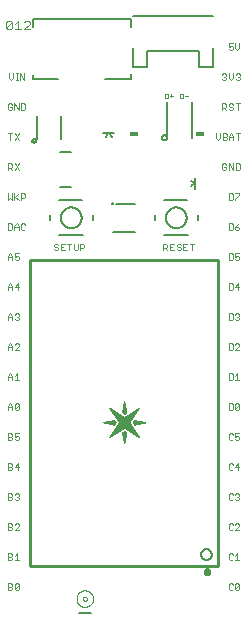
<source format=gto>
G75*
%MOIN*%
%OFA0B0*%
%FSLAX25Y25*%
%IPPOS*%
%LPD*%
%AMOC8*
5,1,8,0,0,1.08239X$1,22.5*
%
%ADD10C,0.00000*%
%ADD11C,0.00001*%
%ADD12C,0.00400*%
%ADD13C,0.00300*%
%ADD14C,0.00200*%
%ADD15C,0.01000*%
%ADD16C,0.00500*%
%ADD17C,0.00800*%
%ADD18C,0.00787*%
%ADD19C,0.01575*%
%ADD20R,0.03000X0.01800*%
D10*
X0077813Y0062260D02*
X0077103Y0065834D01*
X0077813Y0066358D01*
X0078524Y0065834D01*
X0077813Y0062260D01*
X0077814Y0067577D02*
X0072901Y0064336D01*
X0076141Y0069249D01*
X0072901Y0074161D01*
X0077814Y0070922D01*
X0082726Y0074161D01*
X0079486Y0069249D01*
X0082726Y0064336D01*
X0077814Y0067577D01*
X0080705Y0069249D02*
X0081229Y0069959D01*
X0084803Y0069249D01*
X0081229Y0068538D01*
X0080705Y0069249D01*
X0078524Y0072664D02*
X0077813Y0072140D01*
X0077103Y0072664D01*
X0077813Y0076238D01*
X0078524Y0072664D01*
X0074398Y0069959D02*
X0070825Y0069249D01*
X0074398Y0068538D01*
X0074922Y0069249D01*
X0074398Y0069959D01*
D11*
X0074399Y0069959D02*
X0074394Y0069959D01*
X0074389Y0069958D02*
X0074400Y0069958D01*
X0074400Y0069957D02*
X0074384Y0069957D01*
X0074379Y0069956D02*
X0074401Y0069956D01*
X0074402Y0069955D02*
X0074374Y0069955D01*
X0074369Y0069954D02*
X0074403Y0069954D01*
X0074403Y0069953D02*
X0074364Y0069953D01*
X0074360Y0069952D02*
X0074404Y0069952D01*
X0074405Y0069951D02*
X0074355Y0069951D01*
X0074350Y0069950D02*
X0074405Y0069950D01*
X0074406Y0069949D02*
X0074345Y0069949D01*
X0074340Y0069948D02*
X0074407Y0069948D01*
X0074408Y0069947D02*
X0074335Y0069947D01*
X0074330Y0069946D02*
X0074408Y0069946D01*
X0074409Y0069945D02*
X0074325Y0069945D01*
X0074320Y0069944D02*
X0074410Y0069944D01*
X0074410Y0069943D02*
X0074315Y0069943D01*
X0074310Y0069942D02*
X0074411Y0069942D01*
X0074412Y0069941D02*
X0074305Y0069941D01*
X0074300Y0069940D02*
X0074413Y0069940D01*
X0074413Y0069939D02*
X0074295Y0069939D01*
X0074290Y0069938D02*
X0074414Y0069938D01*
X0074415Y0069937D02*
X0074285Y0069937D01*
X0074280Y0069936D02*
X0074416Y0069936D01*
X0074416Y0069935D02*
X0074275Y0069935D01*
X0074270Y0069934D02*
X0074417Y0069934D01*
X0074418Y0069933D02*
X0074265Y0069933D01*
X0074261Y0069932D02*
X0074418Y0069932D01*
X0074419Y0069931D02*
X0074256Y0069931D01*
X0074251Y0069930D02*
X0074420Y0069930D01*
X0074421Y0069929D02*
X0074246Y0069929D01*
X0074241Y0069928D02*
X0074421Y0069928D01*
X0074422Y0069927D02*
X0074236Y0069927D01*
X0074231Y0069926D02*
X0074423Y0069926D01*
X0074424Y0069925D02*
X0074226Y0069925D01*
X0074221Y0069924D02*
X0074424Y0069924D01*
X0074425Y0069923D02*
X0074216Y0069923D01*
X0074211Y0069922D02*
X0074426Y0069922D01*
X0074426Y0069921D02*
X0074206Y0069921D01*
X0074201Y0069920D02*
X0074427Y0069920D01*
X0074428Y0069919D02*
X0074196Y0069919D01*
X0074191Y0069918D02*
X0074429Y0069918D01*
X0074429Y0069917D02*
X0074186Y0069917D01*
X0074181Y0069916D02*
X0074430Y0069916D01*
X0074431Y0069915D02*
X0074176Y0069915D01*
X0074171Y0069914D02*
X0074432Y0069914D01*
X0074432Y0069913D02*
X0074166Y0069913D01*
X0074162Y0069912D02*
X0074433Y0069912D01*
X0074434Y0069911D02*
X0074157Y0069911D01*
X0074152Y0069910D02*
X0074434Y0069910D01*
X0074435Y0069909D02*
X0074147Y0069909D01*
X0074142Y0069908D02*
X0074436Y0069908D01*
X0074437Y0069907D02*
X0074137Y0069907D01*
X0074132Y0069906D02*
X0074437Y0069906D01*
X0074438Y0069906D02*
X0074127Y0069906D01*
X0074122Y0069905D02*
X0074439Y0069905D01*
X0074440Y0069904D02*
X0074117Y0069904D01*
X0074112Y0069903D02*
X0074440Y0069903D01*
X0074441Y0069902D02*
X0074107Y0069902D01*
X0074102Y0069901D02*
X0074442Y0069901D01*
X0074442Y0069900D02*
X0074097Y0069900D01*
X0074092Y0069899D02*
X0074443Y0069899D01*
X0074444Y0069898D02*
X0074087Y0069898D01*
X0074082Y0069897D02*
X0074445Y0069897D01*
X0074445Y0069896D02*
X0074077Y0069896D01*
X0074072Y0069895D02*
X0074446Y0069895D01*
X0074447Y0069894D02*
X0074067Y0069894D01*
X0074063Y0069893D02*
X0074448Y0069893D01*
X0074448Y0069892D02*
X0074058Y0069892D01*
X0074053Y0069891D02*
X0074449Y0069891D01*
X0074450Y0069890D02*
X0074048Y0069890D01*
X0074043Y0069889D02*
X0074450Y0069889D01*
X0074451Y0069888D02*
X0074038Y0069888D01*
X0074033Y0069887D02*
X0074452Y0069887D01*
X0074453Y0069886D02*
X0074028Y0069886D01*
X0074023Y0069885D02*
X0074453Y0069885D01*
X0074454Y0069884D02*
X0074018Y0069884D01*
X0074013Y0069883D02*
X0074455Y0069883D01*
X0074456Y0069882D02*
X0074008Y0069882D01*
X0074003Y0069881D02*
X0074456Y0069881D01*
X0074457Y0069880D02*
X0073998Y0069880D01*
X0073993Y0069879D02*
X0074458Y0069879D01*
X0074458Y0069878D02*
X0073988Y0069878D01*
X0073983Y0069877D02*
X0074459Y0069877D01*
X0074460Y0069876D02*
X0073978Y0069876D01*
X0073973Y0069875D02*
X0074461Y0069875D01*
X0074461Y0069874D02*
X0073968Y0069874D01*
X0073964Y0069873D02*
X0074462Y0069873D01*
X0074463Y0069872D02*
X0073959Y0069872D01*
X0073954Y0069871D02*
X0074464Y0069871D01*
X0074464Y0069870D02*
X0073949Y0069870D01*
X0073944Y0069869D02*
X0074465Y0069869D01*
X0074466Y0069868D02*
X0073939Y0069868D01*
X0073934Y0069867D02*
X0074466Y0069867D01*
X0074467Y0069866D02*
X0073929Y0069866D01*
X0073924Y0069865D02*
X0074468Y0069865D01*
X0074469Y0069864D02*
X0073919Y0069864D01*
X0073914Y0069863D02*
X0074469Y0069863D01*
X0074470Y0069862D02*
X0073909Y0069862D01*
X0073904Y0069861D02*
X0074471Y0069861D01*
X0074471Y0069860D02*
X0073899Y0069860D01*
X0073894Y0069859D02*
X0074472Y0069859D01*
X0074473Y0069858D02*
X0073889Y0069858D01*
X0073884Y0069857D02*
X0074474Y0069857D01*
X0074474Y0069856D02*
X0073879Y0069856D01*
X0073874Y0069855D02*
X0074475Y0069855D01*
X0074476Y0069854D02*
X0073869Y0069854D01*
X0073865Y0069853D02*
X0074477Y0069853D01*
X0074477Y0069852D02*
X0073860Y0069852D01*
X0073855Y0069851D02*
X0074478Y0069851D01*
X0074479Y0069850D02*
X0073850Y0069850D01*
X0073845Y0069849D02*
X0074479Y0069849D01*
X0074480Y0069848D02*
X0073840Y0069848D01*
X0073835Y0069847D02*
X0074481Y0069847D01*
X0074482Y0069846D02*
X0073830Y0069846D01*
X0073825Y0069845D02*
X0074482Y0069845D01*
X0074483Y0069844D02*
X0073820Y0069844D01*
X0073815Y0069844D02*
X0074484Y0069844D01*
X0074485Y0069843D02*
X0073810Y0069843D01*
X0073805Y0069842D02*
X0074485Y0069842D01*
X0074486Y0069841D02*
X0073800Y0069841D01*
X0073795Y0069840D02*
X0074487Y0069840D01*
X0074487Y0069839D02*
X0073790Y0069839D01*
X0073785Y0069838D02*
X0074488Y0069838D01*
X0074489Y0069837D02*
X0073780Y0069837D01*
X0073775Y0069836D02*
X0074490Y0069836D01*
X0074490Y0069835D02*
X0073770Y0069835D01*
X0073766Y0069834D02*
X0074491Y0069834D01*
X0074492Y0069833D02*
X0073761Y0069833D01*
X0073756Y0069832D02*
X0074493Y0069832D01*
X0074493Y0069831D02*
X0073751Y0069831D01*
X0073746Y0069830D02*
X0074494Y0069830D01*
X0074495Y0069829D02*
X0073741Y0069829D01*
X0073736Y0069828D02*
X0074495Y0069828D01*
X0074496Y0069827D02*
X0073731Y0069827D01*
X0073726Y0069826D02*
X0074497Y0069826D01*
X0074498Y0069825D02*
X0073721Y0069825D01*
X0073716Y0069824D02*
X0074498Y0069824D01*
X0074499Y0069823D02*
X0073711Y0069823D01*
X0073706Y0069822D02*
X0074500Y0069822D01*
X0074501Y0069821D02*
X0073701Y0069821D01*
X0073696Y0069820D02*
X0074501Y0069820D01*
X0074502Y0069819D02*
X0073691Y0069819D01*
X0073686Y0069818D02*
X0074503Y0069818D01*
X0074503Y0069817D02*
X0073681Y0069817D01*
X0073676Y0069816D02*
X0074504Y0069816D01*
X0074505Y0069815D02*
X0073671Y0069815D01*
X0073667Y0069814D02*
X0074506Y0069814D01*
X0074506Y0069813D02*
X0073662Y0069813D01*
X0073657Y0069812D02*
X0074507Y0069812D01*
X0074508Y0069811D02*
X0073652Y0069811D01*
X0073647Y0069810D02*
X0074509Y0069810D01*
X0074509Y0069809D02*
X0073642Y0069809D01*
X0073637Y0069808D02*
X0074510Y0069808D01*
X0074511Y0069807D02*
X0073632Y0069807D01*
X0073627Y0069806D02*
X0074511Y0069806D01*
X0074512Y0069805D02*
X0073622Y0069805D01*
X0073617Y0069804D02*
X0074513Y0069804D01*
X0074514Y0069803D02*
X0073612Y0069803D01*
X0073607Y0069802D02*
X0074514Y0069802D01*
X0074515Y0069801D02*
X0073602Y0069801D01*
X0073597Y0069800D02*
X0074516Y0069800D01*
X0074517Y0069799D02*
X0073592Y0069799D01*
X0073587Y0069798D02*
X0074517Y0069798D01*
X0074518Y0069797D02*
X0073582Y0069797D01*
X0073577Y0069796D02*
X0074519Y0069796D01*
X0074519Y0069795D02*
X0073572Y0069795D01*
X0073567Y0069794D02*
X0074520Y0069794D01*
X0074521Y0069793D02*
X0073563Y0069793D01*
X0073558Y0069792D02*
X0074522Y0069792D01*
X0074522Y0069791D02*
X0073553Y0069791D01*
X0073548Y0069790D02*
X0074523Y0069790D01*
X0074524Y0069789D02*
X0073543Y0069789D01*
X0073538Y0069788D02*
X0074524Y0069788D01*
X0074525Y0069787D02*
X0073533Y0069787D01*
X0073528Y0069786D02*
X0074526Y0069786D01*
X0074527Y0069785D02*
X0073523Y0069785D01*
X0073518Y0069784D02*
X0074527Y0069784D01*
X0074528Y0069783D02*
X0073513Y0069783D01*
X0073508Y0069782D02*
X0074529Y0069782D01*
X0074530Y0069781D02*
X0073503Y0069781D01*
X0073498Y0069781D02*
X0074530Y0069781D01*
X0074531Y0069780D02*
X0073493Y0069780D01*
X0073488Y0069779D02*
X0074532Y0069779D01*
X0074532Y0069778D02*
X0073483Y0069778D01*
X0073478Y0069777D02*
X0074533Y0069777D01*
X0074534Y0069776D02*
X0073473Y0069776D01*
X0073468Y0069775D02*
X0074535Y0069775D01*
X0074535Y0069774D02*
X0073464Y0069774D01*
X0073459Y0069773D02*
X0074536Y0069773D01*
X0074537Y0069772D02*
X0073454Y0069772D01*
X0073449Y0069771D02*
X0074538Y0069771D01*
X0074538Y0069770D02*
X0073444Y0069770D01*
X0073439Y0069769D02*
X0074539Y0069769D01*
X0074540Y0069768D02*
X0073434Y0069768D01*
X0073429Y0069767D02*
X0074540Y0069767D01*
X0074541Y0069766D02*
X0073424Y0069766D01*
X0073419Y0069765D02*
X0074542Y0069765D01*
X0074543Y0069764D02*
X0073414Y0069764D01*
X0073409Y0069763D02*
X0074543Y0069763D01*
X0074544Y0069762D02*
X0073404Y0069762D01*
X0073399Y0069761D02*
X0074545Y0069761D01*
X0074546Y0069760D02*
X0073394Y0069760D01*
X0073389Y0069759D02*
X0074546Y0069759D01*
X0074547Y0069758D02*
X0073384Y0069758D01*
X0073379Y0069757D02*
X0074548Y0069757D01*
X0074548Y0069756D02*
X0073374Y0069756D01*
X0073369Y0069755D02*
X0074549Y0069755D01*
X0074550Y0069754D02*
X0073365Y0069754D01*
X0073360Y0069753D02*
X0074551Y0069753D01*
X0074551Y0069752D02*
X0073355Y0069752D01*
X0073350Y0069751D02*
X0074552Y0069751D01*
X0074553Y0069750D02*
X0073345Y0069750D01*
X0073340Y0069749D02*
X0074554Y0069749D01*
X0074554Y0069748D02*
X0073335Y0069748D01*
X0073330Y0069747D02*
X0074555Y0069747D01*
X0074556Y0069746D02*
X0073325Y0069746D01*
X0073320Y0069745D02*
X0074556Y0069745D01*
X0074557Y0069744D02*
X0073315Y0069744D01*
X0073310Y0069743D02*
X0074558Y0069743D01*
X0074559Y0069742D02*
X0073305Y0069742D01*
X0073300Y0069741D02*
X0074559Y0069741D01*
X0074560Y0069740D02*
X0073295Y0069740D01*
X0073290Y0069739D02*
X0074561Y0069739D01*
X0074562Y0069738D02*
X0073285Y0069738D01*
X0073280Y0069737D02*
X0074562Y0069737D01*
X0074563Y0069736D02*
X0073275Y0069736D01*
X0073270Y0069735D02*
X0074564Y0069735D01*
X0074564Y0069734D02*
X0073266Y0069734D01*
X0073261Y0069733D02*
X0074565Y0069733D01*
X0074566Y0069732D02*
X0073256Y0069732D01*
X0073251Y0069731D02*
X0074567Y0069731D01*
X0074567Y0069730D02*
X0073246Y0069730D01*
X0073241Y0069729D02*
X0074568Y0069729D01*
X0074569Y0069728D02*
X0073236Y0069728D01*
X0073231Y0069727D02*
X0074570Y0069727D01*
X0074570Y0069726D02*
X0073226Y0069726D01*
X0073221Y0069725D02*
X0074571Y0069725D01*
X0074572Y0069724D02*
X0073216Y0069724D01*
X0073211Y0069723D02*
X0074572Y0069723D01*
X0074573Y0069722D02*
X0073206Y0069722D01*
X0073201Y0069721D02*
X0074574Y0069721D01*
X0074575Y0069720D02*
X0073196Y0069720D01*
X0073191Y0069719D02*
X0074575Y0069719D01*
X0074576Y0069719D02*
X0073186Y0069719D01*
X0073181Y0069718D02*
X0074577Y0069718D01*
X0074577Y0069717D02*
X0073176Y0069717D01*
X0073171Y0069716D02*
X0074578Y0069716D01*
X0074579Y0069715D02*
X0073167Y0069715D01*
X0073162Y0069714D02*
X0074580Y0069714D01*
X0074580Y0069713D02*
X0073157Y0069713D01*
X0073152Y0069712D02*
X0074581Y0069712D01*
X0074582Y0069711D02*
X0073147Y0069711D01*
X0073142Y0069710D02*
X0074583Y0069710D01*
X0074583Y0069709D02*
X0073137Y0069709D01*
X0073132Y0069708D02*
X0074584Y0069708D01*
X0074585Y0069707D02*
X0073127Y0069707D01*
X0073122Y0069706D02*
X0074585Y0069706D01*
X0074586Y0069705D02*
X0073117Y0069705D01*
X0073112Y0069704D02*
X0074587Y0069704D01*
X0074588Y0069703D02*
X0073107Y0069703D01*
X0073102Y0069702D02*
X0074588Y0069702D01*
X0074589Y0069701D02*
X0073097Y0069701D01*
X0073092Y0069700D02*
X0074590Y0069700D01*
X0074591Y0069699D02*
X0073087Y0069699D01*
X0073082Y0069698D02*
X0074591Y0069698D01*
X0074592Y0069697D02*
X0073077Y0069697D01*
X0073072Y0069696D02*
X0074593Y0069696D01*
X0074593Y0069695D02*
X0073068Y0069695D01*
X0073063Y0069694D02*
X0074594Y0069694D01*
X0074595Y0069693D02*
X0073058Y0069693D01*
X0073053Y0069692D02*
X0074596Y0069692D01*
X0074596Y0069691D02*
X0073048Y0069691D01*
X0073043Y0069690D02*
X0074597Y0069690D01*
X0074598Y0069689D02*
X0073038Y0069689D01*
X0073033Y0069688D02*
X0074599Y0069688D01*
X0074599Y0069687D02*
X0073028Y0069687D01*
X0073023Y0069686D02*
X0074600Y0069686D01*
X0074601Y0069685D02*
X0073018Y0069685D01*
X0073013Y0069684D02*
X0074601Y0069684D01*
X0074602Y0069683D02*
X0073008Y0069683D01*
X0073003Y0069682D02*
X0074603Y0069682D01*
X0074604Y0069681D02*
X0072998Y0069681D01*
X0072993Y0069680D02*
X0074604Y0069680D01*
X0074605Y0069679D02*
X0072988Y0069679D01*
X0072983Y0069678D02*
X0074606Y0069678D01*
X0074607Y0069677D02*
X0072978Y0069677D01*
X0072973Y0069676D02*
X0074607Y0069676D01*
X0074608Y0069675D02*
X0072969Y0069675D01*
X0072964Y0069674D02*
X0074609Y0069674D01*
X0074609Y0069673D02*
X0072959Y0069673D01*
X0072954Y0069672D02*
X0074610Y0069672D01*
X0074611Y0069671D02*
X0072949Y0069671D01*
X0072944Y0069670D02*
X0074612Y0069670D01*
X0074612Y0069669D02*
X0072939Y0069669D01*
X0072934Y0069668D02*
X0074613Y0069668D01*
X0074614Y0069667D02*
X0072929Y0069667D01*
X0072924Y0069666D02*
X0074615Y0069666D01*
X0074615Y0069665D02*
X0072919Y0069665D01*
X0072914Y0069664D02*
X0074616Y0069664D01*
X0074617Y0069663D02*
X0072909Y0069663D01*
X0072904Y0069662D02*
X0074617Y0069662D01*
X0074618Y0069661D02*
X0072899Y0069661D01*
X0072894Y0069660D02*
X0074619Y0069660D01*
X0074620Y0069659D02*
X0072889Y0069659D01*
X0072884Y0069658D02*
X0074620Y0069658D01*
X0074621Y0069657D02*
X0072879Y0069657D01*
X0072874Y0069656D02*
X0074622Y0069656D01*
X0074623Y0069656D02*
X0072870Y0069656D01*
X0072865Y0069655D02*
X0074623Y0069655D01*
X0074624Y0069654D02*
X0072860Y0069654D01*
X0072855Y0069653D02*
X0074625Y0069653D01*
X0074625Y0069652D02*
X0072850Y0069652D01*
X0072845Y0069651D02*
X0074626Y0069651D01*
X0074627Y0069650D02*
X0072840Y0069650D01*
X0072835Y0069649D02*
X0074628Y0069649D01*
X0074628Y0069648D02*
X0072830Y0069648D01*
X0072825Y0069647D02*
X0074629Y0069647D01*
X0074630Y0069646D02*
X0072820Y0069646D01*
X0072815Y0069645D02*
X0074631Y0069645D01*
X0074631Y0069644D02*
X0072810Y0069644D01*
X0072805Y0069643D02*
X0074632Y0069643D01*
X0074633Y0069642D02*
X0072800Y0069642D01*
X0072795Y0069641D02*
X0074633Y0069641D01*
X0074634Y0069640D02*
X0072790Y0069640D01*
X0072785Y0069639D02*
X0074635Y0069639D01*
X0074636Y0069638D02*
X0072780Y0069638D01*
X0072775Y0069637D02*
X0074636Y0069637D01*
X0074637Y0069636D02*
X0072770Y0069636D01*
X0072766Y0069635D02*
X0074638Y0069635D01*
X0074638Y0069634D02*
X0072761Y0069634D01*
X0072756Y0069633D02*
X0074639Y0069633D01*
X0074640Y0069632D02*
X0072751Y0069632D01*
X0072746Y0069631D02*
X0074641Y0069631D01*
X0074641Y0069630D02*
X0072741Y0069630D01*
X0072736Y0069629D02*
X0074642Y0069629D01*
X0074643Y0069628D02*
X0072731Y0069628D01*
X0072726Y0069627D02*
X0074644Y0069627D01*
X0074644Y0069626D02*
X0072721Y0069626D01*
X0072716Y0069625D02*
X0074645Y0069625D01*
X0074646Y0069624D02*
X0072711Y0069624D01*
X0072706Y0069623D02*
X0074646Y0069623D01*
X0074647Y0069622D02*
X0072701Y0069622D01*
X0072696Y0069621D02*
X0074648Y0069621D01*
X0074649Y0069620D02*
X0072691Y0069620D01*
X0072686Y0069619D02*
X0074649Y0069619D01*
X0074650Y0069618D02*
X0072681Y0069618D01*
X0072676Y0069617D02*
X0074651Y0069617D01*
X0074652Y0069616D02*
X0072671Y0069616D01*
X0072667Y0069615D02*
X0074652Y0069615D01*
X0074653Y0069614D02*
X0072662Y0069614D01*
X0072657Y0069613D02*
X0074654Y0069613D01*
X0074654Y0069612D02*
X0072652Y0069612D01*
X0072647Y0069611D02*
X0074655Y0069611D01*
X0074656Y0069610D02*
X0072642Y0069610D01*
X0072637Y0069609D02*
X0074657Y0069609D01*
X0074657Y0069608D02*
X0072632Y0069608D01*
X0072627Y0069607D02*
X0074658Y0069607D01*
X0074659Y0069606D02*
X0072622Y0069606D01*
X0072617Y0069605D02*
X0074660Y0069605D01*
X0074660Y0069604D02*
X0072612Y0069604D01*
X0072607Y0069603D02*
X0074661Y0069603D01*
X0074662Y0069602D02*
X0072602Y0069602D01*
X0072597Y0069601D02*
X0074662Y0069601D01*
X0074663Y0069600D02*
X0072592Y0069600D01*
X0072587Y0069599D02*
X0074664Y0069599D01*
X0074665Y0069598D02*
X0072582Y0069598D01*
X0072577Y0069597D02*
X0074665Y0069597D01*
X0074666Y0069596D02*
X0072572Y0069596D01*
X0072568Y0069595D02*
X0074667Y0069595D01*
X0074668Y0069594D02*
X0072563Y0069594D01*
X0072558Y0069594D02*
X0074668Y0069594D01*
X0074669Y0069593D02*
X0072553Y0069593D01*
X0072548Y0069592D02*
X0074670Y0069592D01*
X0074670Y0069591D02*
X0072543Y0069591D01*
X0072538Y0069590D02*
X0074671Y0069590D01*
X0074672Y0069589D02*
X0072533Y0069589D01*
X0072528Y0069588D02*
X0074673Y0069588D01*
X0074673Y0069587D02*
X0072523Y0069587D01*
X0072518Y0069586D02*
X0074674Y0069586D01*
X0074675Y0069585D02*
X0072513Y0069585D01*
X0072508Y0069584D02*
X0074676Y0069584D01*
X0074676Y0069583D02*
X0072503Y0069583D01*
X0072498Y0069582D02*
X0074677Y0069582D01*
X0074678Y0069581D02*
X0072493Y0069581D01*
X0072488Y0069580D02*
X0074678Y0069580D01*
X0074679Y0069579D02*
X0072483Y0069579D01*
X0072478Y0069578D02*
X0074680Y0069578D01*
X0074681Y0069577D02*
X0072473Y0069577D01*
X0072469Y0069576D02*
X0074681Y0069576D01*
X0074682Y0069575D02*
X0072464Y0069575D01*
X0072459Y0069574D02*
X0074683Y0069574D01*
X0074684Y0069573D02*
X0072454Y0069573D01*
X0072449Y0069572D02*
X0074684Y0069572D01*
X0074685Y0069571D02*
X0072444Y0069571D01*
X0072439Y0069570D02*
X0074686Y0069570D01*
X0074686Y0069569D02*
X0072434Y0069569D01*
X0072429Y0069568D02*
X0074687Y0069568D01*
X0074688Y0069567D02*
X0072424Y0069567D01*
X0072419Y0069566D02*
X0074689Y0069566D01*
X0074689Y0069565D02*
X0072414Y0069565D01*
X0072409Y0069564D02*
X0074690Y0069564D01*
X0074691Y0069563D02*
X0072404Y0069563D01*
X0072399Y0069562D02*
X0074691Y0069562D01*
X0074692Y0069561D02*
X0072394Y0069561D01*
X0072389Y0069560D02*
X0074693Y0069560D01*
X0074694Y0069559D02*
X0072384Y0069559D01*
X0072379Y0069558D02*
X0074694Y0069558D01*
X0074695Y0069557D02*
X0072374Y0069557D01*
X0072370Y0069556D02*
X0074696Y0069556D01*
X0074697Y0069555D02*
X0072365Y0069555D01*
X0072360Y0069554D02*
X0074697Y0069554D01*
X0074698Y0069553D02*
X0072355Y0069553D01*
X0072350Y0069552D02*
X0074699Y0069552D01*
X0074699Y0069551D02*
X0072345Y0069551D01*
X0072340Y0069550D02*
X0074700Y0069550D01*
X0074701Y0069549D02*
X0072335Y0069549D01*
X0072330Y0069548D02*
X0074702Y0069548D01*
X0074702Y0069547D02*
X0072325Y0069547D01*
X0072320Y0069546D02*
X0074703Y0069546D01*
X0074704Y0069545D02*
X0072315Y0069545D01*
X0072310Y0069544D02*
X0074705Y0069544D01*
X0074705Y0069543D02*
X0072305Y0069543D01*
X0072300Y0069542D02*
X0074706Y0069542D01*
X0074707Y0069541D02*
X0072295Y0069541D01*
X0072290Y0069540D02*
X0074707Y0069540D01*
X0074708Y0069539D02*
X0072285Y0069539D01*
X0072280Y0069538D02*
X0074709Y0069538D01*
X0074710Y0069537D02*
X0072275Y0069537D01*
X0072271Y0069536D02*
X0074710Y0069536D01*
X0074711Y0069535D02*
X0072266Y0069535D01*
X0072261Y0069534D02*
X0074712Y0069534D01*
X0074713Y0069533D02*
X0072256Y0069533D01*
X0072251Y0069532D02*
X0074713Y0069532D01*
X0074714Y0069531D02*
X0072246Y0069531D01*
X0072241Y0069531D02*
X0074715Y0069531D01*
X0074715Y0069530D02*
X0072236Y0069530D01*
X0072231Y0069529D02*
X0074716Y0069529D01*
X0074717Y0069528D02*
X0072226Y0069528D01*
X0072221Y0069527D02*
X0074718Y0069527D01*
X0074718Y0069526D02*
X0072216Y0069526D01*
X0072211Y0069525D02*
X0074719Y0069525D01*
X0074720Y0069524D02*
X0072206Y0069524D01*
X0072201Y0069523D02*
X0074721Y0069523D01*
X0074721Y0069522D02*
X0072196Y0069522D01*
X0072191Y0069521D02*
X0074722Y0069521D01*
X0074723Y0069520D02*
X0072186Y0069520D01*
X0072181Y0069519D02*
X0074723Y0069519D01*
X0074724Y0069518D02*
X0072176Y0069518D01*
X0072172Y0069517D02*
X0074725Y0069517D01*
X0074726Y0069516D02*
X0072167Y0069516D01*
X0072162Y0069515D02*
X0074726Y0069515D01*
X0074727Y0069514D02*
X0072157Y0069514D01*
X0072152Y0069513D02*
X0074728Y0069513D01*
X0074729Y0069512D02*
X0072147Y0069512D01*
X0072142Y0069511D02*
X0074729Y0069511D01*
X0074730Y0069510D02*
X0072137Y0069510D01*
X0072132Y0069509D02*
X0074731Y0069509D01*
X0074731Y0069508D02*
X0072127Y0069508D01*
X0072122Y0069507D02*
X0074732Y0069507D01*
X0074733Y0069506D02*
X0072117Y0069506D01*
X0072112Y0069505D02*
X0074734Y0069505D01*
X0074734Y0069504D02*
X0072107Y0069504D01*
X0072102Y0069503D02*
X0074735Y0069503D01*
X0074736Y0069502D02*
X0072097Y0069502D01*
X0072092Y0069501D02*
X0074737Y0069501D01*
X0074737Y0069500D02*
X0072087Y0069500D01*
X0072082Y0069499D02*
X0074738Y0069499D01*
X0074739Y0069498D02*
X0072077Y0069498D01*
X0072073Y0069497D02*
X0074739Y0069497D01*
X0074740Y0069496D02*
X0072068Y0069496D01*
X0072063Y0069495D02*
X0074741Y0069495D01*
X0074742Y0069494D02*
X0072058Y0069494D01*
X0072053Y0069493D02*
X0074742Y0069493D01*
X0074743Y0069492D02*
X0072048Y0069492D01*
X0072043Y0069491D02*
X0074744Y0069491D01*
X0074745Y0069490D02*
X0072038Y0069490D01*
X0072033Y0069489D02*
X0074745Y0069489D01*
X0074746Y0069488D02*
X0072028Y0069488D01*
X0072023Y0069487D02*
X0074747Y0069487D01*
X0074747Y0069486D02*
X0072018Y0069486D01*
X0072013Y0069485D02*
X0074748Y0069485D01*
X0074749Y0069484D02*
X0072008Y0069484D01*
X0072003Y0069483D02*
X0074750Y0069483D01*
X0074750Y0069482D02*
X0071998Y0069482D01*
X0071993Y0069481D02*
X0074751Y0069481D01*
X0074752Y0069480D02*
X0071988Y0069480D01*
X0071983Y0069479D02*
X0074752Y0069479D01*
X0074753Y0069478D02*
X0071978Y0069478D01*
X0071973Y0069477D02*
X0074754Y0069477D01*
X0074755Y0069476D02*
X0071969Y0069476D01*
X0071964Y0069475D02*
X0074755Y0069475D01*
X0074756Y0069474D02*
X0071959Y0069474D01*
X0071954Y0069473D02*
X0074757Y0069473D01*
X0074758Y0069472D02*
X0071949Y0069472D01*
X0071944Y0069471D02*
X0074758Y0069471D01*
X0074759Y0069470D02*
X0071939Y0069470D01*
X0071934Y0069469D02*
X0074760Y0069469D01*
X0071929Y0069469D01*
X0071924Y0069468D02*
X0074761Y0069468D01*
X0074762Y0069467D02*
X0071919Y0069467D01*
X0071914Y0069466D02*
X0074763Y0069466D01*
X0074763Y0069465D02*
X0071909Y0069465D01*
X0071904Y0069464D02*
X0074764Y0069464D01*
X0074765Y0069463D02*
X0071899Y0069463D01*
X0071894Y0069462D02*
X0074766Y0069462D01*
X0074766Y0069461D02*
X0071889Y0069461D01*
X0071884Y0069460D02*
X0074767Y0069460D01*
X0074768Y0069459D02*
X0071879Y0069459D01*
X0071874Y0069458D02*
X0074768Y0069458D01*
X0074769Y0069457D02*
X0071870Y0069457D01*
X0071865Y0069456D02*
X0074770Y0069456D01*
X0074771Y0069455D02*
X0071860Y0069455D01*
X0071855Y0069454D02*
X0074771Y0069454D01*
X0074772Y0069453D02*
X0071850Y0069453D01*
X0071845Y0069452D02*
X0074773Y0069452D01*
X0074774Y0069451D02*
X0071840Y0069451D01*
X0071835Y0069450D02*
X0074774Y0069450D01*
X0074775Y0069449D02*
X0071830Y0069449D01*
X0071825Y0069448D02*
X0074776Y0069448D01*
X0074776Y0069447D02*
X0071820Y0069447D01*
X0071815Y0069446D02*
X0074777Y0069446D01*
X0074778Y0069445D02*
X0071810Y0069445D01*
X0071805Y0069444D02*
X0074779Y0069444D01*
X0074779Y0069443D02*
X0071800Y0069443D01*
X0071795Y0069442D02*
X0074780Y0069442D01*
X0074781Y0069441D02*
X0071790Y0069441D01*
X0071785Y0069440D02*
X0074782Y0069440D01*
X0074782Y0069439D02*
X0071780Y0069439D01*
X0071775Y0069438D02*
X0074783Y0069438D01*
X0074784Y0069437D02*
X0071771Y0069437D01*
X0071766Y0069436D02*
X0074784Y0069436D01*
X0074785Y0069435D02*
X0071761Y0069435D01*
X0071756Y0069434D02*
X0074786Y0069434D01*
X0074787Y0069433D02*
X0071751Y0069433D01*
X0071746Y0069432D02*
X0074787Y0069432D01*
X0074788Y0069431D02*
X0071741Y0069431D01*
X0071736Y0069430D02*
X0074789Y0069430D01*
X0074790Y0069429D02*
X0071731Y0069429D01*
X0071726Y0069428D02*
X0074790Y0069428D01*
X0074791Y0069427D02*
X0071721Y0069427D01*
X0071716Y0069426D02*
X0074792Y0069426D01*
X0074792Y0069425D02*
X0071711Y0069425D01*
X0071706Y0069424D02*
X0074793Y0069424D01*
X0074794Y0069423D02*
X0071701Y0069423D01*
X0071696Y0069422D02*
X0074795Y0069422D01*
X0074795Y0069421D02*
X0071691Y0069421D01*
X0071686Y0069420D02*
X0074796Y0069420D01*
X0074797Y0069419D02*
X0071681Y0069419D01*
X0071676Y0069418D02*
X0074798Y0069418D01*
X0074798Y0069417D02*
X0071672Y0069417D01*
X0071667Y0069416D02*
X0074799Y0069416D01*
X0074800Y0069415D02*
X0071662Y0069415D01*
X0071657Y0069414D02*
X0074800Y0069414D01*
X0074801Y0069413D02*
X0071652Y0069413D01*
X0071647Y0069412D02*
X0074802Y0069412D01*
X0074803Y0069411D02*
X0071642Y0069411D01*
X0071637Y0069410D02*
X0074803Y0069410D01*
X0074804Y0069409D02*
X0071632Y0069409D01*
X0071627Y0069408D02*
X0074805Y0069408D01*
X0074805Y0069407D02*
X0071622Y0069407D01*
X0071617Y0069406D02*
X0074806Y0069406D01*
X0074807Y0069406D02*
X0071612Y0069406D01*
X0071607Y0069405D02*
X0074808Y0069405D01*
X0074808Y0069404D02*
X0071602Y0069404D01*
X0071597Y0069403D02*
X0074809Y0069403D01*
X0074810Y0069402D02*
X0071592Y0069402D01*
X0071587Y0069401D02*
X0074811Y0069401D01*
X0074811Y0069400D02*
X0071582Y0069400D01*
X0071577Y0069399D02*
X0074812Y0069399D01*
X0074813Y0069398D02*
X0071573Y0069398D01*
X0071568Y0069397D02*
X0074813Y0069397D01*
X0074814Y0069396D02*
X0071563Y0069396D01*
X0071558Y0069395D02*
X0074815Y0069395D01*
X0074816Y0069394D02*
X0071553Y0069394D01*
X0071548Y0069393D02*
X0074816Y0069393D01*
X0074817Y0069392D02*
X0071543Y0069392D01*
X0071538Y0069391D02*
X0074818Y0069391D01*
X0074819Y0069390D02*
X0071533Y0069390D01*
X0071528Y0069389D02*
X0074819Y0069389D01*
X0074820Y0069388D02*
X0071523Y0069388D01*
X0071518Y0069387D02*
X0074821Y0069387D01*
X0074821Y0069386D02*
X0071513Y0069386D01*
X0071508Y0069385D02*
X0074822Y0069385D01*
X0074823Y0069384D02*
X0071503Y0069384D01*
X0071498Y0069383D02*
X0074824Y0069383D01*
X0074824Y0069382D02*
X0071493Y0069382D01*
X0071488Y0069381D02*
X0074825Y0069381D01*
X0074826Y0069380D02*
X0071483Y0069380D01*
X0071478Y0069379D02*
X0074827Y0069379D01*
X0074827Y0069378D02*
X0071474Y0069378D01*
X0071469Y0069377D02*
X0074828Y0069377D01*
X0074829Y0069376D02*
X0071464Y0069376D01*
X0071459Y0069375D02*
X0074829Y0069375D01*
X0074830Y0069374D02*
X0071454Y0069374D01*
X0071449Y0069373D02*
X0074831Y0069373D01*
X0074832Y0069372D02*
X0071444Y0069372D01*
X0071439Y0069371D02*
X0074832Y0069371D01*
X0074833Y0069370D02*
X0071434Y0069370D01*
X0071429Y0069369D02*
X0074834Y0069369D01*
X0074835Y0069368D02*
X0071424Y0069368D01*
X0071419Y0069367D02*
X0074835Y0069367D01*
X0074836Y0069366D02*
X0071414Y0069366D01*
X0071409Y0069365D02*
X0074837Y0069365D01*
X0074837Y0069364D02*
X0071404Y0069364D01*
X0071399Y0069363D02*
X0074838Y0069363D01*
X0074839Y0069362D02*
X0071394Y0069362D01*
X0071389Y0069361D02*
X0074840Y0069361D01*
X0074840Y0069360D02*
X0071384Y0069360D01*
X0071379Y0069359D02*
X0074841Y0069359D01*
X0074842Y0069358D02*
X0071375Y0069358D01*
X0071370Y0069357D02*
X0074843Y0069357D01*
X0074843Y0069356D02*
X0071365Y0069356D01*
X0071360Y0069355D02*
X0074844Y0069355D01*
X0074845Y0069354D02*
X0071355Y0069354D01*
X0071350Y0069353D02*
X0074845Y0069353D01*
X0074846Y0069352D02*
X0071345Y0069352D01*
X0071340Y0069351D02*
X0074847Y0069351D01*
X0074848Y0069350D02*
X0071335Y0069350D01*
X0071330Y0069349D02*
X0074848Y0069349D01*
X0074849Y0069348D02*
X0071325Y0069348D01*
X0071320Y0069347D02*
X0074850Y0069347D01*
X0074851Y0069346D02*
X0071315Y0069346D01*
X0071310Y0069345D02*
X0074851Y0069345D01*
X0074852Y0069344D02*
X0071305Y0069344D01*
X0071300Y0069344D02*
X0074853Y0069344D01*
X0074853Y0069343D02*
X0071295Y0069343D01*
X0071290Y0069342D02*
X0074854Y0069342D01*
X0074855Y0069341D02*
X0071285Y0069341D01*
X0071280Y0069340D02*
X0074856Y0069340D01*
X0074856Y0069339D02*
X0071276Y0069339D01*
X0071271Y0069338D02*
X0074857Y0069338D01*
X0074858Y0069337D02*
X0071266Y0069337D01*
X0071261Y0069336D02*
X0074859Y0069336D01*
X0074859Y0069335D02*
X0071256Y0069335D01*
X0071251Y0069334D02*
X0074860Y0069334D01*
X0074861Y0069333D02*
X0071246Y0069333D01*
X0071241Y0069332D02*
X0074861Y0069332D01*
X0074862Y0069331D02*
X0071236Y0069331D01*
X0071231Y0069330D02*
X0074863Y0069330D01*
X0074864Y0069329D02*
X0071226Y0069329D01*
X0071221Y0069328D02*
X0074864Y0069328D01*
X0074865Y0069327D02*
X0071216Y0069327D01*
X0071211Y0069326D02*
X0074866Y0069326D01*
X0074866Y0069325D02*
X0071206Y0069325D01*
X0071201Y0069324D02*
X0074867Y0069324D01*
X0074868Y0069323D02*
X0071196Y0069323D01*
X0071191Y0069322D02*
X0074869Y0069322D01*
X0074869Y0069321D02*
X0071186Y0069321D01*
X0071181Y0069320D02*
X0074870Y0069320D01*
X0074871Y0069319D02*
X0071177Y0069319D01*
X0071172Y0069318D02*
X0074872Y0069318D01*
X0074872Y0069317D02*
X0071167Y0069317D01*
X0071162Y0069316D02*
X0074873Y0069316D01*
X0074874Y0069315D02*
X0071157Y0069315D01*
X0071152Y0069314D02*
X0074874Y0069314D01*
X0074875Y0069313D02*
X0071147Y0069313D01*
X0071142Y0069312D02*
X0074876Y0069312D01*
X0074877Y0069311D02*
X0071137Y0069311D01*
X0071132Y0069310D02*
X0074877Y0069310D01*
X0074878Y0069309D02*
X0071127Y0069309D01*
X0071122Y0069308D02*
X0074879Y0069308D01*
X0074880Y0069307D02*
X0071117Y0069307D01*
X0071112Y0069306D02*
X0074880Y0069306D01*
X0074881Y0069305D02*
X0071107Y0069305D01*
X0071102Y0069304D02*
X0074882Y0069304D01*
X0074882Y0069303D02*
X0071097Y0069303D01*
X0071092Y0069302D02*
X0074883Y0069302D01*
X0074884Y0069301D02*
X0071087Y0069301D01*
X0071082Y0069300D02*
X0074885Y0069300D01*
X0074885Y0069299D02*
X0071077Y0069299D01*
X0071073Y0069298D02*
X0074886Y0069298D01*
X0074887Y0069297D02*
X0071068Y0069297D01*
X0071063Y0069296D02*
X0074888Y0069296D01*
X0074888Y0069295D02*
X0071058Y0069295D01*
X0071053Y0069294D02*
X0074889Y0069294D01*
X0074890Y0069293D02*
X0071048Y0069293D01*
X0071043Y0069292D02*
X0074890Y0069292D01*
X0074891Y0069291D02*
X0071038Y0069291D01*
X0071033Y0069290D02*
X0074892Y0069290D01*
X0074893Y0069289D02*
X0071028Y0069289D01*
X0071023Y0069288D02*
X0074893Y0069288D01*
X0074894Y0069287D02*
X0071018Y0069287D01*
X0071013Y0069286D02*
X0074895Y0069286D01*
X0074896Y0069285D02*
X0071008Y0069285D01*
X0071003Y0069284D02*
X0074896Y0069284D01*
X0074897Y0069283D02*
X0070998Y0069283D01*
X0070993Y0069282D02*
X0074898Y0069282D01*
X0074898Y0069281D02*
X0070988Y0069281D01*
X0070983Y0069281D02*
X0074899Y0069281D01*
X0074900Y0069280D02*
X0070978Y0069280D01*
X0070974Y0069279D02*
X0074901Y0069279D01*
X0074901Y0069278D02*
X0070969Y0069278D01*
X0070964Y0069277D02*
X0074902Y0069277D01*
X0074903Y0069276D02*
X0070959Y0069276D01*
X0070954Y0069275D02*
X0074904Y0069275D01*
X0074904Y0069274D02*
X0070949Y0069274D01*
X0070944Y0069273D02*
X0074905Y0069273D01*
X0074906Y0069272D02*
X0070939Y0069272D01*
X0070934Y0069271D02*
X0074906Y0069271D01*
X0074907Y0069270D02*
X0070929Y0069270D01*
X0070924Y0069269D02*
X0074908Y0069269D01*
X0074909Y0069268D02*
X0070919Y0069268D01*
X0070914Y0069267D02*
X0074909Y0069267D01*
X0074910Y0069266D02*
X0070909Y0069266D01*
X0070904Y0069265D02*
X0074911Y0069265D01*
X0074912Y0069264D02*
X0070899Y0069264D01*
X0070894Y0069263D02*
X0074912Y0069263D01*
X0074913Y0069262D02*
X0070889Y0069262D01*
X0070884Y0069261D02*
X0074914Y0069261D01*
X0074914Y0069260D02*
X0070879Y0069260D01*
X0070875Y0069259D02*
X0074915Y0069259D01*
X0074916Y0069258D02*
X0070870Y0069258D01*
X0070865Y0069257D02*
X0074917Y0069257D01*
X0074917Y0069256D02*
X0070860Y0069256D01*
X0070855Y0069255D02*
X0074918Y0069255D01*
X0074919Y0069254D02*
X0070850Y0069254D01*
X0070845Y0069253D02*
X0074920Y0069253D01*
X0074920Y0069252D02*
X0070840Y0069252D01*
X0070835Y0069251D02*
X0074921Y0069251D01*
X0074922Y0069250D02*
X0070830Y0069250D01*
X0070829Y0069248D02*
X0074922Y0069248D01*
X0074922Y0069249D02*
X0070825Y0069249D01*
X0070834Y0069247D02*
X0074921Y0069247D01*
X0074920Y0069246D02*
X0070839Y0069246D01*
X0070844Y0069245D02*
X0074920Y0069245D01*
X0074919Y0069244D02*
X0070849Y0069244D01*
X0070854Y0069243D02*
X0074918Y0069243D01*
X0074917Y0069242D02*
X0070859Y0069242D01*
X0070864Y0069241D02*
X0074917Y0069241D01*
X0074916Y0069240D02*
X0070869Y0069240D01*
X0070874Y0069239D02*
X0074915Y0069239D01*
X0074915Y0069238D02*
X0070879Y0069238D01*
X0070883Y0069237D02*
X0074914Y0069237D01*
X0074913Y0069236D02*
X0070888Y0069236D01*
X0070893Y0069235D02*
X0074912Y0069235D01*
X0074912Y0069234D02*
X0070898Y0069234D01*
X0070903Y0069233D02*
X0074911Y0069233D01*
X0074910Y0069232D02*
X0070908Y0069232D01*
X0070913Y0069231D02*
X0074909Y0069231D01*
X0074909Y0069230D02*
X0070918Y0069230D01*
X0070923Y0069229D02*
X0074908Y0069229D01*
X0074907Y0069228D02*
X0070928Y0069228D01*
X0070933Y0069227D02*
X0074907Y0069227D01*
X0074906Y0069226D02*
X0070938Y0069226D01*
X0070943Y0069225D02*
X0074905Y0069225D01*
X0074904Y0069224D02*
X0070948Y0069224D01*
X0070953Y0069223D02*
X0074904Y0069223D01*
X0074903Y0069222D02*
X0070958Y0069222D01*
X0070963Y0069221D02*
X0074902Y0069221D01*
X0074902Y0069220D02*
X0070968Y0069220D01*
X0070973Y0069219D02*
X0074901Y0069219D01*
X0074900Y0069219D02*
X0070978Y0069219D01*
X0070982Y0069218D02*
X0074899Y0069218D01*
X0074899Y0069217D02*
X0070987Y0069217D01*
X0070992Y0069216D02*
X0074898Y0069216D01*
X0074897Y0069215D02*
X0070997Y0069215D01*
X0071002Y0069214D02*
X0074896Y0069214D01*
X0074896Y0069213D02*
X0071007Y0069213D01*
X0071012Y0069212D02*
X0074895Y0069212D01*
X0074894Y0069211D02*
X0071017Y0069211D01*
X0071022Y0069210D02*
X0074894Y0069210D01*
X0074893Y0069209D02*
X0071027Y0069209D01*
X0071032Y0069208D02*
X0074892Y0069208D01*
X0074891Y0069207D02*
X0071037Y0069207D01*
X0071042Y0069206D02*
X0074891Y0069206D01*
X0074890Y0069205D02*
X0071047Y0069205D01*
X0071052Y0069204D02*
X0074889Y0069204D01*
X0074888Y0069203D02*
X0071057Y0069203D01*
X0071062Y0069202D02*
X0074888Y0069202D01*
X0074887Y0069201D02*
X0071067Y0069201D01*
X0071072Y0069200D02*
X0074886Y0069200D01*
X0074886Y0069199D02*
X0071077Y0069199D01*
X0071081Y0069198D02*
X0074885Y0069198D01*
X0074884Y0069197D02*
X0071086Y0069197D01*
X0071091Y0069196D02*
X0074883Y0069196D01*
X0074883Y0069195D02*
X0071096Y0069195D01*
X0071101Y0069194D02*
X0074882Y0069194D01*
X0074881Y0069193D02*
X0071106Y0069193D01*
X0071111Y0069192D02*
X0074880Y0069192D01*
X0074880Y0069191D02*
X0071116Y0069191D01*
X0071121Y0069190D02*
X0074879Y0069190D01*
X0074878Y0069189D02*
X0071126Y0069189D01*
X0071131Y0069188D02*
X0074878Y0069188D01*
X0074877Y0069187D02*
X0071136Y0069187D01*
X0071141Y0069186D02*
X0074876Y0069186D01*
X0074875Y0069185D02*
X0071146Y0069185D01*
X0071151Y0069184D02*
X0074875Y0069184D01*
X0074874Y0069183D02*
X0071156Y0069183D01*
X0071161Y0069182D02*
X0074873Y0069182D01*
X0074872Y0069181D02*
X0071166Y0069181D01*
X0071171Y0069180D02*
X0074872Y0069180D01*
X0074871Y0069179D02*
X0071176Y0069179D01*
X0071180Y0069178D02*
X0074870Y0069178D01*
X0074870Y0069177D02*
X0071185Y0069177D01*
X0071190Y0069176D02*
X0074869Y0069176D01*
X0074868Y0069175D02*
X0071195Y0069175D01*
X0071200Y0069174D02*
X0074867Y0069174D01*
X0074867Y0069173D02*
X0071205Y0069173D01*
X0071210Y0069172D02*
X0074866Y0069172D01*
X0074865Y0069171D02*
X0071215Y0069171D01*
X0071220Y0069170D02*
X0074864Y0069170D01*
X0074864Y0069169D02*
X0071225Y0069169D01*
X0071230Y0069168D02*
X0074863Y0069168D01*
X0074862Y0069167D02*
X0071235Y0069167D01*
X0071240Y0069166D02*
X0074862Y0069166D01*
X0074861Y0069165D02*
X0071245Y0069165D01*
X0071250Y0069164D02*
X0074860Y0069164D01*
X0074859Y0069163D02*
X0071255Y0069163D01*
X0071260Y0069162D02*
X0074859Y0069162D01*
X0074858Y0069161D02*
X0071265Y0069161D01*
X0071270Y0069160D02*
X0074857Y0069160D01*
X0074856Y0069159D02*
X0071275Y0069159D01*
X0071279Y0069158D02*
X0074856Y0069158D01*
X0074855Y0069157D02*
X0071284Y0069157D01*
X0071289Y0069156D02*
X0074854Y0069156D01*
X0071294Y0069156D01*
X0071299Y0069155D02*
X0074853Y0069155D01*
X0074852Y0069154D02*
X0071304Y0069154D01*
X0071309Y0069153D02*
X0074851Y0069153D01*
X0074851Y0069152D02*
X0071314Y0069152D01*
X0071319Y0069151D02*
X0074850Y0069151D01*
X0074849Y0069150D02*
X0071324Y0069150D01*
X0071329Y0069149D02*
X0074848Y0069149D01*
X0074848Y0069148D02*
X0071334Y0069148D01*
X0071339Y0069147D02*
X0074847Y0069147D01*
X0074846Y0069146D02*
X0071344Y0069146D01*
X0071349Y0069145D02*
X0074846Y0069145D01*
X0074845Y0069144D02*
X0071354Y0069144D01*
X0071359Y0069143D02*
X0074844Y0069143D01*
X0074843Y0069142D02*
X0071364Y0069142D01*
X0071369Y0069141D02*
X0074843Y0069141D01*
X0074842Y0069140D02*
X0071374Y0069140D01*
X0071378Y0069139D02*
X0074841Y0069139D01*
X0074841Y0069138D02*
X0071383Y0069138D01*
X0071388Y0069137D02*
X0074840Y0069137D01*
X0074839Y0069136D02*
X0071393Y0069136D01*
X0071398Y0069135D02*
X0074838Y0069135D01*
X0074838Y0069134D02*
X0071403Y0069134D01*
X0071408Y0069133D02*
X0074837Y0069133D01*
X0074836Y0069132D02*
X0071413Y0069132D01*
X0071418Y0069131D02*
X0074835Y0069131D01*
X0074835Y0069130D02*
X0071423Y0069130D01*
X0071428Y0069129D02*
X0074834Y0069129D01*
X0074833Y0069128D02*
X0071433Y0069128D01*
X0071438Y0069127D02*
X0074833Y0069127D01*
X0074832Y0069126D02*
X0071443Y0069126D01*
X0071448Y0069125D02*
X0074831Y0069125D01*
X0074830Y0069124D02*
X0071453Y0069124D01*
X0071458Y0069123D02*
X0074830Y0069123D01*
X0074829Y0069122D02*
X0071463Y0069122D01*
X0071468Y0069121D02*
X0074828Y0069121D01*
X0074827Y0069120D02*
X0071473Y0069120D01*
X0071477Y0069119D02*
X0074827Y0069119D01*
X0074826Y0069118D02*
X0071482Y0069118D01*
X0071487Y0069117D02*
X0074825Y0069117D01*
X0074825Y0069116D02*
X0071492Y0069116D01*
X0071497Y0069115D02*
X0074824Y0069115D01*
X0074823Y0069114D02*
X0071502Y0069114D01*
X0071507Y0069113D02*
X0074822Y0069113D01*
X0074822Y0069112D02*
X0071512Y0069112D01*
X0071517Y0069111D02*
X0074821Y0069111D01*
X0074820Y0069110D02*
X0071522Y0069110D01*
X0071527Y0069109D02*
X0074819Y0069109D01*
X0074819Y0069108D02*
X0071532Y0069108D01*
X0071537Y0069107D02*
X0074818Y0069107D01*
X0074817Y0069106D02*
X0071542Y0069106D01*
X0071547Y0069105D02*
X0074817Y0069105D01*
X0074816Y0069104D02*
X0071552Y0069104D01*
X0071557Y0069103D02*
X0074815Y0069103D01*
X0074814Y0069102D02*
X0071562Y0069102D01*
X0071567Y0069101D02*
X0074814Y0069101D01*
X0074813Y0069100D02*
X0071572Y0069100D01*
X0071577Y0069099D02*
X0074812Y0069099D01*
X0074811Y0069098D02*
X0071581Y0069098D01*
X0071586Y0069097D02*
X0074811Y0069097D01*
X0074810Y0069096D02*
X0071591Y0069096D01*
X0071596Y0069095D02*
X0074809Y0069095D01*
X0074809Y0069094D02*
X0071601Y0069094D01*
X0071606Y0069094D02*
X0074808Y0069094D01*
X0074807Y0069093D02*
X0071611Y0069093D01*
X0071616Y0069092D02*
X0074806Y0069092D01*
X0074806Y0069091D02*
X0071621Y0069091D01*
X0071626Y0069090D02*
X0074805Y0069090D01*
X0074804Y0069089D02*
X0071631Y0069089D01*
X0071636Y0069088D02*
X0074803Y0069088D01*
X0074803Y0069087D02*
X0071641Y0069087D01*
X0071646Y0069086D02*
X0074802Y0069086D01*
X0074801Y0069085D02*
X0071651Y0069085D01*
X0071656Y0069084D02*
X0074801Y0069084D01*
X0074800Y0069083D02*
X0071661Y0069083D01*
X0071666Y0069082D02*
X0074799Y0069082D01*
X0074798Y0069081D02*
X0071671Y0069081D01*
X0071676Y0069080D02*
X0074798Y0069080D01*
X0074797Y0069079D02*
X0071680Y0069079D01*
X0071685Y0069078D02*
X0074796Y0069078D01*
X0074795Y0069077D02*
X0071690Y0069077D01*
X0071695Y0069076D02*
X0074795Y0069076D01*
X0074794Y0069075D02*
X0071700Y0069075D01*
X0071705Y0069074D02*
X0074793Y0069074D01*
X0074793Y0069073D02*
X0071710Y0069073D01*
X0071715Y0069072D02*
X0074792Y0069072D01*
X0074791Y0069071D02*
X0071720Y0069071D01*
X0071725Y0069070D02*
X0074790Y0069070D01*
X0074790Y0069069D02*
X0071730Y0069069D01*
X0071735Y0069068D02*
X0074789Y0069068D01*
X0074788Y0069067D02*
X0071740Y0069067D01*
X0071745Y0069066D02*
X0074788Y0069066D01*
X0074787Y0069065D02*
X0071750Y0069065D01*
X0071755Y0069064D02*
X0074786Y0069064D01*
X0074785Y0069063D02*
X0071760Y0069063D01*
X0071765Y0069062D02*
X0074785Y0069062D01*
X0074784Y0069061D02*
X0071770Y0069061D01*
X0071775Y0069060D02*
X0074783Y0069060D01*
X0074782Y0069059D02*
X0071779Y0069059D01*
X0071784Y0069058D02*
X0074782Y0069058D01*
X0074781Y0069057D02*
X0071789Y0069057D01*
X0071794Y0069056D02*
X0074780Y0069056D01*
X0074780Y0069055D02*
X0071799Y0069055D01*
X0071804Y0069054D02*
X0074779Y0069054D01*
X0074778Y0069053D02*
X0071809Y0069053D01*
X0071814Y0069052D02*
X0074777Y0069052D01*
X0074777Y0069051D02*
X0071819Y0069051D01*
X0071824Y0069050D02*
X0074776Y0069050D01*
X0074775Y0069049D02*
X0071829Y0069049D01*
X0071834Y0069048D02*
X0074774Y0069048D01*
X0074774Y0069047D02*
X0071839Y0069047D01*
X0071844Y0069046D02*
X0074773Y0069046D01*
X0074772Y0069045D02*
X0071849Y0069045D01*
X0071854Y0069044D02*
X0074772Y0069044D01*
X0074771Y0069043D02*
X0071859Y0069043D01*
X0071864Y0069042D02*
X0074770Y0069042D01*
X0074769Y0069041D02*
X0071869Y0069041D01*
X0071874Y0069040D02*
X0074769Y0069040D01*
X0074768Y0069039D02*
X0071878Y0069039D01*
X0071883Y0069038D02*
X0074767Y0069038D01*
X0074766Y0069037D02*
X0071888Y0069037D01*
X0071893Y0069036D02*
X0074766Y0069036D01*
X0074765Y0069035D02*
X0071898Y0069035D01*
X0071903Y0069034D02*
X0074764Y0069034D01*
X0074764Y0069033D02*
X0071908Y0069033D01*
X0071913Y0069032D02*
X0074763Y0069032D01*
X0074762Y0069031D02*
X0071918Y0069031D01*
X0071923Y0069031D02*
X0074761Y0069031D01*
X0074761Y0069030D02*
X0071928Y0069030D01*
X0071933Y0069029D02*
X0074760Y0069029D01*
X0074759Y0069028D02*
X0071938Y0069028D01*
X0071943Y0069027D02*
X0074758Y0069027D01*
X0074758Y0069026D02*
X0071948Y0069026D01*
X0071953Y0069025D02*
X0074757Y0069025D01*
X0074756Y0069024D02*
X0071958Y0069024D01*
X0071963Y0069023D02*
X0074756Y0069023D01*
X0074755Y0069022D02*
X0071968Y0069022D01*
X0071973Y0069021D02*
X0074754Y0069021D01*
X0074753Y0069020D02*
X0071977Y0069020D01*
X0071982Y0069019D02*
X0074753Y0069019D01*
X0074752Y0069018D02*
X0071987Y0069018D01*
X0071992Y0069017D02*
X0074751Y0069017D01*
X0074750Y0069016D02*
X0071997Y0069016D01*
X0072002Y0069015D02*
X0074750Y0069015D01*
X0074749Y0069014D02*
X0072007Y0069014D01*
X0072012Y0069013D02*
X0074748Y0069013D01*
X0074748Y0069012D02*
X0072017Y0069012D01*
X0072022Y0069011D02*
X0074747Y0069011D01*
X0074746Y0069010D02*
X0072027Y0069010D01*
X0072032Y0069009D02*
X0074745Y0069009D01*
X0074745Y0069008D02*
X0072037Y0069008D01*
X0072042Y0069007D02*
X0074744Y0069007D01*
X0074743Y0069006D02*
X0072047Y0069006D01*
X0072052Y0069005D02*
X0074742Y0069005D01*
X0074742Y0069004D02*
X0072057Y0069004D01*
X0072062Y0069003D02*
X0074741Y0069003D01*
X0074740Y0069002D02*
X0072067Y0069002D01*
X0072072Y0069001D02*
X0074740Y0069001D01*
X0074739Y0069000D02*
X0072076Y0069000D01*
X0072081Y0068999D02*
X0074738Y0068999D01*
X0074737Y0068998D02*
X0072086Y0068998D01*
X0072091Y0068997D02*
X0074737Y0068997D01*
X0074736Y0068996D02*
X0072096Y0068996D01*
X0072101Y0068995D02*
X0074735Y0068995D01*
X0074734Y0068994D02*
X0072106Y0068994D01*
X0072111Y0068993D02*
X0074734Y0068993D01*
X0074733Y0068992D02*
X0072116Y0068992D01*
X0072121Y0068991D02*
X0074732Y0068991D01*
X0074732Y0068990D02*
X0072126Y0068990D01*
X0072131Y0068989D02*
X0074731Y0068989D01*
X0074730Y0068988D02*
X0072136Y0068988D01*
X0072141Y0068987D02*
X0074729Y0068987D01*
X0074729Y0068986D02*
X0072146Y0068986D01*
X0072151Y0068985D02*
X0074728Y0068985D01*
X0074727Y0068984D02*
X0072156Y0068984D01*
X0072161Y0068983D02*
X0074727Y0068983D01*
X0074726Y0068982D02*
X0072166Y0068982D01*
X0072171Y0068981D02*
X0074725Y0068981D01*
X0074724Y0068980D02*
X0072175Y0068980D01*
X0072180Y0068979D02*
X0074724Y0068979D01*
X0074723Y0068978D02*
X0072185Y0068978D01*
X0072190Y0068977D02*
X0074722Y0068977D01*
X0074721Y0068976D02*
X0072195Y0068976D01*
X0072200Y0068975D02*
X0074721Y0068975D01*
X0074720Y0068974D02*
X0072205Y0068974D01*
X0072210Y0068973D02*
X0074719Y0068973D01*
X0074719Y0068972D02*
X0072215Y0068972D01*
X0072220Y0068971D02*
X0074718Y0068971D01*
X0074717Y0068970D02*
X0072225Y0068970D01*
X0072230Y0068969D02*
X0074716Y0068969D01*
X0072235Y0068969D01*
X0072240Y0068968D02*
X0074715Y0068968D01*
X0074714Y0068967D02*
X0072245Y0068967D01*
X0072250Y0068966D02*
X0074713Y0068966D01*
X0074713Y0068965D02*
X0072255Y0068965D01*
X0072260Y0068964D02*
X0074712Y0068964D01*
X0074711Y0068963D02*
X0072265Y0068963D01*
X0072270Y0068962D02*
X0074711Y0068962D01*
X0074710Y0068961D02*
X0072274Y0068961D01*
X0072279Y0068960D02*
X0074709Y0068960D01*
X0074708Y0068959D02*
X0072284Y0068959D01*
X0072289Y0068958D02*
X0074708Y0068958D01*
X0074707Y0068957D02*
X0072294Y0068957D01*
X0072299Y0068956D02*
X0074706Y0068956D01*
X0074705Y0068955D02*
X0072304Y0068955D01*
X0072309Y0068954D02*
X0074705Y0068954D01*
X0074704Y0068953D02*
X0072314Y0068953D01*
X0072319Y0068952D02*
X0074703Y0068952D01*
X0074703Y0068951D02*
X0072324Y0068951D01*
X0072329Y0068950D02*
X0074702Y0068950D01*
X0074701Y0068949D02*
X0072334Y0068949D01*
X0072339Y0068948D02*
X0074700Y0068948D01*
X0074700Y0068947D02*
X0072344Y0068947D01*
X0072349Y0068946D02*
X0074699Y0068946D01*
X0074698Y0068945D02*
X0072354Y0068945D01*
X0072359Y0068944D02*
X0074697Y0068944D01*
X0074697Y0068943D02*
X0072364Y0068943D01*
X0072369Y0068942D02*
X0074696Y0068942D01*
X0074695Y0068941D02*
X0072373Y0068941D01*
X0072378Y0068940D02*
X0074695Y0068940D01*
X0074694Y0068939D02*
X0072383Y0068939D01*
X0072388Y0068938D02*
X0074693Y0068938D01*
X0074692Y0068937D02*
X0072393Y0068937D01*
X0072398Y0068936D02*
X0074692Y0068936D01*
X0074691Y0068935D02*
X0072403Y0068935D01*
X0072408Y0068934D02*
X0074690Y0068934D01*
X0074689Y0068933D02*
X0072413Y0068933D01*
X0072418Y0068932D02*
X0074689Y0068932D01*
X0074688Y0068931D02*
X0072423Y0068931D01*
X0072428Y0068930D02*
X0074687Y0068930D01*
X0074687Y0068929D02*
X0072433Y0068929D01*
X0072438Y0068928D02*
X0074686Y0068928D01*
X0074685Y0068927D02*
X0072443Y0068927D01*
X0072448Y0068926D02*
X0074684Y0068926D01*
X0074684Y0068925D02*
X0072453Y0068925D01*
X0072458Y0068924D02*
X0074683Y0068924D01*
X0074682Y0068923D02*
X0072463Y0068923D01*
X0072468Y0068922D02*
X0074681Y0068922D01*
X0074681Y0068921D02*
X0072473Y0068921D01*
X0072477Y0068920D02*
X0074680Y0068920D01*
X0074679Y0068919D02*
X0072482Y0068919D01*
X0072487Y0068918D02*
X0074679Y0068918D01*
X0074678Y0068917D02*
X0072492Y0068917D01*
X0072497Y0068916D02*
X0074677Y0068916D01*
X0074676Y0068915D02*
X0072502Y0068915D01*
X0072507Y0068914D02*
X0074676Y0068914D01*
X0074675Y0068913D02*
X0072512Y0068913D01*
X0072517Y0068912D02*
X0074674Y0068912D01*
X0074673Y0068911D02*
X0072522Y0068911D01*
X0072527Y0068910D02*
X0074673Y0068910D01*
X0074672Y0068909D02*
X0072532Y0068909D01*
X0072537Y0068908D02*
X0074671Y0068908D01*
X0074671Y0068907D02*
X0072542Y0068907D01*
X0072547Y0068906D02*
X0074670Y0068906D01*
X0074669Y0068906D02*
X0072552Y0068906D01*
X0072557Y0068905D02*
X0074668Y0068905D01*
X0074668Y0068904D02*
X0072562Y0068904D01*
X0072567Y0068903D02*
X0074667Y0068903D01*
X0074666Y0068902D02*
X0072572Y0068902D01*
X0072576Y0068901D02*
X0074666Y0068901D01*
X0074665Y0068900D02*
X0072581Y0068900D01*
X0072586Y0068899D02*
X0074664Y0068899D01*
X0074663Y0068898D02*
X0072591Y0068898D01*
X0072596Y0068897D02*
X0074663Y0068897D01*
X0074662Y0068896D02*
X0072601Y0068896D01*
X0072606Y0068895D02*
X0074661Y0068895D01*
X0074660Y0068894D02*
X0072611Y0068894D01*
X0072616Y0068893D02*
X0074660Y0068893D01*
X0074659Y0068892D02*
X0072621Y0068892D01*
X0072626Y0068891D02*
X0074658Y0068891D01*
X0074658Y0068890D02*
X0072631Y0068890D01*
X0072636Y0068889D02*
X0074657Y0068889D01*
X0074656Y0068888D02*
X0072641Y0068888D01*
X0072646Y0068887D02*
X0074655Y0068887D01*
X0074655Y0068886D02*
X0072651Y0068886D01*
X0072656Y0068885D02*
X0074654Y0068885D01*
X0074653Y0068884D02*
X0072661Y0068884D01*
X0072666Y0068883D02*
X0074652Y0068883D01*
X0074652Y0068882D02*
X0072671Y0068882D01*
X0072675Y0068881D02*
X0074651Y0068881D01*
X0074650Y0068880D02*
X0072680Y0068880D01*
X0072685Y0068879D02*
X0074650Y0068879D01*
X0074649Y0068878D02*
X0072690Y0068878D01*
X0072695Y0068877D02*
X0074648Y0068877D01*
X0074647Y0068876D02*
X0072700Y0068876D01*
X0072705Y0068875D02*
X0074647Y0068875D01*
X0074646Y0068874D02*
X0072710Y0068874D01*
X0072715Y0068873D02*
X0074645Y0068873D01*
X0074644Y0068872D02*
X0072720Y0068872D01*
X0072725Y0068871D02*
X0074644Y0068871D01*
X0074643Y0068870D02*
X0072730Y0068870D01*
X0072735Y0068869D02*
X0074642Y0068869D01*
X0074642Y0068868D02*
X0072740Y0068868D01*
X0072745Y0068867D02*
X0074641Y0068867D01*
X0074640Y0068866D02*
X0072750Y0068866D01*
X0072755Y0068865D02*
X0074639Y0068865D01*
X0074639Y0068864D02*
X0072760Y0068864D01*
X0072765Y0068863D02*
X0074638Y0068863D01*
X0074637Y0068862D02*
X0072770Y0068862D01*
X0072774Y0068861D02*
X0074636Y0068861D01*
X0074636Y0068860D02*
X0072779Y0068860D01*
X0072784Y0068859D02*
X0074635Y0068859D01*
X0074634Y0068858D02*
X0072789Y0068858D01*
X0072794Y0068857D02*
X0074634Y0068857D01*
X0074633Y0068856D02*
X0072799Y0068856D01*
X0072804Y0068855D02*
X0074632Y0068855D01*
X0074631Y0068854D02*
X0072809Y0068854D01*
X0072814Y0068853D02*
X0074631Y0068853D01*
X0074630Y0068852D02*
X0072819Y0068852D01*
X0072824Y0068851D02*
X0074629Y0068851D01*
X0074628Y0068850D02*
X0072829Y0068850D01*
X0072834Y0068849D02*
X0074628Y0068849D01*
X0074627Y0068848D02*
X0072839Y0068848D01*
X0072844Y0068847D02*
X0074626Y0068847D01*
X0074626Y0068846D02*
X0072849Y0068846D01*
X0072854Y0068845D02*
X0074625Y0068845D01*
X0074624Y0068844D02*
X0072859Y0068844D01*
X0072864Y0068844D02*
X0074623Y0068844D01*
X0074623Y0068843D02*
X0072869Y0068843D01*
X0072873Y0068842D02*
X0074622Y0068842D01*
X0074621Y0068841D02*
X0072878Y0068841D01*
X0072883Y0068840D02*
X0074620Y0068840D01*
X0074620Y0068839D02*
X0072888Y0068839D01*
X0072893Y0068838D02*
X0074619Y0068838D01*
X0074618Y0068837D02*
X0072898Y0068837D01*
X0072903Y0068836D02*
X0074618Y0068836D01*
X0074617Y0068835D02*
X0072908Y0068835D01*
X0072913Y0068834D02*
X0074616Y0068834D01*
X0074615Y0068833D02*
X0072918Y0068833D01*
X0072923Y0068832D02*
X0074615Y0068832D01*
X0074614Y0068831D02*
X0072928Y0068831D01*
X0072933Y0068830D02*
X0074613Y0068830D01*
X0074613Y0068829D02*
X0072938Y0068829D01*
X0072943Y0068828D02*
X0074612Y0068828D01*
X0074611Y0068827D02*
X0072948Y0068827D01*
X0072953Y0068826D02*
X0074610Y0068826D01*
X0074610Y0068825D02*
X0072958Y0068825D01*
X0072963Y0068824D02*
X0074609Y0068824D01*
X0074608Y0068823D02*
X0072968Y0068823D01*
X0072972Y0068822D02*
X0074607Y0068822D01*
X0074607Y0068821D02*
X0072977Y0068821D01*
X0072982Y0068820D02*
X0074606Y0068820D01*
X0074605Y0068819D02*
X0072987Y0068819D01*
X0072992Y0068818D02*
X0074605Y0068818D01*
X0074604Y0068817D02*
X0072997Y0068817D01*
X0073002Y0068816D02*
X0074603Y0068816D01*
X0074602Y0068815D02*
X0073007Y0068815D01*
X0073012Y0068814D02*
X0074602Y0068814D01*
X0074601Y0068813D02*
X0073017Y0068813D01*
X0073022Y0068812D02*
X0074600Y0068812D01*
X0074599Y0068811D02*
X0073027Y0068811D01*
X0073032Y0068810D02*
X0074599Y0068810D01*
X0074598Y0068809D02*
X0073037Y0068809D01*
X0073042Y0068808D02*
X0074597Y0068808D01*
X0074597Y0068807D02*
X0073047Y0068807D01*
X0073052Y0068806D02*
X0074596Y0068806D01*
X0074595Y0068805D02*
X0073057Y0068805D01*
X0073062Y0068804D02*
X0074594Y0068804D01*
X0074594Y0068803D02*
X0073067Y0068803D01*
X0073071Y0068802D02*
X0074593Y0068802D01*
X0074592Y0068801D02*
X0073076Y0068801D01*
X0073081Y0068800D02*
X0074591Y0068800D01*
X0074591Y0068799D02*
X0073086Y0068799D01*
X0073091Y0068798D02*
X0074590Y0068798D01*
X0074589Y0068797D02*
X0073096Y0068797D01*
X0073101Y0068796D02*
X0074589Y0068796D01*
X0074588Y0068795D02*
X0073106Y0068795D01*
X0073111Y0068794D02*
X0074587Y0068794D01*
X0074586Y0068793D02*
X0073116Y0068793D01*
X0073121Y0068792D02*
X0074586Y0068792D01*
X0074585Y0068791D02*
X0073126Y0068791D01*
X0073131Y0068790D02*
X0074584Y0068790D01*
X0074583Y0068789D02*
X0073136Y0068789D01*
X0073141Y0068788D02*
X0074583Y0068788D01*
X0074582Y0068787D02*
X0073146Y0068787D01*
X0073151Y0068786D02*
X0074581Y0068786D01*
X0074581Y0068785D02*
X0073156Y0068785D01*
X0073161Y0068784D02*
X0074580Y0068784D01*
X0074579Y0068783D02*
X0073166Y0068783D01*
X0073170Y0068782D02*
X0074578Y0068782D01*
X0074578Y0068781D02*
X0073175Y0068781D01*
X0073180Y0068781D02*
X0074577Y0068781D01*
X0074576Y0068780D02*
X0073185Y0068780D01*
X0073190Y0068779D02*
X0074575Y0068779D01*
X0074575Y0068778D02*
X0073195Y0068778D01*
X0073200Y0068777D02*
X0074574Y0068777D01*
X0074573Y0068776D02*
X0073205Y0068776D01*
X0073210Y0068775D02*
X0074573Y0068775D01*
X0074572Y0068774D02*
X0073215Y0068774D01*
X0073220Y0068773D02*
X0074571Y0068773D01*
X0074570Y0068772D02*
X0073225Y0068772D01*
X0073230Y0068771D02*
X0074570Y0068771D01*
X0074569Y0068770D02*
X0073235Y0068770D01*
X0073240Y0068769D02*
X0074568Y0068769D01*
X0074567Y0068768D02*
X0073245Y0068768D01*
X0073250Y0068767D02*
X0074567Y0068767D01*
X0074566Y0068766D02*
X0073255Y0068766D01*
X0073260Y0068765D02*
X0074565Y0068765D01*
X0074565Y0068764D02*
X0073265Y0068764D01*
X0073270Y0068763D02*
X0074564Y0068763D01*
X0074563Y0068762D02*
X0073274Y0068762D01*
X0073279Y0068761D02*
X0074562Y0068761D01*
X0074562Y0068760D02*
X0073284Y0068760D01*
X0073289Y0068759D02*
X0074561Y0068759D01*
X0074560Y0068758D02*
X0073294Y0068758D01*
X0073299Y0068757D02*
X0074560Y0068757D01*
X0074559Y0068756D02*
X0073304Y0068756D01*
X0073309Y0068755D02*
X0074558Y0068755D01*
X0074557Y0068754D02*
X0073314Y0068754D01*
X0073319Y0068753D02*
X0074557Y0068753D01*
X0074556Y0068752D02*
X0073324Y0068752D01*
X0073329Y0068751D02*
X0074555Y0068751D01*
X0074554Y0068750D02*
X0073334Y0068750D01*
X0073339Y0068749D02*
X0074554Y0068749D01*
X0074553Y0068748D02*
X0073344Y0068748D01*
X0073349Y0068747D02*
X0074552Y0068747D01*
X0074552Y0068746D02*
X0073354Y0068746D01*
X0073359Y0068745D02*
X0074551Y0068745D01*
X0074550Y0068744D02*
X0073364Y0068744D01*
X0073369Y0068743D02*
X0074549Y0068743D01*
X0074549Y0068742D02*
X0073373Y0068742D01*
X0073378Y0068741D02*
X0074548Y0068741D01*
X0074547Y0068740D02*
X0073383Y0068740D01*
X0073388Y0068739D02*
X0074546Y0068739D01*
X0074546Y0068738D02*
X0073393Y0068738D01*
X0073398Y0068737D02*
X0074545Y0068737D01*
X0074544Y0068736D02*
X0073403Y0068736D01*
X0073408Y0068735D02*
X0074544Y0068735D01*
X0074543Y0068734D02*
X0073413Y0068734D01*
X0073418Y0068733D02*
X0074542Y0068733D01*
X0074541Y0068732D02*
X0073423Y0068732D01*
X0073428Y0068731D02*
X0074541Y0068731D01*
X0074540Y0068730D02*
X0073433Y0068730D01*
X0073438Y0068729D02*
X0074539Y0068729D01*
X0074538Y0068728D02*
X0073443Y0068728D01*
X0073448Y0068727D02*
X0074538Y0068727D01*
X0074537Y0068726D02*
X0073453Y0068726D01*
X0073458Y0068725D02*
X0074536Y0068725D01*
X0074536Y0068724D02*
X0073463Y0068724D01*
X0073468Y0068723D02*
X0074535Y0068723D01*
X0074534Y0068722D02*
X0073472Y0068722D01*
X0073477Y0068721D02*
X0074533Y0068721D01*
X0074533Y0068720D02*
X0073482Y0068720D01*
X0073487Y0068719D02*
X0074532Y0068719D01*
X0074531Y0068719D02*
X0073492Y0068719D01*
X0073497Y0068718D02*
X0074530Y0068718D01*
X0074530Y0068717D02*
X0073502Y0068717D01*
X0073507Y0068716D02*
X0074529Y0068716D01*
X0074528Y0068715D02*
X0073512Y0068715D01*
X0073517Y0068714D02*
X0074528Y0068714D01*
X0074527Y0068713D02*
X0073522Y0068713D01*
X0073527Y0068712D02*
X0074526Y0068712D01*
X0074525Y0068711D02*
X0073532Y0068711D01*
X0073537Y0068710D02*
X0074525Y0068710D01*
X0074524Y0068709D02*
X0073542Y0068709D01*
X0073547Y0068708D02*
X0074523Y0068708D01*
X0074522Y0068707D02*
X0073552Y0068707D01*
X0073557Y0068706D02*
X0074522Y0068706D01*
X0074521Y0068705D02*
X0073562Y0068705D01*
X0073567Y0068704D02*
X0074520Y0068704D01*
X0074520Y0068703D02*
X0073571Y0068703D01*
X0073576Y0068702D02*
X0074519Y0068702D01*
X0074518Y0068701D02*
X0073581Y0068701D01*
X0073586Y0068700D02*
X0074517Y0068700D01*
X0074517Y0068699D02*
X0073591Y0068699D01*
X0073596Y0068698D02*
X0074516Y0068698D01*
X0074515Y0068697D02*
X0073601Y0068697D01*
X0073606Y0068696D02*
X0074514Y0068696D01*
X0074514Y0068695D02*
X0073611Y0068695D01*
X0073616Y0068694D02*
X0074513Y0068694D01*
X0074512Y0068693D02*
X0073621Y0068693D01*
X0073626Y0068692D02*
X0074512Y0068692D01*
X0074511Y0068691D02*
X0073631Y0068691D01*
X0073636Y0068690D02*
X0074510Y0068690D01*
X0074509Y0068689D02*
X0073641Y0068689D01*
X0073646Y0068688D02*
X0074509Y0068688D01*
X0074508Y0068687D02*
X0073651Y0068687D01*
X0073656Y0068686D02*
X0074507Y0068686D01*
X0074507Y0068685D02*
X0073661Y0068685D01*
X0073666Y0068684D02*
X0074506Y0068684D01*
X0074505Y0068683D02*
X0073670Y0068683D01*
X0073675Y0068682D02*
X0074504Y0068682D01*
X0074504Y0068681D02*
X0073680Y0068681D01*
X0073685Y0068680D02*
X0074503Y0068680D01*
X0074502Y0068679D02*
X0073690Y0068679D01*
X0073695Y0068678D02*
X0074501Y0068678D01*
X0074501Y0068677D02*
X0073700Y0068677D01*
X0073705Y0068676D02*
X0074500Y0068676D01*
X0074499Y0068675D02*
X0073710Y0068675D01*
X0073715Y0068674D02*
X0074499Y0068674D01*
X0074498Y0068673D02*
X0073720Y0068673D01*
X0073725Y0068672D02*
X0074497Y0068672D01*
X0074496Y0068671D02*
X0073730Y0068671D01*
X0073735Y0068670D02*
X0074496Y0068670D01*
X0074495Y0068669D02*
X0073740Y0068669D01*
X0073745Y0068668D02*
X0074494Y0068668D01*
X0074493Y0068667D02*
X0073750Y0068667D01*
X0073755Y0068666D02*
X0074493Y0068666D01*
X0074492Y0068665D02*
X0073760Y0068665D01*
X0073765Y0068664D02*
X0074491Y0068664D01*
X0074491Y0068663D02*
X0073769Y0068663D01*
X0073774Y0068662D02*
X0074490Y0068662D01*
X0074489Y0068661D02*
X0073779Y0068661D01*
X0073784Y0068660D02*
X0074488Y0068660D01*
X0074488Y0068659D02*
X0073789Y0068659D01*
X0073794Y0068658D02*
X0074487Y0068658D01*
X0074486Y0068657D02*
X0073799Y0068657D01*
X0073804Y0068656D02*
X0074485Y0068656D01*
X0073809Y0068656D01*
X0073814Y0068655D02*
X0074484Y0068655D01*
X0074483Y0068654D02*
X0073819Y0068654D01*
X0073824Y0068653D02*
X0074483Y0068653D01*
X0074482Y0068652D02*
X0073829Y0068652D01*
X0073834Y0068651D02*
X0074481Y0068651D01*
X0074480Y0068650D02*
X0073839Y0068650D01*
X0073844Y0068649D02*
X0074480Y0068649D01*
X0074479Y0068648D02*
X0073849Y0068648D01*
X0073854Y0068647D02*
X0074478Y0068647D01*
X0074477Y0068646D02*
X0073859Y0068646D01*
X0073864Y0068645D02*
X0074477Y0068645D01*
X0074476Y0068644D02*
X0073868Y0068644D01*
X0073873Y0068643D02*
X0074475Y0068643D01*
X0074475Y0068642D02*
X0073878Y0068642D01*
X0073883Y0068641D02*
X0074474Y0068641D01*
X0074473Y0068640D02*
X0073888Y0068640D01*
X0073893Y0068639D02*
X0074472Y0068639D01*
X0074472Y0068638D02*
X0073898Y0068638D01*
X0073903Y0068637D02*
X0074471Y0068637D01*
X0074470Y0068636D02*
X0073908Y0068636D01*
X0073913Y0068635D02*
X0074469Y0068635D01*
X0074469Y0068634D02*
X0073918Y0068634D01*
X0073923Y0068633D02*
X0074468Y0068633D01*
X0074467Y0068632D02*
X0073928Y0068632D01*
X0073933Y0068631D02*
X0074467Y0068631D01*
X0074466Y0068630D02*
X0073938Y0068630D01*
X0073943Y0068629D02*
X0074465Y0068629D01*
X0074464Y0068628D02*
X0073948Y0068628D01*
X0073953Y0068627D02*
X0074464Y0068627D01*
X0074463Y0068626D02*
X0073958Y0068626D01*
X0073963Y0068625D02*
X0074462Y0068625D01*
X0074461Y0068624D02*
X0073967Y0068624D01*
X0073972Y0068623D02*
X0074461Y0068623D01*
X0074460Y0068622D02*
X0073977Y0068622D01*
X0073982Y0068621D02*
X0074459Y0068621D01*
X0074459Y0068620D02*
X0073987Y0068620D01*
X0073992Y0068619D02*
X0074458Y0068619D01*
X0074457Y0068618D02*
X0073997Y0068618D01*
X0074002Y0068617D02*
X0074456Y0068617D01*
X0074456Y0068616D02*
X0074007Y0068616D01*
X0074012Y0068615D02*
X0074455Y0068615D01*
X0074454Y0068614D02*
X0074017Y0068614D01*
X0074022Y0068613D02*
X0074453Y0068613D01*
X0074453Y0068612D02*
X0074027Y0068612D01*
X0074032Y0068611D02*
X0074452Y0068611D01*
X0074451Y0068610D02*
X0074037Y0068610D01*
X0074042Y0068609D02*
X0074451Y0068609D01*
X0074450Y0068608D02*
X0074047Y0068608D01*
X0074052Y0068607D02*
X0074449Y0068607D01*
X0074448Y0068606D02*
X0074057Y0068606D01*
X0074062Y0068605D02*
X0074448Y0068605D01*
X0074447Y0068604D02*
X0074066Y0068604D01*
X0074071Y0068603D02*
X0074446Y0068603D01*
X0074446Y0068602D02*
X0074076Y0068602D01*
X0074081Y0068601D02*
X0074445Y0068601D01*
X0074444Y0068600D02*
X0074086Y0068600D01*
X0074091Y0068599D02*
X0074443Y0068599D01*
X0074443Y0068598D02*
X0074096Y0068598D01*
X0074101Y0068597D02*
X0074442Y0068597D01*
X0074441Y0068596D02*
X0074106Y0068596D01*
X0074111Y0068595D02*
X0074440Y0068595D01*
X0074440Y0068594D02*
X0074116Y0068594D01*
X0074121Y0068594D02*
X0074439Y0068594D01*
X0074438Y0068593D02*
X0074126Y0068593D01*
X0074131Y0068592D02*
X0074438Y0068592D01*
X0074437Y0068591D02*
X0074136Y0068591D01*
X0074141Y0068590D02*
X0074436Y0068590D01*
X0074435Y0068589D02*
X0074146Y0068589D01*
X0074151Y0068588D02*
X0074435Y0068588D01*
X0074434Y0068587D02*
X0074156Y0068587D01*
X0074161Y0068586D02*
X0074433Y0068586D01*
X0074432Y0068585D02*
X0074166Y0068585D01*
X0074170Y0068584D02*
X0074432Y0068584D01*
X0074431Y0068583D02*
X0074175Y0068583D01*
X0074180Y0068582D02*
X0074430Y0068582D01*
X0074430Y0068581D02*
X0074185Y0068581D01*
X0074190Y0068580D02*
X0074429Y0068580D01*
X0074428Y0068579D02*
X0074195Y0068579D01*
X0074200Y0068578D02*
X0074427Y0068578D01*
X0074427Y0068577D02*
X0074205Y0068577D01*
X0074210Y0068576D02*
X0074426Y0068576D01*
X0074425Y0068575D02*
X0074215Y0068575D01*
X0074220Y0068574D02*
X0074424Y0068574D01*
X0074424Y0068573D02*
X0074225Y0068573D01*
X0074230Y0068572D02*
X0074423Y0068572D01*
X0074422Y0068571D02*
X0074235Y0068571D01*
X0074240Y0068570D02*
X0074422Y0068570D01*
X0074421Y0068569D02*
X0074245Y0068569D01*
X0074250Y0068568D02*
X0074420Y0068568D01*
X0074419Y0068567D02*
X0074255Y0068567D01*
X0074260Y0068566D02*
X0074419Y0068566D01*
X0074418Y0068565D02*
X0074265Y0068565D01*
X0074269Y0068564D02*
X0074417Y0068564D01*
X0074416Y0068563D02*
X0074274Y0068563D01*
X0074279Y0068562D02*
X0074416Y0068562D01*
X0074415Y0068561D02*
X0074284Y0068561D01*
X0074289Y0068560D02*
X0074414Y0068560D01*
X0074414Y0068559D02*
X0074294Y0068559D01*
X0074299Y0068558D02*
X0074413Y0068558D01*
X0074412Y0068557D02*
X0074304Y0068557D01*
X0074309Y0068556D02*
X0074411Y0068556D01*
X0074411Y0068555D02*
X0074314Y0068555D01*
X0074319Y0068554D02*
X0074410Y0068554D01*
X0074409Y0068553D02*
X0074324Y0068553D01*
X0074329Y0068552D02*
X0074408Y0068552D01*
X0074408Y0068551D02*
X0074334Y0068551D01*
X0074339Y0068550D02*
X0074407Y0068550D01*
X0074406Y0068549D02*
X0074344Y0068549D01*
X0074349Y0068548D02*
X0074406Y0068548D01*
X0074405Y0068547D02*
X0074354Y0068547D01*
X0074359Y0068546D02*
X0074404Y0068546D01*
X0074403Y0068545D02*
X0074364Y0068545D01*
X0074368Y0068544D02*
X0074403Y0068544D01*
X0074402Y0068543D02*
X0074373Y0068543D01*
X0074378Y0068542D02*
X0074401Y0068542D01*
X0074400Y0068541D02*
X0074383Y0068541D01*
X0074388Y0068540D02*
X0074400Y0068540D01*
X0074399Y0068539D02*
X0074393Y0068539D01*
X0074398Y0068538D02*
X0074398Y0068538D01*
X0075287Y0067955D02*
X0080340Y0067955D01*
X0080339Y0067956D02*
X0075288Y0067956D01*
X0075289Y0067957D02*
X0080339Y0067957D01*
X0080338Y0067958D02*
X0075289Y0067958D01*
X0075290Y0067959D02*
X0080337Y0067959D01*
X0080337Y0067960D02*
X0075291Y0067960D01*
X0075291Y0067961D02*
X0080336Y0067961D01*
X0080335Y0067962D02*
X0075292Y0067962D01*
X0075293Y0067963D02*
X0080335Y0067963D01*
X0080334Y0067964D02*
X0075293Y0067964D01*
X0075294Y0067965D02*
X0080333Y0067965D01*
X0080333Y0067966D02*
X0075295Y0067966D01*
X0075295Y0067967D02*
X0080332Y0067967D01*
X0080331Y0067968D02*
X0075296Y0067968D01*
X0075297Y0067969D02*
X0080331Y0067969D01*
X0080330Y0067969D02*
X0075297Y0067969D01*
X0075298Y0067970D02*
X0080330Y0067970D01*
X0080329Y0067971D02*
X0075299Y0067971D01*
X0075299Y0067972D02*
X0080328Y0067972D01*
X0080328Y0067973D02*
X0075300Y0067973D01*
X0075300Y0067974D02*
X0080327Y0067974D01*
X0080326Y0067975D02*
X0075301Y0067975D01*
X0075302Y0067976D02*
X0080326Y0067976D01*
X0080325Y0067977D02*
X0075302Y0067977D01*
X0075303Y0067978D02*
X0080324Y0067978D01*
X0080324Y0067979D02*
X0075304Y0067979D01*
X0075304Y0067980D02*
X0080323Y0067980D01*
X0080322Y0067981D02*
X0075305Y0067981D01*
X0075306Y0067982D02*
X0080322Y0067982D01*
X0080321Y0067983D02*
X0075306Y0067983D01*
X0075307Y0067984D02*
X0080320Y0067984D01*
X0080320Y0067985D02*
X0075308Y0067985D01*
X0075308Y0067986D02*
X0080319Y0067986D01*
X0080319Y0067987D02*
X0075309Y0067987D01*
X0075310Y0067988D02*
X0080318Y0067988D01*
X0080317Y0067989D02*
X0075310Y0067989D01*
X0075311Y0067990D02*
X0080317Y0067990D01*
X0080316Y0067991D02*
X0075312Y0067991D01*
X0075312Y0067992D02*
X0080315Y0067992D01*
X0080315Y0067993D02*
X0075313Y0067993D01*
X0075313Y0067994D02*
X0080314Y0067994D01*
X0080313Y0067995D02*
X0075314Y0067995D01*
X0075315Y0067996D02*
X0080313Y0067996D01*
X0080312Y0067997D02*
X0075315Y0067997D01*
X0075316Y0067998D02*
X0080311Y0067998D01*
X0080311Y0067999D02*
X0075317Y0067999D01*
X0075317Y0068000D02*
X0080310Y0068000D01*
X0080309Y0068001D02*
X0075318Y0068001D01*
X0075319Y0068002D02*
X0080309Y0068002D01*
X0080308Y0068003D02*
X0075319Y0068003D01*
X0075320Y0068004D02*
X0080307Y0068004D01*
X0080307Y0068005D02*
X0075321Y0068005D01*
X0075321Y0068006D02*
X0080306Y0068006D01*
X0080306Y0068007D02*
X0075322Y0068007D01*
X0075323Y0068008D02*
X0080305Y0068008D01*
X0080304Y0068009D02*
X0075323Y0068009D01*
X0075324Y0068010D02*
X0080304Y0068010D01*
X0080303Y0068011D02*
X0075324Y0068011D01*
X0075325Y0068012D02*
X0080302Y0068012D01*
X0080302Y0068013D02*
X0075326Y0068013D01*
X0075326Y0068014D02*
X0080301Y0068014D01*
X0080300Y0068015D02*
X0075327Y0068015D01*
X0075328Y0068016D02*
X0080300Y0068016D01*
X0080299Y0068017D02*
X0075328Y0068017D01*
X0075329Y0068018D02*
X0080298Y0068018D01*
X0080298Y0068019D02*
X0075330Y0068019D01*
X0075330Y0068020D02*
X0080297Y0068020D01*
X0080296Y0068021D02*
X0075331Y0068021D01*
X0075332Y0068022D02*
X0080296Y0068022D01*
X0080295Y0068023D02*
X0075332Y0068023D01*
X0075333Y0068024D02*
X0080294Y0068024D01*
X0080294Y0068025D02*
X0075334Y0068025D01*
X0075334Y0068026D02*
X0080293Y0068026D01*
X0080293Y0068027D02*
X0075335Y0068027D01*
X0075336Y0068028D02*
X0080292Y0068028D01*
X0080291Y0068029D02*
X0075336Y0068029D01*
X0075337Y0068030D02*
X0080291Y0068030D01*
X0080290Y0068031D02*
X0075337Y0068031D01*
X0075338Y0068031D02*
X0080289Y0068031D01*
X0080289Y0068032D02*
X0075339Y0068032D01*
X0075339Y0068033D02*
X0080288Y0068033D01*
X0080287Y0068034D02*
X0075340Y0068034D01*
X0075341Y0068035D02*
X0080287Y0068035D01*
X0080286Y0068036D02*
X0075341Y0068036D01*
X0075342Y0068037D02*
X0080285Y0068037D01*
X0080285Y0068038D02*
X0075343Y0068038D01*
X0075343Y0068039D02*
X0080284Y0068039D01*
X0080283Y0068040D02*
X0075344Y0068040D01*
X0075345Y0068041D02*
X0080283Y0068041D01*
X0080282Y0068042D02*
X0075345Y0068042D01*
X0075346Y0068043D02*
X0080282Y0068043D01*
X0080281Y0068044D02*
X0075347Y0068044D01*
X0075347Y0068045D02*
X0080280Y0068045D01*
X0080280Y0068046D02*
X0075348Y0068046D01*
X0075349Y0068047D02*
X0080279Y0068047D01*
X0080278Y0068048D02*
X0075349Y0068048D01*
X0075350Y0068049D02*
X0080278Y0068049D01*
X0080277Y0068050D02*
X0075350Y0068050D01*
X0075351Y0068051D02*
X0080276Y0068051D01*
X0080276Y0068052D02*
X0075352Y0068052D01*
X0075352Y0068053D02*
X0080275Y0068053D01*
X0080274Y0068054D02*
X0075353Y0068054D01*
X0075354Y0068055D02*
X0080274Y0068055D01*
X0080273Y0068056D02*
X0075354Y0068056D01*
X0075355Y0068057D02*
X0080272Y0068057D01*
X0080272Y0068058D02*
X0075356Y0068058D01*
X0075356Y0068059D02*
X0080271Y0068059D01*
X0080270Y0068060D02*
X0075357Y0068060D01*
X0075358Y0068061D02*
X0080270Y0068061D01*
X0080269Y0068062D02*
X0075358Y0068062D01*
X0075359Y0068063D02*
X0080269Y0068063D01*
X0080268Y0068064D02*
X0075360Y0068064D01*
X0075360Y0068065D02*
X0080267Y0068065D01*
X0080267Y0068066D02*
X0075361Y0068066D01*
X0075362Y0068067D02*
X0080266Y0068067D01*
X0080265Y0068068D02*
X0075362Y0068068D01*
X0075363Y0068069D02*
X0080265Y0068069D01*
X0080264Y0068070D02*
X0075363Y0068070D01*
X0075364Y0068071D02*
X0080263Y0068071D01*
X0080263Y0068072D02*
X0075365Y0068072D01*
X0075365Y0068073D02*
X0080262Y0068073D01*
X0080261Y0068074D02*
X0075366Y0068074D01*
X0075367Y0068075D02*
X0080261Y0068075D01*
X0080260Y0068076D02*
X0075367Y0068076D01*
X0075368Y0068077D02*
X0080259Y0068077D01*
X0080259Y0068078D02*
X0075369Y0068078D01*
X0075369Y0068079D02*
X0080258Y0068079D01*
X0080257Y0068080D02*
X0075370Y0068080D01*
X0075371Y0068081D02*
X0080257Y0068081D01*
X0080256Y0068082D02*
X0075371Y0068082D01*
X0075372Y0068083D02*
X0080256Y0068083D01*
X0080255Y0068084D02*
X0075373Y0068084D01*
X0075373Y0068085D02*
X0080254Y0068085D01*
X0080254Y0068086D02*
X0075374Y0068086D01*
X0075374Y0068087D02*
X0080253Y0068087D01*
X0080252Y0068088D02*
X0075375Y0068088D01*
X0075376Y0068089D02*
X0080252Y0068089D01*
X0080251Y0068090D02*
X0075376Y0068090D01*
X0075377Y0068091D02*
X0080250Y0068091D01*
X0080250Y0068092D02*
X0075378Y0068092D01*
X0075378Y0068093D02*
X0080249Y0068093D01*
X0080248Y0068094D02*
X0075379Y0068094D01*
X0075380Y0068094D02*
X0080248Y0068094D01*
X0080247Y0068095D02*
X0075380Y0068095D01*
X0075381Y0068096D02*
X0080246Y0068096D01*
X0080246Y0068097D02*
X0075382Y0068097D01*
X0075382Y0068098D02*
X0080245Y0068098D01*
X0080245Y0068099D02*
X0075383Y0068099D01*
X0075384Y0068100D02*
X0080244Y0068100D01*
X0080243Y0068101D02*
X0075384Y0068101D01*
X0075385Y0068102D02*
X0080243Y0068102D01*
X0080242Y0068103D02*
X0075386Y0068103D01*
X0075386Y0068104D02*
X0080241Y0068104D01*
X0080241Y0068105D02*
X0075387Y0068105D01*
X0075387Y0068106D02*
X0080240Y0068106D01*
X0080239Y0068107D02*
X0075388Y0068107D01*
X0075389Y0068108D02*
X0080239Y0068108D01*
X0080238Y0068109D02*
X0075389Y0068109D01*
X0075390Y0068110D02*
X0080237Y0068110D01*
X0080237Y0068111D02*
X0075391Y0068111D01*
X0075391Y0068112D02*
X0080236Y0068112D01*
X0080235Y0068113D02*
X0075392Y0068113D01*
X0075393Y0068114D02*
X0080235Y0068114D01*
X0080234Y0068115D02*
X0075393Y0068115D01*
X0075394Y0068116D02*
X0080233Y0068116D01*
X0080233Y0068117D02*
X0075395Y0068117D01*
X0075395Y0068118D02*
X0080232Y0068118D01*
X0080232Y0068119D02*
X0075396Y0068119D01*
X0075397Y0068120D02*
X0080231Y0068120D01*
X0080230Y0068121D02*
X0075397Y0068121D01*
X0075398Y0068122D02*
X0080230Y0068122D01*
X0080229Y0068123D02*
X0075398Y0068123D01*
X0075399Y0068124D02*
X0080228Y0068124D01*
X0080228Y0068125D02*
X0075400Y0068125D01*
X0075400Y0068126D02*
X0080227Y0068126D01*
X0080226Y0068127D02*
X0075401Y0068127D01*
X0075402Y0068128D02*
X0080226Y0068128D01*
X0080225Y0068129D02*
X0075402Y0068129D01*
X0075403Y0068130D02*
X0080224Y0068130D01*
X0080224Y0068131D02*
X0075404Y0068131D01*
X0075404Y0068132D02*
X0080223Y0068132D01*
X0080222Y0068133D02*
X0075405Y0068133D01*
X0075406Y0068134D02*
X0080222Y0068134D01*
X0080221Y0068135D02*
X0075406Y0068135D01*
X0075407Y0068136D02*
X0080220Y0068136D01*
X0080220Y0068137D02*
X0075408Y0068137D01*
X0075408Y0068138D02*
X0080219Y0068138D01*
X0080219Y0068139D02*
X0075409Y0068139D01*
X0075410Y0068140D02*
X0080218Y0068140D01*
X0080217Y0068141D02*
X0075410Y0068141D01*
X0075411Y0068142D02*
X0080217Y0068142D01*
X0080216Y0068143D02*
X0075411Y0068143D01*
X0075412Y0068144D02*
X0080215Y0068144D01*
X0080215Y0068145D02*
X0075413Y0068145D01*
X0075413Y0068146D02*
X0080214Y0068146D01*
X0080213Y0068147D02*
X0075414Y0068147D01*
X0075415Y0068148D02*
X0080213Y0068148D01*
X0080212Y0068149D02*
X0075415Y0068149D01*
X0075416Y0068150D02*
X0080211Y0068150D01*
X0080211Y0068151D02*
X0075417Y0068151D01*
X0075417Y0068152D02*
X0080210Y0068152D01*
X0080209Y0068153D02*
X0075418Y0068153D01*
X0075419Y0068154D02*
X0080209Y0068154D01*
X0080208Y0068155D02*
X0075419Y0068155D01*
X0075420Y0068156D02*
X0080207Y0068156D01*
X0075421Y0068156D01*
X0075421Y0068157D02*
X0080206Y0068157D01*
X0080206Y0068158D02*
X0075422Y0068158D01*
X0075423Y0068159D02*
X0080205Y0068159D01*
X0080204Y0068160D02*
X0075423Y0068160D01*
X0075424Y0068161D02*
X0080204Y0068161D01*
X0080203Y0068162D02*
X0075424Y0068162D01*
X0075425Y0068163D02*
X0080202Y0068163D01*
X0080202Y0068164D02*
X0075426Y0068164D01*
X0075426Y0068165D02*
X0080201Y0068165D01*
X0080200Y0068166D02*
X0075427Y0068166D01*
X0075428Y0068167D02*
X0080200Y0068167D01*
X0080199Y0068168D02*
X0075428Y0068168D01*
X0075429Y0068169D02*
X0080198Y0068169D01*
X0080198Y0068170D02*
X0075430Y0068170D01*
X0075430Y0068171D02*
X0080197Y0068171D01*
X0080196Y0068172D02*
X0075431Y0068172D01*
X0075432Y0068173D02*
X0080196Y0068173D01*
X0080195Y0068174D02*
X0075432Y0068174D01*
X0075433Y0068175D02*
X0080195Y0068175D01*
X0080194Y0068176D02*
X0075434Y0068176D01*
X0075434Y0068177D02*
X0080193Y0068177D01*
X0080193Y0068178D02*
X0075435Y0068178D01*
X0075436Y0068179D02*
X0080192Y0068179D01*
X0080191Y0068180D02*
X0075436Y0068180D01*
X0075437Y0068181D02*
X0080191Y0068181D01*
X0080190Y0068182D02*
X0075437Y0068182D01*
X0075438Y0068183D02*
X0080189Y0068183D01*
X0080189Y0068184D02*
X0075439Y0068184D01*
X0075439Y0068185D02*
X0080188Y0068185D01*
X0080187Y0068186D02*
X0075440Y0068186D01*
X0075441Y0068187D02*
X0080187Y0068187D01*
X0080186Y0068188D02*
X0075441Y0068188D01*
X0075442Y0068189D02*
X0080185Y0068189D01*
X0080185Y0068190D02*
X0075443Y0068190D01*
X0075443Y0068191D02*
X0080184Y0068191D01*
X0080183Y0068192D02*
X0075444Y0068192D01*
X0075445Y0068193D02*
X0080183Y0068193D01*
X0080182Y0068194D02*
X0075445Y0068194D01*
X0075446Y0068195D02*
X0080182Y0068195D01*
X0080181Y0068196D02*
X0075447Y0068196D01*
X0075447Y0068197D02*
X0080180Y0068197D01*
X0080180Y0068198D02*
X0075448Y0068198D01*
X0075448Y0068199D02*
X0080179Y0068199D01*
X0080178Y0068200D02*
X0075449Y0068200D01*
X0075450Y0068201D02*
X0080178Y0068201D01*
X0080177Y0068202D02*
X0075450Y0068202D01*
X0075451Y0068203D02*
X0080176Y0068203D01*
X0080176Y0068204D02*
X0075452Y0068204D01*
X0075452Y0068205D02*
X0080175Y0068205D01*
X0080174Y0068206D02*
X0075453Y0068206D01*
X0075454Y0068207D02*
X0080174Y0068207D01*
X0080173Y0068208D02*
X0075454Y0068208D01*
X0075455Y0068209D02*
X0080172Y0068209D01*
X0080172Y0068210D02*
X0075456Y0068210D01*
X0075456Y0068211D02*
X0080171Y0068211D01*
X0080170Y0068212D02*
X0075457Y0068212D01*
X0075458Y0068213D02*
X0080170Y0068213D01*
X0080169Y0068214D02*
X0075458Y0068214D01*
X0075459Y0068215D02*
X0080169Y0068215D01*
X0080168Y0068216D02*
X0075460Y0068216D01*
X0075460Y0068217D02*
X0080167Y0068217D01*
X0080167Y0068218D02*
X0075461Y0068218D01*
X0075461Y0068219D02*
X0080166Y0068219D01*
X0080165Y0068219D02*
X0075462Y0068219D01*
X0075463Y0068220D02*
X0080165Y0068220D01*
X0080164Y0068221D02*
X0075463Y0068221D01*
X0075464Y0068222D02*
X0080163Y0068222D01*
X0080163Y0068223D02*
X0075465Y0068223D01*
X0075465Y0068224D02*
X0080162Y0068224D01*
X0080161Y0068225D02*
X0075466Y0068225D01*
X0075467Y0068226D02*
X0080161Y0068226D01*
X0080160Y0068227D02*
X0075467Y0068227D01*
X0075468Y0068228D02*
X0080159Y0068228D01*
X0080159Y0068229D02*
X0075469Y0068229D01*
X0075469Y0068230D02*
X0080158Y0068230D01*
X0080158Y0068231D02*
X0075470Y0068231D01*
X0075471Y0068232D02*
X0080157Y0068232D01*
X0080156Y0068233D02*
X0075471Y0068233D01*
X0075472Y0068234D02*
X0080156Y0068234D01*
X0080155Y0068235D02*
X0075473Y0068235D01*
X0075473Y0068236D02*
X0080154Y0068236D01*
X0080154Y0068237D02*
X0075474Y0068237D01*
X0075474Y0068238D02*
X0080153Y0068238D01*
X0080152Y0068239D02*
X0075475Y0068239D01*
X0075476Y0068240D02*
X0080152Y0068240D01*
X0080151Y0068241D02*
X0075476Y0068241D01*
X0075477Y0068242D02*
X0080150Y0068242D01*
X0080150Y0068243D02*
X0075478Y0068243D01*
X0075478Y0068244D02*
X0080149Y0068244D01*
X0080148Y0068245D02*
X0075479Y0068245D01*
X0075480Y0068246D02*
X0080148Y0068246D01*
X0080147Y0068247D02*
X0075480Y0068247D01*
X0075481Y0068248D02*
X0080146Y0068248D01*
X0080146Y0068249D02*
X0075482Y0068249D01*
X0075482Y0068250D02*
X0080145Y0068250D01*
X0080145Y0068251D02*
X0075483Y0068251D01*
X0075484Y0068252D02*
X0080144Y0068252D01*
X0080143Y0068253D02*
X0075484Y0068253D01*
X0075485Y0068254D02*
X0080143Y0068254D01*
X0080142Y0068255D02*
X0075485Y0068255D01*
X0075486Y0068256D02*
X0080141Y0068256D01*
X0080141Y0068257D02*
X0075487Y0068257D01*
X0075487Y0068258D02*
X0080140Y0068258D01*
X0080139Y0068259D02*
X0075488Y0068259D01*
X0075489Y0068260D02*
X0080139Y0068260D01*
X0080138Y0068261D02*
X0075489Y0068261D01*
X0075490Y0068262D02*
X0080137Y0068262D01*
X0080137Y0068263D02*
X0075491Y0068263D01*
X0075491Y0068264D02*
X0080136Y0068264D01*
X0080135Y0068265D02*
X0075492Y0068265D01*
X0075493Y0068266D02*
X0080135Y0068266D01*
X0080134Y0068267D02*
X0075493Y0068267D01*
X0075494Y0068268D02*
X0080133Y0068268D01*
X0080133Y0068269D02*
X0075495Y0068269D01*
X0075495Y0068270D02*
X0080132Y0068270D01*
X0080132Y0068271D02*
X0075496Y0068271D01*
X0075497Y0068272D02*
X0080131Y0068272D01*
X0080130Y0068273D02*
X0075497Y0068273D01*
X0075498Y0068274D02*
X0080130Y0068274D01*
X0080129Y0068275D02*
X0075498Y0068275D01*
X0075499Y0068276D02*
X0080128Y0068276D01*
X0080128Y0068277D02*
X0075500Y0068277D01*
X0075500Y0068278D02*
X0080127Y0068278D01*
X0080126Y0068279D02*
X0075501Y0068279D01*
X0075502Y0068280D02*
X0080126Y0068280D01*
X0080125Y0068281D02*
X0075502Y0068281D01*
X0075503Y0068281D02*
X0080124Y0068281D01*
X0080124Y0068282D02*
X0075504Y0068282D01*
X0075504Y0068283D02*
X0080123Y0068283D01*
X0080122Y0068284D02*
X0075505Y0068284D01*
X0075506Y0068285D02*
X0080122Y0068285D01*
X0080121Y0068286D02*
X0075506Y0068286D01*
X0075507Y0068287D02*
X0080121Y0068287D01*
X0080120Y0068288D02*
X0075508Y0068288D01*
X0075508Y0068289D02*
X0080119Y0068289D01*
X0080119Y0068290D02*
X0075509Y0068290D01*
X0075510Y0068291D02*
X0080118Y0068291D01*
X0080117Y0068292D02*
X0075510Y0068292D01*
X0075511Y0068293D02*
X0080117Y0068293D01*
X0080116Y0068294D02*
X0075511Y0068294D01*
X0075512Y0068295D02*
X0080115Y0068295D01*
X0080115Y0068296D02*
X0075513Y0068296D01*
X0075513Y0068297D02*
X0080114Y0068297D01*
X0080113Y0068298D02*
X0075514Y0068298D01*
X0075515Y0068299D02*
X0080113Y0068299D01*
X0080112Y0068300D02*
X0075515Y0068300D01*
X0075516Y0068301D02*
X0080111Y0068301D01*
X0080111Y0068302D02*
X0075517Y0068302D01*
X0075517Y0068303D02*
X0080110Y0068303D01*
X0080109Y0068304D02*
X0075518Y0068304D01*
X0075519Y0068305D02*
X0080109Y0068305D01*
X0080108Y0068306D02*
X0075519Y0068306D01*
X0075520Y0068307D02*
X0080108Y0068307D01*
X0080107Y0068308D02*
X0075521Y0068308D01*
X0075521Y0068309D02*
X0080106Y0068309D01*
X0080106Y0068310D02*
X0075522Y0068310D01*
X0075523Y0068311D02*
X0080105Y0068311D01*
X0080104Y0068312D02*
X0075523Y0068312D01*
X0075524Y0068313D02*
X0080104Y0068313D01*
X0080103Y0068314D02*
X0075524Y0068314D01*
X0075525Y0068315D02*
X0080102Y0068315D01*
X0080102Y0068316D02*
X0075526Y0068316D01*
X0075526Y0068317D02*
X0080101Y0068317D01*
X0080100Y0068318D02*
X0075527Y0068318D01*
X0075528Y0068319D02*
X0080100Y0068319D01*
X0080099Y0068320D02*
X0075528Y0068320D01*
X0075529Y0068321D02*
X0080098Y0068321D01*
X0080098Y0068322D02*
X0075530Y0068322D01*
X0075530Y0068323D02*
X0080097Y0068323D01*
X0080096Y0068324D02*
X0075531Y0068324D01*
X0075532Y0068325D02*
X0080096Y0068325D01*
X0080095Y0068326D02*
X0075532Y0068326D01*
X0075533Y0068327D02*
X0080095Y0068327D01*
X0080094Y0068328D02*
X0075534Y0068328D01*
X0075534Y0068329D02*
X0080093Y0068329D01*
X0080093Y0068330D02*
X0075535Y0068330D01*
X0075535Y0068331D02*
X0080092Y0068331D01*
X0080091Y0068332D02*
X0075536Y0068332D01*
X0075537Y0068333D02*
X0080091Y0068333D01*
X0080090Y0068334D02*
X0075537Y0068334D01*
X0075538Y0068335D02*
X0080089Y0068335D01*
X0080089Y0068336D02*
X0075539Y0068336D01*
X0075539Y0068337D02*
X0080088Y0068337D01*
X0080087Y0068338D02*
X0075540Y0068338D01*
X0075541Y0068339D02*
X0080087Y0068339D01*
X0080086Y0068340D02*
X0075541Y0068340D01*
X0075542Y0068341D02*
X0080085Y0068341D01*
X0080085Y0068342D02*
X0075543Y0068342D01*
X0075543Y0068343D02*
X0080084Y0068343D01*
X0080084Y0068344D02*
X0075544Y0068344D01*
X0075545Y0068344D02*
X0080083Y0068344D01*
X0080082Y0068345D02*
X0075545Y0068345D01*
X0075546Y0068346D02*
X0080082Y0068346D01*
X0080081Y0068347D02*
X0075547Y0068347D01*
X0075547Y0068348D02*
X0080080Y0068348D01*
X0080080Y0068349D02*
X0075548Y0068349D01*
X0075548Y0068350D02*
X0080079Y0068350D01*
X0080078Y0068351D02*
X0075549Y0068351D01*
X0075550Y0068352D02*
X0080078Y0068352D01*
X0080077Y0068353D02*
X0075550Y0068353D01*
X0075551Y0068354D02*
X0080076Y0068354D01*
X0080076Y0068355D02*
X0075552Y0068355D01*
X0075552Y0068356D02*
X0080075Y0068356D01*
X0080074Y0068357D02*
X0075553Y0068357D01*
X0075554Y0068358D02*
X0080074Y0068358D01*
X0080073Y0068359D02*
X0075554Y0068359D01*
X0075555Y0068360D02*
X0080072Y0068360D01*
X0080072Y0068361D02*
X0075556Y0068361D01*
X0075556Y0068362D02*
X0080071Y0068362D01*
X0080071Y0068363D02*
X0075557Y0068363D01*
X0075558Y0068364D02*
X0080070Y0068364D01*
X0080069Y0068365D02*
X0075558Y0068365D01*
X0075559Y0068366D02*
X0080069Y0068366D01*
X0080068Y0068367D02*
X0075560Y0068367D01*
X0075560Y0068368D02*
X0080067Y0068368D01*
X0080067Y0068369D02*
X0075561Y0068369D01*
X0075561Y0068370D02*
X0080066Y0068370D01*
X0080065Y0068371D02*
X0075562Y0068371D01*
X0075563Y0068372D02*
X0080065Y0068372D01*
X0080064Y0068373D02*
X0075563Y0068373D01*
X0075564Y0068374D02*
X0080063Y0068374D01*
X0080063Y0068375D02*
X0075565Y0068375D01*
X0075565Y0068376D02*
X0080062Y0068376D01*
X0080061Y0068377D02*
X0075566Y0068377D01*
X0075567Y0068378D02*
X0080061Y0068378D01*
X0080060Y0068379D02*
X0075567Y0068379D01*
X0075568Y0068380D02*
X0080059Y0068380D01*
X0080059Y0068381D02*
X0075569Y0068381D01*
X0075569Y0068382D02*
X0080058Y0068382D01*
X0080058Y0068383D02*
X0075570Y0068383D01*
X0075571Y0068384D02*
X0080057Y0068384D01*
X0080056Y0068385D02*
X0075571Y0068385D01*
X0075572Y0068386D02*
X0080056Y0068386D01*
X0080055Y0068387D02*
X0075572Y0068387D01*
X0075573Y0068388D02*
X0080054Y0068388D01*
X0080054Y0068389D02*
X0075574Y0068389D01*
X0075574Y0068390D02*
X0080053Y0068390D01*
X0080052Y0068391D02*
X0075575Y0068391D01*
X0075576Y0068392D02*
X0080052Y0068392D01*
X0080051Y0068393D02*
X0075576Y0068393D01*
X0075577Y0068394D02*
X0080050Y0068394D01*
X0080050Y0068395D02*
X0075578Y0068395D01*
X0075578Y0068396D02*
X0080049Y0068396D01*
X0080048Y0068397D02*
X0075579Y0068397D01*
X0075580Y0068398D02*
X0080048Y0068398D01*
X0080047Y0068399D02*
X0075580Y0068399D01*
X0075581Y0068400D02*
X0080046Y0068400D01*
X0080046Y0068401D02*
X0075582Y0068401D01*
X0075582Y0068402D02*
X0080045Y0068402D01*
X0080045Y0068403D02*
X0075583Y0068403D01*
X0075584Y0068404D02*
X0080044Y0068404D01*
X0080043Y0068405D02*
X0075584Y0068405D01*
X0075585Y0068406D02*
X0080043Y0068406D01*
X0080042Y0068406D02*
X0075585Y0068406D01*
X0075586Y0068407D02*
X0080041Y0068407D01*
X0080041Y0068408D02*
X0075587Y0068408D01*
X0075587Y0068409D02*
X0080040Y0068409D01*
X0080039Y0068410D02*
X0075588Y0068410D01*
X0075589Y0068411D02*
X0080039Y0068411D01*
X0080038Y0068412D02*
X0075589Y0068412D01*
X0075590Y0068413D02*
X0080037Y0068413D01*
X0080037Y0068414D02*
X0075591Y0068414D01*
X0075591Y0068415D02*
X0080036Y0068415D01*
X0080035Y0068416D02*
X0075592Y0068416D01*
X0075593Y0068417D02*
X0080035Y0068417D01*
X0080034Y0068418D02*
X0075593Y0068418D01*
X0075594Y0068419D02*
X0080034Y0068419D01*
X0080033Y0068420D02*
X0075595Y0068420D01*
X0075595Y0068421D02*
X0080032Y0068421D01*
X0080032Y0068422D02*
X0075596Y0068422D01*
X0075597Y0068423D02*
X0080031Y0068423D01*
X0080030Y0068424D02*
X0075597Y0068424D01*
X0075598Y0068425D02*
X0080030Y0068425D01*
X0080029Y0068426D02*
X0075598Y0068426D01*
X0075599Y0068427D02*
X0080028Y0068427D01*
X0080028Y0068428D02*
X0075600Y0068428D01*
X0075600Y0068429D02*
X0080027Y0068429D01*
X0080026Y0068430D02*
X0075601Y0068430D01*
X0075602Y0068431D02*
X0080026Y0068431D01*
X0080025Y0068432D02*
X0075602Y0068432D01*
X0075603Y0068433D02*
X0080024Y0068433D01*
X0080024Y0068434D02*
X0075604Y0068434D01*
X0075604Y0068435D02*
X0080023Y0068435D01*
X0080022Y0068436D02*
X0075605Y0068436D01*
X0075606Y0068437D02*
X0080022Y0068437D01*
X0080021Y0068438D02*
X0075606Y0068438D01*
X0075607Y0068439D02*
X0080021Y0068439D01*
X0080020Y0068440D02*
X0075608Y0068440D01*
X0075608Y0068441D02*
X0080019Y0068441D01*
X0080019Y0068442D02*
X0075609Y0068442D01*
X0075609Y0068443D02*
X0080018Y0068443D01*
X0080017Y0068444D02*
X0075610Y0068444D01*
X0075611Y0068445D02*
X0080017Y0068445D01*
X0080016Y0068446D02*
X0075611Y0068446D01*
X0075612Y0068447D02*
X0080015Y0068447D01*
X0080015Y0068448D02*
X0075613Y0068448D01*
X0075613Y0068449D02*
X0080014Y0068449D01*
X0080013Y0068450D02*
X0075614Y0068450D01*
X0075615Y0068451D02*
X0080013Y0068451D01*
X0080012Y0068452D02*
X0075615Y0068452D01*
X0075616Y0068453D02*
X0080011Y0068453D01*
X0080011Y0068454D02*
X0075617Y0068454D01*
X0075617Y0068455D02*
X0080010Y0068455D01*
X0080009Y0068456D02*
X0075618Y0068456D01*
X0075619Y0068457D02*
X0080009Y0068457D01*
X0080008Y0068458D02*
X0075619Y0068458D01*
X0075620Y0068459D02*
X0080008Y0068459D01*
X0080007Y0068460D02*
X0075621Y0068460D01*
X0075621Y0068461D02*
X0080006Y0068461D01*
X0080006Y0068462D02*
X0075622Y0068462D01*
X0075622Y0068463D02*
X0080005Y0068463D01*
X0080004Y0068464D02*
X0075623Y0068464D01*
X0075624Y0068465D02*
X0080004Y0068465D01*
X0080003Y0068466D02*
X0075624Y0068466D01*
X0075625Y0068467D02*
X0080002Y0068467D01*
X0080002Y0068468D02*
X0075626Y0068468D01*
X0075626Y0068469D02*
X0080001Y0068469D01*
X0080000Y0068469D02*
X0075627Y0068469D01*
X0075628Y0068470D02*
X0080000Y0068470D01*
X0079999Y0068471D02*
X0075628Y0068471D01*
X0075629Y0068472D02*
X0079998Y0068472D01*
X0079998Y0068473D02*
X0075630Y0068473D01*
X0075630Y0068474D02*
X0079997Y0068474D01*
X0079997Y0068475D02*
X0075631Y0068475D01*
X0075632Y0068476D02*
X0079996Y0068476D01*
X0079995Y0068477D02*
X0075632Y0068477D01*
X0075633Y0068478D02*
X0079995Y0068478D01*
X0079994Y0068479D02*
X0075634Y0068479D01*
X0075634Y0068480D02*
X0079993Y0068480D01*
X0079993Y0068481D02*
X0075635Y0068481D01*
X0075635Y0068482D02*
X0079992Y0068482D01*
X0079991Y0068483D02*
X0075636Y0068483D01*
X0075637Y0068484D02*
X0079991Y0068484D01*
X0079990Y0068485D02*
X0075637Y0068485D01*
X0075638Y0068486D02*
X0079989Y0068486D01*
X0079989Y0068487D02*
X0075639Y0068487D01*
X0075639Y0068488D02*
X0079988Y0068488D01*
X0079987Y0068489D02*
X0075640Y0068489D01*
X0075641Y0068490D02*
X0079987Y0068490D01*
X0079986Y0068491D02*
X0075641Y0068491D01*
X0075642Y0068492D02*
X0079985Y0068492D01*
X0079985Y0068493D02*
X0075643Y0068493D01*
X0075643Y0068494D02*
X0079984Y0068494D01*
X0079984Y0068495D02*
X0075644Y0068495D01*
X0075645Y0068496D02*
X0079983Y0068496D01*
X0079982Y0068497D02*
X0075645Y0068497D01*
X0075646Y0068498D02*
X0079982Y0068498D01*
X0079981Y0068499D02*
X0075646Y0068499D01*
X0075647Y0068500D02*
X0079980Y0068500D01*
X0079980Y0068501D02*
X0075648Y0068501D01*
X0075648Y0068502D02*
X0079979Y0068502D01*
X0079978Y0068503D02*
X0075649Y0068503D01*
X0075650Y0068504D02*
X0079978Y0068504D01*
X0079977Y0068505D02*
X0075650Y0068505D01*
X0075651Y0068506D02*
X0079976Y0068506D01*
X0079976Y0068507D02*
X0075652Y0068507D01*
X0075652Y0068508D02*
X0079975Y0068508D01*
X0079974Y0068509D02*
X0075653Y0068509D01*
X0075654Y0068510D02*
X0079974Y0068510D01*
X0079973Y0068511D02*
X0075654Y0068511D01*
X0075655Y0068512D02*
X0079972Y0068512D01*
X0079972Y0068513D02*
X0075656Y0068513D01*
X0075656Y0068514D02*
X0079971Y0068514D01*
X0079971Y0068515D02*
X0075657Y0068515D01*
X0075658Y0068516D02*
X0079970Y0068516D01*
X0079969Y0068517D02*
X0075658Y0068517D01*
X0075659Y0068518D02*
X0079969Y0068518D01*
X0079968Y0068519D02*
X0075659Y0068519D01*
X0075660Y0068520D02*
X0079967Y0068520D01*
X0079967Y0068521D02*
X0075661Y0068521D01*
X0075661Y0068522D02*
X0079966Y0068522D01*
X0079965Y0068523D02*
X0075662Y0068523D01*
X0075663Y0068524D02*
X0079965Y0068524D01*
X0079964Y0068525D02*
X0075663Y0068525D01*
X0075664Y0068526D02*
X0079963Y0068526D01*
X0079963Y0068527D02*
X0075665Y0068527D01*
X0075665Y0068528D02*
X0079962Y0068528D01*
X0079961Y0068529D02*
X0075666Y0068529D01*
X0075667Y0068530D02*
X0079961Y0068530D01*
X0079960Y0068531D02*
X0075667Y0068531D01*
X0075668Y0068531D02*
X0079959Y0068531D01*
X0079959Y0068532D02*
X0075669Y0068532D01*
X0075669Y0068533D02*
X0079958Y0068533D01*
X0079958Y0068534D02*
X0075670Y0068534D01*
X0075671Y0068535D02*
X0079957Y0068535D01*
X0079956Y0068536D02*
X0075671Y0068536D01*
X0075672Y0068537D02*
X0079956Y0068537D01*
X0079955Y0068538D02*
X0075672Y0068538D01*
X0075673Y0068539D02*
X0079954Y0068539D01*
X0079954Y0068540D02*
X0075674Y0068540D01*
X0075674Y0068541D02*
X0079953Y0068541D01*
X0079952Y0068542D02*
X0075675Y0068542D01*
X0075676Y0068543D02*
X0079952Y0068543D01*
X0079951Y0068544D02*
X0075676Y0068544D01*
X0075677Y0068545D02*
X0079950Y0068545D01*
X0079950Y0068546D02*
X0075678Y0068546D01*
X0075678Y0068547D02*
X0079949Y0068547D01*
X0079948Y0068548D02*
X0075679Y0068548D01*
X0075680Y0068549D02*
X0079948Y0068549D01*
X0079947Y0068550D02*
X0075680Y0068550D01*
X0075681Y0068551D02*
X0079947Y0068551D01*
X0079946Y0068552D02*
X0075682Y0068552D01*
X0075682Y0068553D02*
X0079945Y0068553D01*
X0079945Y0068554D02*
X0075683Y0068554D01*
X0075684Y0068555D02*
X0079944Y0068555D01*
X0079943Y0068556D02*
X0075684Y0068556D01*
X0075685Y0068557D02*
X0079943Y0068557D01*
X0079942Y0068558D02*
X0075685Y0068558D01*
X0075686Y0068559D02*
X0079941Y0068559D01*
X0079941Y0068560D02*
X0075687Y0068560D01*
X0075687Y0068561D02*
X0079940Y0068561D01*
X0079939Y0068562D02*
X0075688Y0068562D01*
X0075689Y0068563D02*
X0079939Y0068563D01*
X0079938Y0068564D02*
X0075689Y0068564D01*
X0075690Y0068565D02*
X0079937Y0068565D01*
X0079937Y0068566D02*
X0075691Y0068566D01*
X0075691Y0068567D02*
X0079936Y0068567D01*
X0079935Y0068568D02*
X0075692Y0068568D01*
X0075693Y0068569D02*
X0079935Y0068569D01*
X0079934Y0068570D02*
X0075693Y0068570D01*
X0075694Y0068571D02*
X0079934Y0068571D01*
X0079933Y0068572D02*
X0075695Y0068572D01*
X0075695Y0068573D02*
X0079932Y0068573D01*
X0079932Y0068574D02*
X0075696Y0068574D01*
X0075696Y0068575D02*
X0079931Y0068575D01*
X0079930Y0068576D02*
X0075697Y0068576D01*
X0075698Y0068577D02*
X0079930Y0068577D01*
X0079929Y0068578D02*
X0075698Y0068578D01*
X0075699Y0068579D02*
X0079928Y0068579D01*
X0079928Y0068580D02*
X0075700Y0068580D01*
X0075700Y0068581D02*
X0079927Y0068581D01*
X0079926Y0068582D02*
X0075701Y0068582D01*
X0075702Y0068583D02*
X0079926Y0068583D01*
X0079925Y0068584D02*
X0075702Y0068584D01*
X0075703Y0068585D02*
X0079924Y0068585D01*
X0079924Y0068586D02*
X0075704Y0068586D01*
X0075704Y0068587D02*
X0079923Y0068587D01*
X0079923Y0068588D02*
X0075705Y0068588D01*
X0075706Y0068589D02*
X0079922Y0068589D01*
X0079921Y0068590D02*
X0075706Y0068590D01*
X0075707Y0068591D02*
X0079921Y0068591D01*
X0079920Y0068592D02*
X0075708Y0068592D01*
X0075708Y0068593D02*
X0079919Y0068593D01*
X0079919Y0068594D02*
X0075709Y0068594D01*
X0079918Y0068594D01*
X0079917Y0068595D02*
X0075710Y0068595D01*
X0075711Y0068596D02*
X0079917Y0068596D01*
X0079916Y0068597D02*
X0075711Y0068597D01*
X0075712Y0068598D02*
X0079915Y0068598D01*
X0079915Y0068599D02*
X0075713Y0068599D01*
X0075713Y0068600D02*
X0079914Y0068600D01*
X0079913Y0068601D02*
X0075714Y0068601D01*
X0075715Y0068602D02*
X0079913Y0068602D01*
X0079912Y0068603D02*
X0075715Y0068603D01*
X0075716Y0068604D02*
X0079911Y0068604D01*
X0079911Y0068605D02*
X0075717Y0068605D01*
X0075717Y0068606D02*
X0079910Y0068606D01*
X0079910Y0068607D02*
X0075718Y0068607D01*
X0075719Y0068608D02*
X0079909Y0068608D01*
X0079908Y0068609D02*
X0075719Y0068609D01*
X0075720Y0068610D02*
X0079908Y0068610D01*
X0079907Y0068611D02*
X0075721Y0068611D01*
X0075721Y0068612D02*
X0079906Y0068612D01*
X0079906Y0068613D02*
X0075722Y0068613D01*
X0075722Y0068614D02*
X0079905Y0068614D01*
X0079904Y0068615D02*
X0075723Y0068615D01*
X0075724Y0068616D02*
X0079904Y0068616D01*
X0079903Y0068617D02*
X0075724Y0068617D01*
X0075725Y0068618D02*
X0079902Y0068618D01*
X0079902Y0068619D02*
X0075726Y0068619D01*
X0075726Y0068620D02*
X0079901Y0068620D01*
X0079900Y0068621D02*
X0075727Y0068621D01*
X0075728Y0068622D02*
X0079900Y0068622D01*
X0079899Y0068623D02*
X0075728Y0068623D01*
X0075729Y0068624D02*
X0079898Y0068624D01*
X0079898Y0068625D02*
X0075730Y0068625D01*
X0075730Y0068626D02*
X0079897Y0068626D01*
X0079897Y0068627D02*
X0075731Y0068627D01*
X0075732Y0068628D02*
X0079896Y0068628D01*
X0079895Y0068629D02*
X0075732Y0068629D01*
X0075733Y0068630D02*
X0079895Y0068630D01*
X0079894Y0068631D02*
X0075733Y0068631D01*
X0075734Y0068632D02*
X0079893Y0068632D01*
X0079893Y0068633D02*
X0075735Y0068633D01*
X0075735Y0068634D02*
X0079892Y0068634D01*
X0079891Y0068635D02*
X0075736Y0068635D01*
X0075737Y0068636D02*
X0079891Y0068636D01*
X0079890Y0068637D02*
X0075737Y0068637D01*
X0075738Y0068638D02*
X0079889Y0068638D01*
X0079889Y0068639D02*
X0075739Y0068639D01*
X0075739Y0068640D02*
X0079888Y0068640D01*
X0079887Y0068641D02*
X0075740Y0068641D01*
X0075741Y0068642D02*
X0079887Y0068642D01*
X0079886Y0068643D02*
X0075741Y0068643D01*
X0075742Y0068644D02*
X0079885Y0068644D01*
X0079885Y0068645D02*
X0075743Y0068645D01*
X0075743Y0068646D02*
X0079884Y0068646D01*
X0079884Y0068647D02*
X0075744Y0068647D01*
X0075745Y0068648D02*
X0079883Y0068648D01*
X0079882Y0068649D02*
X0075745Y0068649D01*
X0075746Y0068650D02*
X0079882Y0068650D01*
X0079881Y0068651D02*
X0075746Y0068651D01*
X0075747Y0068652D02*
X0079880Y0068652D01*
X0079880Y0068653D02*
X0075748Y0068653D01*
X0075748Y0068654D02*
X0079879Y0068654D01*
X0079878Y0068655D02*
X0075749Y0068655D01*
X0075750Y0068656D02*
X0079878Y0068656D01*
X0079877Y0068656D02*
X0075750Y0068656D01*
X0075751Y0068657D02*
X0079876Y0068657D01*
X0079876Y0068658D02*
X0075752Y0068658D01*
X0075752Y0068659D02*
X0079875Y0068659D01*
X0079874Y0068660D02*
X0075753Y0068660D01*
X0075754Y0068661D02*
X0079874Y0068661D01*
X0079873Y0068662D02*
X0075754Y0068662D01*
X0075755Y0068663D02*
X0079873Y0068663D01*
X0079872Y0068664D02*
X0075756Y0068664D01*
X0075756Y0068665D02*
X0079871Y0068665D01*
X0079871Y0068666D02*
X0075757Y0068666D01*
X0075758Y0068667D02*
X0079870Y0068667D01*
X0079869Y0068668D02*
X0075758Y0068668D01*
X0075759Y0068669D02*
X0079869Y0068669D01*
X0079868Y0068670D02*
X0075759Y0068670D01*
X0075760Y0068671D02*
X0079867Y0068671D01*
X0079867Y0068672D02*
X0075761Y0068672D01*
X0075761Y0068673D02*
X0079866Y0068673D01*
X0079865Y0068674D02*
X0075762Y0068674D01*
X0075763Y0068675D02*
X0079865Y0068675D01*
X0079864Y0068676D02*
X0075763Y0068676D01*
X0075764Y0068677D02*
X0079863Y0068677D01*
X0079863Y0068678D02*
X0075765Y0068678D01*
X0075765Y0068679D02*
X0079862Y0068679D01*
X0079861Y0068680D02*
X0075766Y0068680D01*
X0075767Y0068681D02*
X0079861Y0068681D01*
X0079860Y0068682D02*
X0075767Y0068682D01*
X0075768Y0068683D02*
X0079860Y0068683D01*
X0079859Y0068684D02*
X0075769Y0068684D01*
X0075769Y0068685D02*
X0079858Y0068685D01*
X0079858Y0068686D02*
X0075770Y0068686D01*
X0075770Y0068687D02*
X0079857Y0068687D01*
X0079856Y0068688D02*
X0075771Y0068688D01*
X0075772Y0068689D02*
X0079856Y0068689D01*
X0079855Y0068690D02*
X0075772Y0068690D01*
X0075773Y0068691D02*
X0079854Y0068691D01*
X0079854Y0068692D02*
X0075774Y0068692D01*
X0075774Y0068693D02*
X0079853Y0068693D01*
X0079852Y0068694D02*
X0075775Y0068694D01*
X0075776Y0068695D02*
X0079852Y0068695D01*
X0079851Y0068696D02*
X0075776Y0068696D01*
X0075777Y0068697D02*
X0079850Y0068697D01*
X0079850Y0068698D02*
X0075778Y0068698D01*
X0075778Y0068699D02*
X0079849Y0068699D01*
X0079848Y0068700D02*
X0075779Y0068700D01*
X0075780Y0068701D02*
X0079848Y0068701D01*
X0079847Y0068702D02*
X0075780Y0068702D01*
X0075781Y0068703D02*
X0079847Y0068703D01*
X0079846Y0068704D02*
X0075782Y0068704D01*
X0075782Y0068705D02*
X0079845Y0068705D01*
X0079845Y0068706D02*
X0075783Y0068706D01*
X0075783Y0068707D02*
X0079844Y0068707D01*
X0079843Y0068708D02*
X0075784Y0068708D01*
X0075785Y0068709D02*
X0079843Y0068709D01*
X0079842Y0068710D02*
X0075785Y0068710D01*
X0075786Y0068711D02*
X0079841Y0068711D01*
X0079841Y0068712D02*
X0075787Y0068712D01*
X0075787Y0068713D02*
X0079840Y0068713D01*
X0079839Y0068714D02*
X0075788Y0068714D01*
X0075789Y0068715D02*
X0079839Y0068715D01*
X0079838Y0068716D02*
X0075789Y0068716D01*
X0075790Y0068717D02*
X0079837Y0068717D01*
X0079837Y0068718D02*
X0075791Y0068718D01*
X0075791Y0068719D02*
X0079836Y0068719D01*
X0075792Y0068719D01*
X0075793Y0068720D02*
X0079835Y0068720D01*
X0079834Y0068721D02*
X0075793Y0068721D01*
X0075794Y0068722D02*
X0079834Y0068722D01*
X0079833Y0068723D02*
X0075795Y0068723D01*
X0075795Y0068724D02*
X0079832Y0068724D01*
X0079832Y0068725D02*
X0075796Y0068725D01*
X0075796Y0068726D02*
X0079831Y0068726D01*
X0079830Y0068727D02*
X0075797Y0068727D01*
X0075798Y0068728D02*
X0079830Y0068728D01*
X0079829Y0068729D02*
X0075798Y0068729D01*
X0075799Y0068730D02*
X0079828Y0068730D01*
X0079828Y0068731D02*
X0075800Y0068731D01*
X0075800Y0068732D02*
X0079827Y0068732D01*
X0079826Y0068733D02*
X0075801Y0068733D01*
X0075802Y0068734D02*
X0079826Y0068734D01*
X0079825Y0068735D02*
X0075802Y0068735D01*
X0075803Y0068736D02*
X0079824Y0068736D01*
X0079824Y0068737D02*
X0075804Y0068737D01*
X0075804Y0068738D02*
X0079823Y0068738D01*
X0079823Y0068739D02*
X0075805Y0068739D01*
X0075806Y0068740D02*
X0079822Y0068740D01*
X0079821Y0068741D02*
X0075806Y0068741D01*
X0075807Y0068742D02*
X0079821Y0068742D01*
X0079820Y0068743D02*
X0075807Y0068743D01*
X0075808Y0068744D02*
X0079819Y0068744D01*
X0079819Y0068745D02*
X0075809Y0068745D01*
X0075809Y0068746D02*
X0079818Y0068746D01*
X0079817Y0068747D02*
X0075810Y0068747D01*
X0075811Y0068748D02*
X0079817Y0068748D01*
X0079816Y0068749D02*
X0075811Y0068749D01*
X0075812Y0068750D02*
X0079815Y0068750D01*
X0079815Y0068751D02*
X0075813Y0068751D01*
X0075813Y0068752D02*
X0079814Y0068752D01*
X0079813Y0068753D02*
X0075814Y0068753D01*
X0075815Y0068754D02*
X0079813Y0068754D01*
X0079812Y0068755D02*
X0075815Y0068755D01*
X0075816Y0068756D02*
X0079811Y0068756D01*
X0079811Y0068757D02*
X0075817Y0068757D01*
X0075817Y0068758D02*
X0079810Y0068758D01*
X0079810Y0068759D02*
X0075818Y0068759D01*
X0075819Y0068760D02*
X0079809Y0068760D01*
X0079808Y0068761D02*
X0075819Y0068761D01*
X0075820Y0068762D02*
X0079808Y0068762D01*
X0079807Y0068763D02*
X0075820Y0068763D01*
X0075821Y0068764D02*
X0079806Y0068764D01*
X0079806Y0068765D02*
X0075822Y0068765D01*
X0075822Y0068766D02*
X0079805Y0068766D01*
X0079804Y0068767D02*
X0075823Y0068767D01*
X0075824Y0068768D02*
X0079804Y0068768D01*
X0079803Y0068769D02*
X0075824Y0068769D01*
X0075825Y0068770D02*
X0079802Y0068770D01*
X0079802Y0068771D02*
X0075826Y0068771D01*
X0075826Y0068772D02*
X0079801Y0068772D01*
X0079800Y0068773D02*
X0075827Y0068773D01*
X0075828Y0068774D02*
X0079800Y0068774D01*
X0079799Y0068775D02*
X0075828Y0068775D01*
X0075829Y0068776D02*
X0079798Y0068776D01*
X0079798Y0068777D02*
X0075830Y0068777D01*
X0075830Y0068778D02*
X0079797Y0068778D01*
X0079797Y0068779D02*
X0075831Y0068779D01*
X0075832Y0068780D02*
X0079796Y0068780D01*
X0079795Y0068781D02*
X0075832Y0068781D01*
X0075833Y0068781D02*
X0079795Y0068781D01*
X0079794Y0068782D02*
X0075833Y0068782D01*
X0075834Y0068783D02*
X0079793Y0068783D01*
X0079793Y0068784D02*
X0075835Y0068784D01*
X0075835Y0068785D02*
X0079792Y0068785D01*
X0079791Y0068786D02*
X0075836Y0068786D01*
X0075837Y0068787D02*
X0079791Y0068787D01*
X0079790Y0068788D02*
X0075837Y0068788D01*
X0075838Y0068789D02*
X0079789Y0068789D01*
X0079789Y0068790D02*
X0075839Y0068790D01*
X0075839Y0068791D02*
X0079788Y0068791D01*
X0079787Y0068792D02*
X0075840Y0068792D01*
X0075841Y0068793D02*
X0079787Y0068793D01*
X0079786Y0068794D02*
X0075841Y0068794D01*
X0075842Y0068795D02*
X0079786Y0068795D01*
X0079785Y0068796D02*
X0075843Y0068796D01*
X0075843Y0068797D02*
X0079784Y0068797D01*
X0079784Y0068798D02*
X0075844Y0068798D01*
X0075845Y0068799D02*
X0079783Y0068799D01*
X0079782Y0068800D02*
X0075845Y0068800D01*
X0075846Y0068801D02*
X0079782Y0068801D01*
X0079781Y0068802D02*
X0075846Y0068802D01*
X0075847Y0068803D02*
X0079780Y0068803D01*
X0079780Y0068804D02*
X0075848Y0068804D01*
X0075848Y0068805D02*
X0079779Y0068805D01*
X0079778Y0068806D02*
X0075849Y0068806D01*
X0075850Y0068807D02*
X0079778Y0068807D01*
X0079777Y0068808D02*
X0075850Y0068808D01*
X0075851Y0068809D02*
X0079776Y0068809D01*
X0079776Y0068810D02*
X0075852Y0068810D01*
X0075852Y0068811D02*
X0079775Y0068811D01*
X0079774Y0068812D02*
X0075853Y0068812D01*
X0075854Y0068813D02*
X0079774Y0068813D01*
X0079773Y0068814D02*
X0075854Y0068814D01*
X0075855Y0068815D02*
X0079773Y0068815D01*
X0079772Y0068816D02*
X0075856Y0068816D01*
X0075856Y0068817D02*
X0079771Y0068817D01*
X0079771Y0068818D02*
X0075857Y0068818D01*
X0075857Y0068819D02*
X0079770Y0068819D01*
X0079769Y0068820D02*
X0075858Y0068820D01*
X0075859Y0068821D02*
X0079769Y0068821D01*
X0079768Y0068822D02*
X0075859Y0068822D01*
X0075860Y0068823D02*
X0079767Y0068823D01*
X0079767Y0068824D02*
X0075861Y0068824D01*
X0075861Y0068825D02*
X0079766Y0068825D01*
X0079765Y0068826D02*
X0075862Y0068826D01*
X0075863Y0068827D02*
X0079765Y0068827D01*
X0079764Y0068828D02*
X0075863Y0068828D01*
X0075864Y0068829D02*
X0079763Y0068829D01*
X0079763Y0068830D02*
X0075865Y0068830D01*
X0075865Y0068831D02*
X0079762Y0068831D01*
X0079762Y0068832D02*
X0075866Y0068832D01*
X0075867Y0068833D02*
X0079761Y0068833D01*
X0079760Y0068834D02*
X0075867Y0068834D01*
X0075868Y0068835D02*
X0079760Y0068835D01*
X0079759Y0068836D02*
X0075869Y0068836D01*
X0075869Y0068837D02*
X0079758Y0068837D01*
X0079758Y0068838D02*
X0075870Y0068838D01*
X0075870Y0068839D02*
X0079757Y0068839D01*
X0079756Y0068840D02*
X0075871Y0068840D01*
X0075872Y0068841D02*
X0079756Y0068841D01*
X0079755Y0068842D02*
X0075872Y0068842D01*
X0075873Y0068843D02*
X0079754Y0068843D01*
X0079754Y0068844D02*
X0075874Y0068844D01*
X0079753Y0068844D01*
X0079752Y0068845D02*
X0075875Y0068845D01*
X0075876Y0068846D02*
X0079752Y0068846D01*
X0079751Y0068847D02*
X0075876Y0068847D01*
X0075877Y0068848D02*
X0079750Y0068848D01*
X0079750Y0068849D02*
X0075878Y0068849D01*
X0075878Y0068850D02*
X0079749Y0068850D01*
X0079749Y0068851D02*
X0075879Y0068851D01*
X0075880Y0068852D02*
X0079748Y0068852D01*
X0079747Y0068853D02*
X0075880Y0068853D01*
X0075881Y0068854D02*
X0079747Y0068854D01*
X0079746Y0068855D02*
X0075882Y0068855D01*
X0075882Y0068856D02*
X0079745Y0068856D01*
X0079745Y0068857D02*
X0075883Y0068857D01*
X0075883Y0068858D02*
X0079744Y0068858D01*
X0079743Y0068859D02*
X0075884Y0068859D01*
X0075885Y0068860D02*
X0079743Y0068860D01*
X0079742Y0068861D02*
X0075885Y0068861D01*
X0075886Y0068862D02*
X0079741Y0068862D01*
X0079741Y0068863D02*
X0075887Y0068863D01*
X0075887Y0068864D02*
X0079740Y0068864D01*
X0079739Y0068865D02*
X0075888Y0068865D01*
X0075889Y0068866D02*
X0079739Y0068866D01*
X0079738Y0068867D02*
X0075889Y0068867D01*
X0075890Y0068868D02*
X0079737Y0068868D01*
X0079737Y0068869D02*
X0075891Y0068869D01*
X0075891Y0068870D02*
X0079736Y0068870D01*
X0079736Y0068871D02*
X0075892Y0068871D01*
X0075893Y0068872D02*
X0079735Y0068872D01*
X0079734Y0068873D02*
X0075893Y0068873D01*
X0075894Y0068874D02*
X0079734Y0068874D01*
X0079733Y0068875D02*
X0075894Y0068875D01*
X0075895Y0068876D02*
X0079732Y0068876D01*
X0079732Y0068877D02*
X0075896Y0068877D01*
X0075896Y0068878D02*
X0079731Y0068878D01*
X0079730Y0068879D02*
X0075897Y0068879D01*
X0075898Y0068880D02*
X0079730Y0068880D01*
X0079729Y0068881D02*
X0075898Y0068881D01*
X0075899Y0068882D02*
X0079728Y0068882D01*
X0079728Y0068883D02*
X0075900Y0068883D01*
X0075900Y0068884D02*
X0079727Y0068884D01*
X0079726Y0068885D02*
X0075901Y0068885D01*
X0075902Y0068886D02*
X0079726Y0068886D01*
X0079725Y0068887D02*
X0075902Y0068887D01*
X0075903Y0068888D02*
X0079724Y0068888D01*
X0079724Y0068889D02*
X0075904Y0068889D01*
X0075904Y0068890D02*
X0079723Y0068890D01*
X0079723Y0068891D02*
X0075905Y0068891D01*
X0075906Y0068892D02*
X0079722Y0068892D01*
X0079721Y0068893D02*
X0075906Y0068893D01*
X0075907Y0068894D02*
X0079721Y0068894D01*
X0079720Y0068895D02*
X0075907Y0068895D01*
X0075908Y0068896D02*
X0079719Y0068896D01*
X0079719Y0068897D02*
X0075909Y0068897D01*
X0075909Y0068898D02*
X0079718Y0068898D01*
X0079717Y0068899D02*
X0075910Y0068899D01*
X0075911Y0068900D02*
X0079717Y0068900D01*
X0079716Y0068901D02*
X0075911Y0068901D01*
X0075912Y0068902D02*
X0079715Y0068902D01*
X0079715Y0068903D02*
X0075913Y0068903D01*
X0075913Y0068904D02*
X0079714Y0068904D01*
X0079713Y0068905D02*
X0075914Y0068905D01*
X0075915Y0068906D02*
X0079713Y0068906D01*
X0079712Y0068906D02*
X0075915Y0068906D01*
X0075916Y0068907D02*
X0079712Y0068907D01*
X0079711Y0068908D02*
X0075917Y0068908D01*
X0075917Y0068909D02*
X0079710Y0068909D01*
X0079710Y0068910D02*
X0075918Y0068910D01*
X0075919Y0068911D02*
X0079709Y0068911D01*
X0079708Y0068912D02*
X0075919Y0068912D01*
X0075920Y0068913D02*
X0079708Y0068913D01*
X0079707Y0068914D02*
X0075920Y0068914D01*
X0075921Y0068915D02*
X0079706Y0068915D01*
X0079706Y0068916D02*
X0075922Y0068916D01*
X0075922Y0068917D02*
X0079705Y0068917D01*
X0079704Y0068918D02*
X0075923Y0068918D01*
X0075924Y0068919D02*
X0079704Y0068919D01*
X0079703Y0068920D02*
X0075924Y0068920D01*
X0075925Y0068921D02*
X0079702Y0068921D01*
X0079702Y0068922D02*
X0075926Y0068922D01*
X0075926Y0068923D02*
X0079701Y0068923D01*
X0079700Y0068924D02*
X0075927Y0068924D01*
X0075928Y0068925D02*
X0079700Y0068925D01*
X0079699Y0068926D02*
X0075928Y0068926D01*
X0075929Y0068927D02*
X0079699Y0068927D01*
X0079698Y0068928D02*
X0075930Y0068928D01*
X0075930Y0068929D02*
X0079697Y0068929D01*
X0079697Y0068930D02*
X0075931Y0068930D01*
X0075931Y0068931D02*
X0079696Y0068931D01*
X0079695Y0068932D02*
X0075932Y0068932D01*
X0075933Y0068933D02*
X0079695Y0068933D01*
X0079694Y0068934D02*
X0075933Y0068934D01*
X0075934Y0068935D02*
X0079693Y0068935D01*
X0079693Y0068936D02*
X0075935Y0068936D01*
X0075935Y0068937D02*
X0079692Y0068937D01*
X0079691Y0068938D02*
X0075936Y0068938D01*
X0075937Y0068939D02*
X0079691Y0068939D01*
X0079690Y0068940D02*
X0075937Y0068940D01*
X0075938Y0068941D02*
X0079689Y0068941D01*
X0079689Y0068942D02*
X0075939Y0068942D01*
X0075939Y0068943D02*
X0079688Y0068943D01*
X0079687Y0068944D02*
X0075940Y0068944D01*
X0075941Y0068945D02*
X0079687Y0068945D01*
X0079686Y0068946D02*
X0075941Y0068946D01*
X0075942Y0068947D02*
X0079686Y0068947D01*
X0079685Y0068948D02*
X0075943Y0068948D01*
X0075943Y0068949D02*
X0079684Y0068949D01*
X0079684Y0068950D02*
X0075944Y0068950D01*
X0075944Y0068951D02*
X0079683Y0068951D01*
X0079682Y0068952D02*
X0075945Y0068952D01*
X0075946Y0068953D02*
X0079682Y0068953D01*
X0079681Y0068954D02*
X0075946Y0068954D01*
X0075947Y0068955D02*
X0079680Y0068955D01*
X0079680Y0068956D02*
X0075948Y0068956D01*
X0075948Y0068957D02*
X0079679Y0068957D01*
X0079678Y0068958D02*
X0075949Y0068958D01*
X0075950Y0068959D02*
X0079678Y0068959D01*
X0079677Y0068960D02*
X0075950Y0068960D01*
X0075951Y0068961D02*
X0079676Y0068961D01*
X0079676Y0068962D02*
X0075952Y0068962D01*
X0075952Y0068963D02*
X0079675Y0068963D01*
X0079675Y0068964D02*
X0075953Y0068964D01*
X0075954Y0068965D02*
X0079674Y0068965D01*
X0079673Y0068966D02*
X0075954Y0068966D01*
X0075955Y0068967D02*
X0079673Y0068967D01*
X0079672Y0068968D02*
X0075956Y0068968D01*
X0075956Y0068969D02*
X0079671Y0068969D01*
X0075957Y0068969D01*
X0075957Y0068970D02*
X0079670Y0068970D01*
X0079669Y0068971D02*
X0075958Y0068971D01*
X0075959Y0068972D02*
X0079669Y0068972D01*
X0079668Y0068973D02*
X0075959Y0068973D01*
X0075960Y0068974D02*
X0079667Y0068974D01*
X0079667Y0068975D02*
X0075961Y0068975D01*
X0075961Y0068976D02*
X0079666Y0068976D01*
X0079665Y0068977D02*
X0075962Y0068977D01*
X0075963Y0068978D02*
X0079665Y0068978D01*
X0079664Y0068979D02*
X0075963Y0068979D01*
X0075964Y0068980D02*
X0079663Y0068980D01*
X0079663Y0068981D02*
X0075965Y0068981D01*
X0075965Y0068982D02*
X0079662Y0068982D01*
X0079662Y0068983D02*
X0075966Y0068983D01*
X0075967Y0068984D02*
X0079661Y0068984D01*
X0079660Y0068985D02*
X0075967Y0068985D01*
X0075968Y0068986D02*
X0079660Y0068986D01*
X0079659Y0068987D02*
X0075968Y0068987D01*
X0075969Y0068988D02*
X0079658Y0068988D01*
X0079658Y0068989D02*
X0075970Y0068989D01*
X0075970Y0068990D02*
X0079657Y0068990D01*
X0079656Y0068991D02*
X0075971Y0068991D01*
X0075972Y0068992D02*
X0079656Y0068992D01*
X0079655Y0068993D02*
X0075972Y0068993D01*
X0075973Y0068994D02*
X0079654Y0068994D01*
X0079654Y0068995D02*
X0075974Y0068995D01*
X0075974Y0068996D02*
X0079653Y0068996D01*
X0079652Y0068997D02*
X0075975Y0068997D01*
X0075976Y0068998D02*
X0079652Y0068998D01*
X0079651Y0068999D02*
X0075976Y0068999D01*
X0075977Y0069000D02*
X0079650Y0069000D01*
X0079650Y0069001D02*
X0075978Y0069001D01*
X0075978Y0069002D02*
X0079649Y0069002D01*
X0079649Y0069003D02*
X0075979Y0069003D01*
X0075980Y0069004D02*
X0079648Y0069004D01*
X0079647Y0069005D02*
X0075980Y0069005D01*
X0075981Y0069006D02*
X0079647Y0069006D01*
X0079646Y0069007D02*
X0075981Y0069007D01*
X0075982Y0069008D02*
X0079645Y0069008D01*
X0079645Y0069009D02*
X0075983Y0069009D01*
X0075983Y0069010D02*
X0079644Y0069010D01*
X0079643Y0069011D02*
X0075984Y0069011D01*
X0075985Y0069012D02*
X0079643Y0069012D01*
X0079642Y0069013D02*
X0075985Y0069013D01*
X0075986Y0069014D02*
X0079641Y0069014D01*
X0079641Y0069015D02*
X0075987Y0069015D01*
X0075987Y0069016D02*
X0079640Y0069016D01*
X0079639Y0069017D02*
X0075988Y0069017D01*
X0075989Y0069018D02*
X0079639Y0069018D01*
X0079638Y0069019D02*
X0075989Y0069019D01*
X0075990Y0069020D02*
X0079638Y0069020D01*
X0079637Y0069021D02*
X0075991Y0069021D01*
X0075991Y0069022D02*
X0079636Y0069022D01*
X0079636Y0069023D02*
X0075992Y0069023D01*
X0075993Y0069024D02*
X0079635Y0069024D01*
X0079634Y0069025D02*
X0075993Y0069025D01*
X0075994Y0069026D02*
X0079634Y0069026D01*
X0079633Y0069027D02*
X0075994Y0069027D01*
X0075995Y0069028D02*
X0079632Y0069028D01*
X0079632Y0069029D02*
X0075996Y0069029D01*
X0075996Y0069030D02*
X0079631Y0069030D01*
X0079630Y0069031D02*
X0075997Y0069031D01*
X0075998Y0069031D02*
X0079630Y0069031D01*
X0079629Y0069032D02*
X0075998Y0069032D01*
X0075999Y0069033D02*
X0079628Y0069033D01*
X0079628Y0069034D02*
X0076000Y0069034D01*
X0076000Y0069035D02*
X0079627Y0069035D01*
X0079626Y0069036D02*
X0076001Y0069036D01*
X0076002Y0069037D02*
X0079626Y0069037D01*
X0079625Y0069038D02*
X0076002Y0069038D01*
X0076003Y0069039D02*
X0079625Y0069039D01*
X0079624Y0069040D02*
X0076004Y0069040D01*
X0076004Y0069041D02*
X0079623Y0069041D01*
X0079623Y0069042D02*
X0076005Y0069042D01*
X0076005Y0069043D02*
X0079622Y0069043D01*
X0079621Y0069044D02*
X0076006Y0069044D01*
X0076007Y0069045D02*
X0079621Y0069045D01*
X0079620Y0069046D02*
X0076007Y0069046D01*
X0076008Y0069047D02*
X0079619Y0069047D01*
X0079619Y0069048D02*
X0076009Y0069048D01*
X0076009Y0069049D02*
X0079618Y0069049D01*
X0079617Y0069050D02*
X0076010Y0069050D01*
X0076011Y0069051D02*
X0079617Y0069051D01*
X0079616Y0069052D02*
X0076011Y0069052D01*
X0076012Y0069053D02*
X0079615Y0069053D01*
X0079615Y0069054D02*
X0076013Y0069054D01*
X0076013Y0069055D02*
X0079614Y0069055D01*
X0079613Y0069056D02*
X0076014Y0069056D01*
X0076015Y0069057D02*
X0079613Y0069057D01*
X0079612Y0069058D02*
X0076015Y0069058D01*
X0076016Y0069059D02*
X0079612Y0069059D01*
X0079611Y0069060D02*
X0076017Y0069060D01*
X0076017Y0069061D02*
X0079610Y0069061D01*
X0079610Y0069062D02*
X0076018Y0069062D01*
X0076018Y0069063D02*
X0079609Y0069063D01*
X0079608Y0069064D02*
X0076019Y0069064D01*
X0076020Y0069065D02*
X0079608Y0069065D01*
X0079607Y0069066D02*
X0076020Y0069066D01*
X0076021Y0069067D02*
X0079606Y0069067D01*
X0079606Y0069068D02*
X0076022Y0069068D01*
X0076022Y0069069D02*
X0079605Y0069069D01*
X0079604Y0069070D02*
X0076023Y0069070D01*
X0076024Y0069071D02*
X0079604Y0069071D01*
X0079603Y0069072D02*
X0076024Y0069072D01*
X0076025Y0069073D02*
X0079602Y0069073D01*
X0079602Y0069074D02*
X0076026Y0069074D01*
X0076026Y0069075D02*
X0079601Y0069075D01*
X0079601Y0069076D02*
X0076027Y0069076D01*
X0076028Y0069077D02*
X0079600Y0069077D01*
X0079599Y0069078D02*
X0076028Y0069078D01*
X0076029Y0069079D02*
X0079599Y0069079D01*
X0079598Y0069080D02*
X0076030Y0069080D01*
X0076030Y0069081D02*
X0079597Y0069081D01*
X0079597Y0069082D02*
X0076031Y0069082D01*
X0076031Y0069083D02*
X0079596Y0069083D01*
X0079595Y0069084D02*
X0076032Y0069084D01*
X0076033Y0069085D02*
X0079595Y0069085D01*
X0079594Y0069086D02*
X0076033Y0069086D01*
X0076034Y0069087D02*
X0079593Y0069087D01*
X0079593Y0069088D02*
X0076035Y0069088D01*
X0076035Y0069089D02*
X0079592Y0069089D01*
X0079591Y0069090D02*
X0076036Y0069090D01*
X0076037Y0069091D02*
X0079591Y0069091D01*
X0079590Y0069092D02*
X0076037Y0069092D01*
X0076038Y0069093D02*
X0079589Y0069093D01*
X0079589Y0069094D02*
X0076039Y0069094D01*
X0079588Y0069094D01*
X0079588Y0069095D02*
X0076040Y0069095D01*
X0076041Y0069096D02*
X0079587Y0069096D01*
X0079586Y0069097D02*
X0076041Y0069097D01*
X0076042Y0069098D02*
X0079586Y0069098D01*
X0079585Y0069099D02*
X0076043Y0069099D01*
X0076043Y0069100D02*
X0079584Y0069100D01*
X0079584Y0069101D02*
X0076044Y0069101D01*
X0076044Y0069102D02*
X0079583Y0069102D01*
X0079582Y0069103D02*
X0076045Y0069103D01*
X0076046Y0069104D02*
X0079582Y0069104D01*
X0079581Y0069105D02*
X0076046Y0069105D01*
X0076047Y0069106D02*
X0079580Y0069106D01*
X0079580Y0069107D02*
X0076048Y0069107D01*
X0076048Y0069108D02*
X0079579Y0069108D01*
X0079578Y0069109D02*
X0076049Y0069109D01*
X0076050Y0069110D02*
X0079578Y0069110D01*
X0079577Y0069111D02*
X0076050Y0069111D01*
X0076051Y0069112D02*
X0079576Y0069112D01*
X0079576Y0069113D02*
X0076052Y0069113D01*
X0076052Y0069114D02*
X0079575Y0069114D01*
X0079575Y0069115D02*
X0076053Y0069115D01*
X0076054Y0069116D02*
X0079574Y0069116D01*
X0079573Y0069117D02*
X0076054Y0069117D01*
X0076055Y0069118D02*
X0079573Y0069118D01*
X0079572Y0069119D02*
X0076055Y0069119D01*
X0076056Y0069120D02*
X0079571Y0069120D01*
X0079571Y0069121D02*
X0076057Y0069121D01*
X0076057Y0069122D02*
X0079570Y0069122D01*
X0079569Y0069123D02*
X0076058Y0069123D01*
X0076059Y0069124D02*
X0079569Y0069124D01*
X0079568Y0069125D02*
X0076059Y0069125D01*
X0076060Y0069126D02*
X0079567Y0069126D01*
X0079567Y0069127D02*
X0076061Y0069127D01*
X0076061Y0069128D02*
X0079566Y0069128D01*
X0079565Y0069129D02*
X0076062Y0069129D01*
X0076063Y0069130D02*
X0079565Y0069130D01*
X0079564Y0069131D02*
X0076063Y0069131D01*
X0076064Y0069132D02*
X0079563Y0069132D01*
X0079563Y0069133D02*
X0076065Y0069133D01*
X0076065Y0069134D02*
X0079562Y0069134D01*
X0079562Y0069135D02*
X0076066Y0069135D01*
X0076067Y0069136D02*
X0079561Y0069136D01*
X0079560Y0069137D02*
X0076067Y0069137D01*
X0076068Y0069138D02*
X0079560Y0069138D01*
X0079559Y0069139D02*
X0076068Y0069139D01*
X0076069Y0069140D02*
X0079558Y0069140D01*
X0079558Y0069141D02*
X0076070Y0069141D01*
X0076070Y0069142D02*
X0079557Y0069142D01*
X0079556Y0069143D02*
X0076071Y0069143D01*
X0076072Y0069144D02*
X0079556Y0069144D01*
X0079555Y0069145D02*
X0076072Y0069145D01*
X0076073Y0069146D02*
X0079554Y0069146D01*
X0079554Y0069147D02*
X0076074Y0069147D01*
X0076074Y0069148D02*
X0079553Y0069148D01*
X0079552Y0069149D02*
X0076075Y0069149D01*
X0076076Y0069150D02*
X0079552Y0069150D01*
X0079551Y0069151D02*
X0076076Y0069151D01*
X0076077Y0069152D02*
X0079551Y0069152D01*
X0079550Y0069153D02*
X0076078Y0069153D01*
X0076078Y0069154D02*
X0079549Y0069154D01*
X0079549Y0069155D02*
X0076079Y0069155D01*
X0076080Y0069156D02*
X0079548Y0069156D01*
X0079547Y0069156D02*
X0076080Y0069156D01*
X0076081Y0069157D02*
X0079547Y0069157D01*
X0079546Y0069158D02*
X0076081Y0069158D01*
X0076082Y0069159D02*
X0079545Y0069159D01*
X0079545Y0069160D02*
X0076083Y0069160D01*
X0076083Y0069161D02*
X0079544Y0069161D01*
X0079543Y0069162D02*
X0076084Y0069162D01*
X0076085Y0069163D02*
X0079543Y0069163D01*
X0079542Y0069164D02*
X0076085Y0069164D01*
X0076086Y0069165D02*
X0079541Y0069165D01*
X0079541Y0069166D02*
X0076087Y0069166D01*
X0076087Y0069167D02*
X0079540Y0069167D01*
X0079539Y0069168D02*
X0076088Y0069168D01*
X0076089Y0069169D02*
X0079539Y0069169D01*
X0079538Y0069170D02*
X0076089Y0069170D01*
X0076090Y0069171D02*
X0079538Y0069171D01*
X0079537Y0069172D02*
X0076091Y0069172D01*
X0076091Y0069173D02*
X0079536Y0069173D01*
X0079536Y0069174D02*
X0076092Y0069174D01*
X0076092Y0069175D02*
X0079535Y0069175D01*
X0079534Y0069176D02*
X0076093Y0069176D01*
X0076094Y0069177D02*
X0079534Y0069177D01*
X0079533Y0069178D02*
X0076094Y0069178D01*
X0076095Y0069179D02*
X0079532Y0069179D01*
X0079532Y0069180D02*
X0076096Y0069180D01*
X0076096Y0069181D02*
X0079531Y0069181D01*
X0079530Y0069182D02*
X0076097Y0069182D01*
X0076098Y0069183D02*
X0079530Y0069183D01*
X0079529Y0069184D02*
X0076098Y0069184D01*
X0076099Y0069185D02*
X0079528Y0069185D01*
X0079528Y0069186D02*
X0076100Y0069186D01*
X0076100Y0069187D02*
X0079527Y0069187D01*
X0079526Y0069188D02*
X0076101Y0069188D01*
X0076102Y0069189D02*
X0079526Y0069189D01*
X0079525Y0069190D02*
X0076102Y0069190D01*
X0076103Y0069191D02*
X0079525Y0069191D01*
X0079524Y0069192D02*
X0076104Y0069192D01*
X0076104Y0069193D02*
X0079523Y0069193D01*
X0079523Y0069194D02*
X0076105Y0069194D01*
X0076105Y0069195D02*
X0079522Y0069195D01*
X0079521Y0069196D02*
X0076106Y0069196D01*
X0076107Y0069197D02*
X0079521Y0069197D01*
X0079520Y0069198D02*
X0076107Y0069198D01*
X0076108Y0069199D02*
X0079519Y0069199D01*
X0079519Y0069200D02*
X0076109Y0069200D01*
X0076109Y0069201D02*
X0079518Y0069201D01*
X0079517Y0069202D02*
X0076110Y0069202D01*
X0076111Y0069203D02*
X0079517Y0069203D01*
X0079516Y0069204D02*
X0076111Y0069204D01*
X0076112Y0069205D02*
X0079515Y0069205D01*
X0079515Y0069206D02*
X0076113Y0069206D01*
X0076113Y0069207D02*
X0079514Y0069207D01*
X0079514Y0069208D02*
X0076114Y0069208D01*
X0076115Y0069209D02*
X0079513Y0069209D01*
X0079512Y0069210D02*
X0076115Y0069210D01*
X0076116Y0069211D02*
X0079512Y0069211D01*
X0079511Y0069212D02*
X0076117Y0069212D01*
X0076117Y0069213D02*
X0079510Y0069213D01*
X0079510Y0069214D02*
X0076118Y0069214D01*
X0076118Y0069215D02*
X0079509Y0069215D01*
X0079508Y0069216D02*
X0076119Y0069216D01*
X0076120Y0069217D02*
X0079508Y0069217D01*
X0079507Y0069218D02*
X0076120Y0069218D01*
X0076121Y0069219D02*
X0079506Y0069219D01*
X0076122Y0069219D01*
X0076122Y0069220D02*
X0079505Y0069220D01*
X0079504Y0069221D02*
X0076123Y0069221D01*
X0076124Y0069222D02*
X0079504Y0069222D01*
X0079503Y0069223D02*
X0076124Y0069223D01*
X0076125Y0069224D02*
X0079502Y0069224D01*
X0079502Y0069225D02*
X0076126Y0069225D01*
X0076126Y0069226D02*
X0079501Y0069226D01*
X0079501Y0069227D02*
X0076127Y0069227D01*
X0076128Y0069228D02*
X0079500Y0069228D01*
X0079499Y0069229D02*
X0076128Y0069229D01*
X0076129Y0069230D02*
X0079499Y0069230D01*
X0079498Y0069231D02*
X0076130Y0069231D01*
X0076130Y0069232D02*
X0079497Y0069232D01*
X0079497Y0069233D02*
X0076131Y0069233D01*
X0076131Y0069234D02*
X0079496Y0069234D01*
X0079495Y0069235D02*
X0076132Y0069235D01*
X0076133Y0069236D02*
X0079495Y0069236D01*
X0079494Y0069237D02*
X0076133Y0069237D01*
X0076134Y0069238D02*
X0079493Y0069238D01*
X0079493Y0069239D02*
X0076135Y0069239D01*
X0076135Y0069240D02*
X0079492Y0069240D01*
X0079491Y0069241D02*
X0076136Y0069241D01*
X0076137Y0069242D02*
X0079491Y0069242D01*
X0079490Y0069243D02*
X0076137Y0069243D01*
X0076138Y0069244D02*
X0079489Y0069244D01*
X0079489Y0069245D02*
X0076139Y0069245D01*
X0076139Y0069246D02*
X0079488Y0069246D01*
X0079488Y0069247D02*
X0076140Y0069247D01*
X0076141Y0069248D02*
X0079487Y0069248D01*
X0079486Y0069249D02*
X0076141Y0069249D01*
X0076141Y0069250D02*
X0079486Y0069250D01*
X0079487Y0069251D02*
X0076140Y0069251D01*
X0076140Y0069252D02*
X0079488Y0069252D01*
X0079488Y0069253D02*
X0076139Y0069253D01*
X0076138Y0069254D02*
X0079489Y0069254D01*
X0079490Y0069255D02*
X0076138Y0069255D01*
X0076137Y0069256D02*
X0079490Y0069256D01*
X0079491Y0069257D02*
X0076136Y0069257D01*
X0076136Y0069258D02*
X0079492Y0069258D01*
X0079492Y0069259D02*
X0076135Y0069259D01*
X0076134Y0069260D02*
X0079493Y0069260D01*
X0079494Y0069261D02*
X0076134Y0069261D01*
X0076133Y0069262D02*
X0079494Y0069262D01*
X0079495Y0069263D02*
X0076133Y0069263D01*
X0076132Y0069264D02*
X0079496Y0069264D01*
X0079496Y0069265D02*
X0076131Y0069265D01*
X0076131Y0069266D02*
X0079497Y0069266D01*
X0079498Y0069267D02*
X0076130Y0069267D01*
X0076129Y0069268D02*
X0079498Y0069268D01*
X0079499Y0069269D02*
X0076129Y0069269D01*
X0076128Y0069270D02*
X0079499Y0069270D01*
X0079500Y0069271D02*
X0076127Y0069271D01*
X0076127Y0069272D02*
X0079501Y0069272D01*
X0079501Y0069273D02*
X0076126Y0069273D01*
X0076125Y0069274D02*
X0079502Y0069274D01*
X0079503Y0069275D02*
X0076125Y0069275D01*
X0076124Y0069276D02*
X0079503Y0069276D01*
X0079504Y0069277D02*
X0076123Y0069277D01*
X0076123Y0069278D02*
X0079505Y0069278D01*
X0079505Y0069279D02*
X0076122Y0069279D01*
X0076121Y0069280D02*
X0079506Y0069280D01*
X0079507Y0069281D02*
X0076121Y0069281D01*
X0076120Y0069281D02*
X0079507Y0069281D01*
X0079508Y0069282D02*
X0076120Y0069282D01*
X0076119Y0069283D02*
X0079509Y0069283D01*
X0079509Y0069284D02*
X0076118Y0069284D01*
X0076118Y0069285D02*
X0079510Y0069285D01*
X0079511Y0069286D02*
X0076117Y0069286D01*
X0076116Y0069287D02*
X0079511Y0069287D01*
X0079512Y0069288D02*
X0076116Y0069288D01*
X0076115Y0069289D02*
X0079512Y0069289D01*
X0079513Y0069290D02*
X0076114Y0069290D01*
X0076114Y0069291D02*
X0079514Y0069291D01*
X0079514Y0069292D02*
X0076113Y0069292D01*
X0076112Y0069293D02*
X0079515Y0069293D01*
X0079516Y0069294D02*
X0076112Y0069294D01*
X0076111Y0069295D02*
X0079516Y0069295D01*
X0079517Y0069296D02*
X0076110Y0069296D01*
X0076110Y0069297D02*
X0079518Y0069297D01*
X0079518Y0069298D02*
X0076109Y0069298D01*
X0076109Y0069299D02*
X0079519Y0069299D01*
X0079520Y0069300D02*
X0076108Y0069300D01*
X0076107Y0069301D02*
X0079520Y0069301D01*
X0079521Y0069302D02*
X0076107Y0069302D01*
X0076106Y0069303D02*
X0079522Y0069303D01*
X0079522Y0069304D02*
X0076105Y0069304D01*
X0076105Y0069305D02*
X0079523Y0069305D01*
X0079523Y0069306D02*
X0076104Y0069306D01*
X0076103Y0069307D02*
X0079524Y0069307D01*
X0079525Y0069308D02*
X0076103Y0069308D01*
X0076102Y0069309D02*
X0079525Y0069309D01*
X0079526Y0069310D02*
X0076101Y0069310D01*
X0076101Y0069311D02*
X0079527Y0069311D01*
X0079527Y0069312D02*
X0076100Y0069312D01*
X0076099Y0069313D02*
X0079528Y0069313D01*
X0079529Y0069314D02*
X0076099Y0069314D01*
X0076098Y0069315D02*
X0079529Y0069315D01*
X0079530Y0069316D02*
X0076097Y0069316D01*
X0076097Y0069317D02*
X0079531Y0069317D01*
X0079531Y0069318D02*
X0076096Y0069318D01*
X0076096Y0069319D02*
X0079532Y0069319D01*
X0079533Y0069320D02*
X0076095Y0069320D01*
X0076094Y0069321D02*
X0079533Y0069321D01*
X0079534Y0069322D02*
X0076094Y0069322D01*
X0076093Y0069323D02*
X0079535Y0069323D01*
X0079535Y0069324D02*
X0076092Y0069324D01*
X0076092Y0069325D02*
X0079536Y0069325D01*
X0079536Y0069326D02*
X0076091Y0069326D01*
X0076090Y0069327D02*
X0079537Y0069327D01*
X0079538Y0069328D02*
X0076090Y0069328D01*
X0076089Y0069329D02*
X0079538Y0069329D01*
X0079539Y0069330D02*
X0076088Y0069330D01*
X0076088Y0069331D02*
X0079540Y0069331D01*
X0079540Y0069332D02*
X0076087Y0069332D01*
X0076086Y0069333D02*
X0079541Y0069333D01*
X0079542Y0069334D02*
X0076086Y0069334D01*
X0076085Y0069335D02*
X0079542Y0069335D01*
X0079543Y0069336D02*
X0076084Y0069336D01*
X0076084Y0069337D02*
X0079544Y0069337D01*
X0079544Y0069338D02*
X0076083Y0069338D01*
X0076083Y0069339D02*
X0079545Y0069339D01*
X0079546Y0069340D02*
X0076082Y0069340D01*
X0076081Y0069341D02*
X0079546Y0069341D01*
X0079547Y0069342D02*
X0076081Y0069342D01*
X0076080Y0069343D02*
X0079548Y0069343D01*
X0079548Y0069344D02*
X0076079Y0069344D01*
X0079549Y0069344D01*
X0079549Y0069345D02*
X0076078Y0069345D01*
X0076077Y0069346D02*
X0079550Y0069346D01*
X0079551Y0069347D02*
X0076077Y0069347D01*
X0076076Y0069348D02*
X0079551Y0069348D01*
X0079552Y0069349D02*
X0076075Y0069349D01*
X0076075Y0069350D02*
X0079553Y0069350D01*
X0079553Y0069351D02*
X0076074Y0069351D01*
X0076073Y0069352D02*
X0079554Y0069352D01*
X0079555Y0069353D02*
X0076073Y0069353D01*
X0076072Y0069354D02*
X0079555Y0069354D01*
X0079556Y0069355D02*
X0076071Y0069355D01*
X0076071Y0069356D02*
X0079557Y0069356D01*
X0079557Y0069357D02*
X0076070Y0069357D01*
X0076070Y0069358D02*
X0079558Y0069358D01*
X0079559Y0069359D02*
X0076069Y0069359D01*
X0076068Y0069360D02*
X0079559Y0069360D01*
X0079560Y0069361D02*
X0076068Y0069361D01*
X0076067Y0069362D02*
X0079561Y0069362D01*
X0079561Y0069363D02*
X0076066Y0069363D01*
X0076066Y0069364D02*
X0079562Y0069364D01*
X0079562Y0069365D02*
X0076065Y0069365D01*
X0076064Y0069366D02*
X0079563Y0069366D01*
X0079564Y0069367D02*
X0076064Y0069367D01*
X0076063Y0069368D02*
X0079564Y0069368D01*
X0079565Y0069369D02*
X0076062Y0069369D01*
X0076062Y0069370D02*
X0079566Y0069370D01*
X0079566Y0069371D02*
X0076061Y0069371D01*
X0076060Y0069372D02*
X0079567Y0069372D01*
X0079568Y0069373D02*
X0076060Y0069373D01*
X0076059Y0069374D02*
X0079568Y0069374D01*
X0079569Y0069375D02*
X0076059Y0069375D01*
X0076058Y0069376D02*
X0079570Y0069376D01*
X0079570Y0069377D02*
X0076057Y0069377D01*
X0076057Y0069378D02*
X0079571Y0069378D01*
X0079572Y0069379D02*
X0076056Y0069379D01*
X0076055Y0069380D02*
X0079572Y0069380D01*
X0079573Y0069381D02*
X0076055Y0069381D01*
X0076054Y0069382D02*
X0079573Y0069382D01*
X0079574Y0069383D02*
X0076053Y0069383D01*
X0076053Y0069384D02*
X0079575Y0069384D01*
X0079575Y0069385D02*
X0076052Y0069385D01*
X0076051Y0069386D02*
X0079576Y0069386D01*
X0079577Y0069387D02*
X0076051Y0069387D01*
X0076050Y0069388D02*
X0079577Y0069388D01*
X0079578Y0069389D02*
X0076049Y0069389D01*
X0076049Y0069390D02*
X0079579Y0069390D01*
X0079579Y0069391D02*
X0076048Y0069391D01*
X0076047Y0069392D02*
X0079580Y0069392D01*
X0079581Y0069393D02*
X0076047Y0069393D01*
X0076046Y0069394D02*
X0079581Y0069394D01*
X0079582Y0069395D02*
X0076046Y0069395D01*
X0076045Y0069396D02*
X0079583Y0069396D01*
X0079583Y0069397D02*
X0076044Y0069397D01*
X0076044Y0069398D02*
X0079584Y0069398D01*
X0079585Y0069399D02*
X0076043Y0069399D01*
X0076042Y0069400D02*
X0079585Y0069400D01*
X0079586Y0069401D02*
X0076042Y0069401D01*
X0076041Y0069402D02*
X0079586Y0069402D01*
X0079587Y0069403D02*
X0076040Y0069403D01*
X0076040Y0069404D02*
X0079588Y0069404D01*
X0079588Y0069405D02*
X0076039Y0069405D01*
X0076038Y0069406D02*
X0079589Y0069406D01*
X0079590Y0069406D02*
X0076038Y0069406D01*
X0076037Y0069407D02*
X0079590Y0069407D01*
X0079591Y0069408D02*
X0076036Y0069408D01*
X0076036Y0069409D02*
X0079592Y0069409D01*
X0079592Y0069410D02*
X0076035Y0069410D01*
X0076034Y0069411D02*
X0079593Y0069411D01*
X0079594Y0069412D02*
X0076034Y0069412D01*
X0076033Y0069413D02*
X0079594Y0069413D01*
X0079595Y0069414D02*
X0076033Y0069414D01*
X0076032Y0069415D02*
X0079596Y0069415D01*
X0079596Y0069416D02*
X0076031Y0069416D01*
X0076031Y0069417D02*
X0079597Y0069417D01*
X0079598Y0069418D02*
X0076030Y0069418D01*
X0076029Y0069419D02*
X0079598Y0069419D01*
X0079599Y0069420D02*
X0076029Y0069420D01*
X0076028Y0069421D02*
X0079599Y0069421D01*
X0079600Y0069422D02*
X0076027Y0069422D01*
X0076027Y0069423D02*
X0079601Y0069423D01*
X0079601Y0069424D02*
X0076026Y0069424D01*
X0076025Y0069425D02*
X0079602Y0069425D01*
X0079603Y0069426D02*
X0076025Y0069426D01*
X0076024Y0069427D02*
X0079603Y0069427D01*
X0079604Y0069428D02*
X0076023Y0069428D01*
X0076023Y0069429D02*
X0079605Y0069429D01*
X0079605Y0069430D02*
X0076022Y0069430D01*
X0076021Y0069431D02*
X0079606Y0069431D01*
X0079607Y0069432D02*
X0076021Y0069432D01*
X0076020Y0069433D02*
X0079607Y0069433D01*
X0079608Y0069434D02*
X0076020Y0069434D01*
X0076019Y0069435D02*
X0079609Y0069435D01*
X0079609Y0069436D02*
X0076018Y0069436D01*
X0076018Y0069437D02*
X0079610Y0069437D01*
X0079610Y0069438D02*
X0076017Y0069438D01*
X0076016Y0069439D02*
X0079611Y0069439D01*
X0079612Y0069440D02*
X0076016Y0069440D01*
X0076015Y0069441D02*
X0079612Y0069441D01*
X0079613Y0069442D02*
X0076014Y0069442D01*
X0076014Y0069443D02*
X0079614Y0069443D01*
X0079614Y0069444D02*
X0076013Y0069444D01*
X0076012Y0069445D02*
X0079615Y0069445D01*
X0079616Y0069446D02*
X0076012Y0069446D01*
X0076011Y0069447D02*
X0079616Y0069447D01*
X0079617Y0069448D02*
X0076010Y0069448D01*
X0076010Y0069449D02*
X0079618Y0069449D01*
X0079618Y0069450D02*
X0076009Y0069450D01*
X0076009Y0069451D02*
X0079619Y0069451D01*
X0079620Y0069452D02*
X0076008Y0069452D01*
X0076007Y0069453D02*
X0079620Y0069453D01*
X0079621Y0069454D02*
X0076007Y0069454D01*
X0076006Y0069455D02*
X0079622Y0069455D01*
X0079622Y0069456D02*
X0076005Y0069456D01*
X0076005Y0069457D02*
X0079623Y0069457D01*
X0079623Y0069458D02*
X0076004Y0069458D01*
X0076003Y0069459D02*
X0079624Y0069459D01*
X0079625Y0069460D02*
X0076003Y0069460D01*
X0076002Y0069461D02*
X0079625Y0069461D01*
X0079626Y0069462D02*
X0076001Y0069462D01*
X0076001Y0069463D02*
X0079627Y0069463D01*
X0079627Y0069464D02*
X0076000Y0069464D01*
X0075999Y0069465D02*
X0079628Y0069465D01*
X0079629Y0069466D02*
X0075999Y0069466D01*
X0075998Y0069467D02*
X0079629Y0069467D01*
X0079630Y0069468D02*
X0075997Y0069468D01*
X0075997Y0069469D02*
X0079631Y0069469D01*
X0075996Y0069469D01*
X0075996Y0069470D02*
X0079632Y0069470D01*
X0079633Y0069471D02*
X0075995Y0069471D01*
X0075994Y0069472D02*
X0079633Y0069472D01*
X0079634Y0069473D02*
X0075994Y0069473D01*
X0075993Y0069474D02*
X0079635Y0069474D01*
X0079635Y0069475D02*
X0075992Y0069475D01*
X0075992Y0069476D02*
X0079636Y0069476D01*
X0079636Y0069477D02*
X0075991Y0069477D01*
X0075990Y0069478D02*
X0079637Y0069478D01*
X0079638Y0069479D02*
X0075990Y0069479D01*
X0075989Y0069480D02*
X0079638Y0069480D01*
X0079639Y0069481D02*
X0075988Y0069481D01*
X0075988Y0069482D02*
X0079640Y0069482D01*
X0079640Y0069483D02*
X0075987Y0069483D01*
X0075986Y0069484D02*
X0079641Y0069484D01*
X0079642Y0069485D02*
X0075986Y0069485D01*
X0075985Y0069486D02*
X0079642Y0069486D01*
X0079643Y0069487D02*
X0075984Y0069487D01*
X0075984Y0069488D02*
X0079644Y0069488D01*
X0079644Y0069489D02*
X0075983Y0069489D01*
X0075983Y0069490D02*
X0079645Y0069490D01*
X0079646Y0069491D02*
X0075982Y0069491D01*
X0075981Y0069492D02*
X0079646Y0069492D01*
X0079647Y0069493D02*
X0075981Y0069493D01*
X0075980Y0069494D02*
X0079648Y0069494D01*
X0079648Y0069495D02*
X0075979Y0069495D01*
X0075979Y0069496D02*
X0079649Y0069496D01*
X0079649Y0069497D02*
X0075978Y0069497D01*
X0075977Y0069498D02*
X0079650Y0069498D01*
X0079651Y0069499D02*
X0075977Y0069499D01*
X0075976Y0069500D02*
X0079651Y0069500D01*
X0079652Y0069501D02*
X0075975Y0069501D01*
X0075975Y0069502D02*
X0079653Y0069502D01*
X0079653Y0069503D02*
X0075974Y0069503D01*
X0075973Y0069504D02*
X0079654Y0069504D01*
X0079655Y0069505D02*
X0075973Y0069505D01*
X0075972Y0069506D02*
X0079655Y0069506D01*
X0079656Y0069507D02*
X0075971Y0069507D01*
X0075971Y0069508D02*
X0079657Y0069508D01*
X0079657Y0069509D02*
X0075970Y0069509D01*
X0075970Y0069510D02*
X0079658Y0069510D01*
X0079659Y0069511D02*
X0075969Y0069511D01*
X0075968Y0069512D02*
X0079659Y0069512D01*
X0079660Y0069513D02*
X0075968Y0069513D01*
X0075967Y0069514D02*
X0079660Y0069514D01*
X0079661Y0069515D02*
X0075966Y0069515D01*
X0075966Y0069516D02*
X0079662Y0069516D01*
X0079662Y0069517D02*
X0075965Y0069517D01*
X0075964Y0069518D02*
X0079663Y0069518D01*
X0079664Y0069519D02*
X0075964Y0069519D01*
X0075963Y0069520D02*
X0079664Y0069520D01*
X0079665Y0069521D02*
X0075962Y0069521D01*
X0075962Y0069522D02*
X0079666Y0069522D01*
X0079666Y0069523D02*
X0075961Y0069523D01*
X0075960Y0069524D02*
X0079667Y0069524D01*
X0079668Y0069525D02*
X0075960Y0069525D01*
X0075959Y0069526D02*
X0079668Y0069526D01*
X0079669Y0069527D02*
X0075959Y0069527D01*
X0075958Y0069528D02*
X0079670Y0069528D01*
X0079670Y0069529D02*
X0075957Y0069529D01*
X0075957Y0069530D02*
X0079671Y0069530D01*
X0079672Y0069531D02*
X0075956Y0069531D01*
X0075955Y0069531D02*
X0079672Y0069531D01*
X0079673Y0069532D02*
X0075955Y0069532D01*
X0075954Y0069533D02*
X0079673Y0069533D01*
X0079674Y0069534D02*
X0075953Y0069534D01*
X0075953Y0069535D02*
X0079675Y0069535D01*
X0079675Y0069536D02*
X0075952Y0069536D01*
X0075951Y0069537D02*
X0079676Y0069537D01*
X0079677Y0069538D02*
X0075951Y0069538D01*
X0075950Y0069539D02*
X0079677Y0069539D01*
X0079678Y0069540D02*
X0075949Y0069540D01*
X0075949Y0069541D02*
X0079679Y0069541D01*
X0079679Y0069542D02*
X0075948Y0069542D01*
X0075947Y0069543D02*
X0079680Y0069543D01*
X0079681Y0069544D02*
X0075947Y0069544D01*
X0075946Y0069545D02*
X0079681Y0069545D01*
X0079682Y0069546D02*
X0075946Y0069546D01*
X0075945Y0069547D02*
X0079683Y0069547D01*
X0079683Y0069548D02*
X0075944Y0069548D01*
X0075944Y0069549D02*
X0079684Y0069549D01*
X0079685Y0069550D02*
X0075943Y0069550D01*
X0075942Y0069551D02*
X0079685Y0069551D01*
X0079686Y0069552D02*
X0075942Y0069552D01*
X0075941Y0069553D02*
X0079686Y0069553D01*
X0079687Y0069554D02*
X0075940Y0069554D01*
X0075940Y0069555D02*
X0079688Y0069555D01*
X0079688Y0069556D02*
X0075939Y0069556D01*
X0075938Y0069557D02*
X0079689Y0069557D01*
X0079690Y0069558D02*
X0075938Y0069558D01*
X0075937Y0069559D02*
X0079690Y0069559D01*
X0079691Y0069560D02*
X0075936Y0069560D01*
X0075936Y0069561D02*
X0079692Y0069561D01*
X0079692Y0069562D02*
X0075935Y0069562D01*
X0075934Y0069563D02*
X0079693Y0069563D01*
X0079694Y0069564D02*
X0075934Y0069564D01*
X0075933Y0069565D02*
X0079694Y0069565D01*
X0079695Y0069566D02*
X0075933Y0069566D01*
X0075932Y0069567D02*
X0079696Y0069567D01*
X0079696Y0069568D02*
X0075931Y0069568D01*
X0075931Y0069569D02*
X0079697Y0069569D01*
X0079698Y0069570D02*
X0075930Y0069570D01*
X0075929Y0069571D02*
X0079698Y0069571D01*
X0079699Y0069572D02*
X0075929Y0069572D01*
X0075928Y0069573D02*
X0079699Y0069573D01*
X0079700Y0069574D02*
X0075927Y0069574D01*
X0075927Y0069575D02*
X0079701Y0069575D01*
X0079701Y0069576D02*
X0075926Y0069576D01*
X0075925Y0069577D02*
X0079702Y0069577D01*
X0079703Y0069578D02*
X0075925Y0069578D01*
X0075924Y0069579D02*
X0079703Y0069579D01*
X0079704Y0069580D02*
X0075923Y0069580D01*
X0075923Y0069581D02*
X0079705Y0069581D01*
X0079705Y0069582D02*
X0075922Y0069582D01*
X0075922Y0069583D02*
X0079706Y0069583D01*
X0079707Y0069584D02*
X0075921Y0069584D01*
X0075920Y0069585D02*
X0079707Y0069585D01*
X0079708Y0069586D02*
X0075920Y0069586D01*
X0075919Y0069587D02*
X0079709Y0069587D01*
X0079709Y0069588D02*
X0075918Y0069588D01*
X0075918Y0069589D02*
X0079710Y0069589D01*
X0079710Y0069590D02*
X0075917Y0069590D01*
X0075916Y0069591D02*
X0079711Y0069591D01*
X0079712Y0069592D02*
X0075916Y0069592D01*
X0075915Y0069593D02*
X0079712Y0069593D01*
X0079713Y0069594D02*
X0075914Y0069594D01*
X0079714Y0069594D01*
X0079714Y0069595D02*
X0075913Y0069595D01*
X0075912Y0069596D02*
X0079715Y0069596D01*
X0079716Y0069597D02*
X0075912Y0069597D01*
X0075911Y0069598D02*
X0079716Y0069598D01*
X0079717Y0069599D02*
X0075910Y0069599D01*
X0075910Y0069600D02*
X0079718Y0069600D01*
X0079718Y0069601D02*
X0075909Y0069601D01*
X0075909Y0069602D02*
X0079719Y0069602D01*
X0079720Y0069603D02*
X0075908Y0069603D01*
X0075907Y0069604D02*
X0079720Y0069604D01*
X0079721Y0069605D02*
X0075907Y0069605D01*
X0075906Y0069606D02*
X0079722Y0069606D01*
X0079722Y0069607D02*
X0075905Y0069607D01*
X0075905Y0069608D02*
X0079723Y0069608D01*
X0079723Y0069609D02*
X0075904Y0069609D01*
X0075903Y0069610D02*
X0079724Y0069610D01*
X0079725Y0069611D02*
X0075903Y0069611D01*
X0075902Y0069612D02*
X0079725Y0069612D01*
X0079726Y0069613D02*
X0075901Y0069613D01*
X0075901Y0069614D02*
X0079727Y0069614D01*
X0079727Y0069615D02*
X0075900Y0069615D01*
X0075899Y0069616D02*
X0079728Y0069616D01*
X0079729Y0069617D02*
X0075899Y0069617D01*
X0075898Y0069618D02*
X0079729Y0069618D01*
X0079730Y0069619D02*
X0075897Y0069619D01*
X0075897Y0069620D02*
X0079731Y0069620D01*
X0079731Y0069621D02*
X0075896Y0069621D01*
X0075896Y0069622D02*
X0079732Y0069622D01*
X0079733Y0069623D02*
X0075895Y0069623D01*
X0075894Y0069624D02*
X0079733Y0069624D01*
X0079734Y0069625D02*
X0075894Y0069625D01*
X0075893Y0069626D02*
X0079735Y0069626D01*
X0079735Y0069627D02*
X0075892Y0069627D01*
X0075892Y0069628D02*
X0079736Y0069628D01*
X0079736Y0069629D02*
X0075891Y0069629D01*
X0075890Y0069630D02*
X0079737Y0069630D01*
X0079738Y0069631D02*
X0075890Y0069631D01*
X0075889Y0069632D02*
X0079738Y0069632D01*
X0079739Y0069633D02*
X0075888Y0069633D01*
X0075888Y0069634D02*
X0079740Y0069634D01*
X0079740Y0069635D02*
X0075887Y0069635D01*
X0075886Y0069636D02*
X0079741Y0069636D01*
X0079742Y0069637D02*
X0075886Y0069637D01*
X0075885Y0069638D02*
X0079742Y0069638D01*
X0079743Y0069639D02*
X0075884Y0069639D01*
X0075884Y0069640D02*
X0079744Y0069640D01*
X0079744Y0069641D02*
X0075883Y0069641D01*
X0075883Y0069642D02*
X0079745Y0069642D01*
X0079746Y0069643D02*
X0075882Y0069643D01*
X0075881Y0069644D02*
X0079746Y0069644D01*
X0079747Y0069645D02*
X0075881Y0069645D01*
X0075880Y0069646D02*
X0079748Y0069646D01*
X0079748Y0069647D02*
X0075879Y0069647D01*
X0075879Y0069648D02*
X0079749Y0069648D01*
X0079749Y0069649D02*
X0075878Y0069649D01*
X0075877Y0069650D02*
X0079750Y0069650D01*
X0079751Y0069651D02*
X0075877Y0069651D01*
X0075876Y0069652D02*
X0079751Y0069652D01*
X0079752Y0069653D02*
X0075875Y0069653D01*
X0075875Y0069654D02*
X0079753Y0069654D01*
X0079753Y0069655D02*
X0075874Y0069655D01*
X0075873Y0069656D02*
X0079754Y0069656D01*
X0079755Y0069656D02*
X0075873Y0069656D01*
X0075872Y0069657D02*
X0079755Y0069657D01*
X0079756Y0069658D02*
X0075872Y0069658D01*
X0075871Y0069659D02*
X0079757Y0069659D01*
X0079757Y0069660D02*
X0075870Y0069660D01*
X0075870Y0069661D02*
X0079758Y0069661D01*
X0079759Y0069662D02*
X0075869Y0069662D01*
X0075868Y0069663D02*
X0079759Y0069663D01*
X0079760Y0069664D02*
X0075868Y0069664D01*
X0075867Y0069665D02*
X0079760Y0069665D01*
X0079761Y0069666D02*
X0075866Y0069666D01*
X0075866Y0069667D02*
X0079762Y0069667D01*
X0079762Y0069668D02*
X0075865Y0069668D01*
X0075864Y0069669D02*
X0079763Y0069669D01*
X0079764Y0069670D02*
X0075864Y0069670D01*
X0075863Y0069671D02*
X0079764Y0069671D01*
X0079765Y0069672D02*
X0075862Y0069672D01*
X0075862Y0069673D02*
X0079766Y0069673D01*
X0079766Y0069674D02*
X0075861Y0069674D01*
X0075860Y0069675D02*
X0079767Y0069675D01*
X0079768Y0069676D02*
X0075860Y0069676D01*
X0075859Y0069677D02*
X0079768Y0069677D01*
X0079769Y0069678D02*
X0075859Y0069678D01*
X0075858Y0069679D02*
X0079770Y0069679D01*
X0079770Y0069680D02*
X0075857Y0069680D01*
X0075857Y0069681D02*
X0079771Y0069681D01*
X0079772Y0069682D02*
X0075856Y0069682D01*
X0075855Y0069683D02*
X0079772Y0069683D01*
X0079773Y0069684D02*
X0075855Y0069684D01*
X0075854Y0069685D02*
X0079773Y0069685D01*
X0079774Y0069686D02*
X0075853Y0069686D01*
X0075853Y0069687D02*
X0079775Y0069687D01*
X0079775Y0069688D02*
X0075852Y0069688D01*
X0075851Y0069689D02*
X0079776Y0069689D01*
X0079777Y0069690D02*
X0075851Y0069690D01*
X0075850Y0069691D02*
X0079777Y0069691D01*
X0079778Y0069692D02*
X0075849Y0069692D01*
X0075849Y0069693D02*
X0079779Y0069693D01*
X0079779Y0069694D02*
X0075848Y0069694D01*
X0075847Y0069695D02*
X0079780Y0069695D01*
X0079781Y0069696D02*
X0075847Y0069696D01*
X0075846Y0069697D02*
X0079781Y0069697D01*
X0079782Y0069698D02*
X0075846Y0069698D01*
X0075845Y0069699D02*
X0079783Y0069699D01*
X0079783Y0069700D02*
X0075844Y0069700D01*
X0075844Y0069701D02*
X0079784Y0069701D01*
X0079785Y0069702D02*
X0075843Y0069702D01*
X0075842Y0069703D02*
X0079785Y0069703D01*
X0079786Y0069704D02*
X0075842Y0069704D01*
X0075841Y0069705D02*
X0079786Y0069705D01*
X0079787Y0069706D02*
X0075840Y0069706D01*
X0075840Y0069707D02*
X0079788Y0069707D01*
X0079788Y0069708D02*
X0075839Y0069708D01*
X0075838Y0069709D02*
X0079789Y0069709D01*
X0079790Y0069710D02*
X0075838Y0069710D01*
X0075837Y0069711D02*
X0079790Y0069711D01*
X0079791Y0069712D02*
X0075836Y0069712D01*
X0075836Y0069713D02*
X0079792Y0069713D01*
X0079792Y0069714D02*
X0075835Y0069714D01*
X0075834Y0069715D02*
X0079793Y0069715D01*
X0079794Y0069716D02*
X0075834Y0069716D01*
X0075833Y0069717D02*
X0079794Y0069717D01*
X0079795Y0069718D02*
X0075833Y0069718D01*
X0075832Y0069719D02*
X0079796Y0069719D01*
X0075831Y0069719D01*
X0075831Y0069720D02*
X0079797Y0069720D01*
X0079798Y0069721D02*
X0075830Y0069721D01*
X0075829Y0069722D02*
X0079798Y0069722D01*
X0079799Y0069723D02*
X0075829Y0069723D01*
X0075828Y0069724D02*
X0079799Y0069724D01*
X0079800Y0069725D02*
X0075827Y0069725D01*
X0075827Y0069726D02*
X0079801Y0069726D01*
X0079801Y0069727D02*
X0075826Y0069727D01*
X0075825Y0069728D02*
X0079802Y0069728D01*
X0079803Y0069729D02*
X0075825Y0069729D01*
X0075824Y0069730D02*
X0079803Y0069730D01*
X0079804Y0069731D02*
X0075823Y0069731D01*
X0075823Y0069732D02*
X0079805Y0069732D01*
X0079805Y0069733D02*
X0075822Y0069733D01*
X0075822Y0069734D02*
X0079806Y0069734D01*
X0079807Y0069735D02*
X0075821Y0069735D01*
X0075820Y0069736D02*
X0079807Y0069736D01*
X0079808Y0069737D02*
X0075820Y0069737D01*
X0075819Y0069738D02*
X0079809Y0069738D01*
X0079809Y0069739D02*
X0075818Y0069739D01*
X0075818Y0069740D02*
X0079810Y0069740D01*
X0079810Y0069741D02*
X0075817Y0069741D01*
X0075816Y0069742D02*
X0079811Y0069742D01*
X0079812Y0069743D02*
X0075816Y0069743D01*
X0075815Y0069744D02*
X0079812Y0069744D01*
X0079813Y0069745D02*
X0075814Y0069745D01*
X0075814Y0069746D02*
X0079814Y0069746D01*
X0079814Y0069747D02*
X0075813Y0069747D01*
X0075812Y0069748D02*
X0079815Y0069748D01*
X0079816Y0069749D02*
X0075812Y0069749D01*
X0075811Y0069750D02*
X0079816Y0069750D01*
X0079817Y0069751D02*
X0075810Y0069751D01*
X0075810Y0069752D02*
X0079818Y0069752D01*
X0079818Y0069753D02*
X0075809Y0069753D01*
X0075809Y0069754D02*
X0079819Y0069754D01*
X0079820Y0069755D02*
X0075808Y0069755D01*
X0075807Y0069756D02*
X0079820Y0069756D01*
X0079821Y0069757D02*
X0075807Y0069757D01*
X0075806Y0069758D02*
X0079822Y0069758D01*
X0079822Y0069759D02*
X0075805Y0069759D01*
X0075805Y0069760D02*
X0079823Y0069760D01*
X0079823Y0069761D02*
X0075804Y0069761D01*
X0075803Y0069762D02*
X0079824Y0069762D01*
X0079825Y0069763D02*
X0075803Y0069763D01*
X0075802Y0069764D02*
X0079825Y0069764D01*
X0079826Y0069765D02*
X0075801Y0069765D01*
X0075801Y0069766D02*
X0079827Y0069766D01*
X0079827Y0069767D02*
X0075800Y0069767D01*
X0075799Y0069768D02*
X0079828Y0069768D01*
X0079829Y0069769D02*
X0075799Y0069769D01*
X0075798Y0069770D02*
X0079829Y0069770D01*
X0079830Y0069771D02*
X0075797Y0069771D01*
X0075797Y0069772D02*
X0079831Y0069772D01*
X0079831Y0069773D02*
X0075796Y0069773D01*
X0075796Y0069774D02*
X0079832Y0069774D01*
X0079833Y0069775D02*
X0075795Y0069775D01*
X0075794Y0069776D02*
X0079833Y0069776D01*
X0079834Y0069777D02*
X0075794Y0069777D01*
X0075793Y0069778D02*
X0079835Y0069778D01*
X0079835Y0069779D02*
X0075792Y0069779D01*
X0075792Y0069780D02*
X0079836Y0069780D01*
X0079836Y0069781D02*
X0075791Y0069781D01*
X0075790Y0069781D02*
X0079837Y0069781D01*
X0079838Y0069782D02*
X0075790Y0069782D01*
X0075789Y0069783D02*
X0079838Y0069783D01*
X0079839Y0069784D02*
X0075788Y0069784D01*
X0075788Y0069785D02*
X0079840Y0069785D01*
X0079840Y0069786D02*
X0075787Y0069786D01*
X0075786Y0069787D02*
X0079841Y0069787D01*
X0079842Y0069788D02*
X0075786Y0069788D01*
X0075785Y0069789D02*
X0079842Y0069789D01*
X0079843Y0069790D02*
X0075784Y0069790D01*
X0075784Y0069791D02*
X0079844Y0069791D01*
X0079844Y0069792D02*
X0075783Y0069792D01*
X0075783Y0069793D02*
X0079845Y0069793D01*
X0079846Y0069794D02*
X0075782Y0069794D01*
X0075781Y0069795D02*
X0079846Y0069795D01*
X0079847Y0069796D02*
X0075781Y0069796D01*
X0075780Y0069797D02*
X0079847Y0069797D01*
X0079848Y0069798D02*
X0075779Y0069798D01*
X0075779Y0069799D02*
X0079849Y0069799D01*
X0079849Y0069800D02*
X0075778Y0069800D01*
X0075777Y0069801D02*
X0079850Y0069801D01*
X0079851Y0069802D02*
X0075777Y0069802D01*
X0075776Y0069803D02*
X0079851Y0069803D01*
X0079852Y0069804D02*
X0075775Y0069804D01*
X0075775Y0069805D02*
X0079853Y0069805D01*
X0079853Y0069806D02*
X0075774Y0069806D01*
X0075773Y0069807D02*
X0079854Y0069807D01*
X0079855Y0069808D02*
X0075773Y0069808D01*
X0075772Y0069809D02*
X0079855Y0069809D01*
X0079856Y0069810D02*
X0075772Y0069810D01*
X0075771Y0069811D02*
X0079857Y0069811D01*
X0079857Y0069812D02*
X0075770Y0069812D01*
X0075770Y0069813D02*
X0079858Y0069813D01*
X0079859Y0069814D02*
X0075769Y0069814D01*
X0075768Y0069815D02*
X0079859Y0069815D01*
X0079860Y0069816D02*
X0075768Y0069816D01*
X0075767Y0069817D02*
X0079860Y0069817D01*
X0079861Y0069818D02*
X0075766Y0069818D01*
X0075766Y0069819D02*
X0079862Y0069819D01*
X0079862Y0069820D02*
X0075765Y0069820D01*
X0075764Y0069821D02*
X0079863Y0069821D01*
X0079864Y0069822D02*
X0075764Y0069822D01*
X0075763Y0069823D02*
X0079864Y0069823D01*
X0079865Y0069824D02*
X0075762Y0069824D01*
X0075762Y0069825D02*
X0079866Y0069825D01*
X0079866Y0069826D02*
X0075761Y0069826D01*
X0075760Y0069827D02*
X0079867Y0069827D01*
X0079868Y0069828D02*
X0075760Y0069828D01*
X0075759Y0069829D02*
X0079868Y0069829D01*
X0079869Y0069830D02*
X0075759Y0069830D01*
X0075758Y0069831D02*
X0079870Y0069831D01*
X0079870Y0069832D02*
X0075757Y0069832D01*
X0075757Y0069833D02*
X0079871Y0069833D01*
X0079872Y0069834D02*
X0075756Y0069834D01*
X0075755Y0069835D02*
X0079872Y0069835D01*
X0079873Y0069836D02*
X0075755Y0069836D01*
X0075754Y0069837D02*
X0079873Y0069837D01*
X0079874Y0069838D02*
X0075753Y0069838D01*
X0075753Y0069839D02*
X0079875Y0069839D01*
X0079875Y0069840D02*
X0075752Y0069840D01*
X0075751Y0069841D02*
X0079876Y0069841D01*
X0079877Y0069842D02*
X0075751Y0069842D01*
X0075750Y0069843D02*
X0079877Y0069843D01*
X0079878Y0069844D02*
X0075749Y0069844D01*
X0079879Y0069844D01*
X0079879Y0069845D02*
X0075748Y0069845D01*
X0075747Y0069846D02*
X0079880Y0069846D01*
X0079881Y0069847D02*
X0075747Y0069847D01*
X0075746Y0069848D02*
X0079881Y0069848D01*
X0079882Y0069849D02*
X0075746Y0069849D01*
X0075745Y0069850D02*
X0079883Y0069850D01*
X0079883Y0069851D02*
X0075744Y0069851D01*
X0075744Y0069852D02*
X0079884Y0069852D01*
X0079884Y0069853D02*
X0075743Y0069853D01*
X0075742Y0069854D02*
X0079885Y0069854D01*
X0079886Y0069855D02*
X0075742Y0069855D01*
X0075741Y0069856D02*
X0079886Y0069856D01*
X0079887Y0069857D02*
X0075740Y0069857D01*
X0075740Y0069858D02*
X0079888Y0069858D01*
X0079888Y0069859D02*
X0075739Y0069859D01*
X0075738Y0069860D02*
X0079889Y0069860D01*
X0079890Y0069861D02*
X0075738Y0069861D01*
X0075737Y0069862D02*
X0079890Y0069862D01*
X0079891Y0069863D02*
X0075736Y0069863D01*
X0075736Y0069864D02*
X0079892Y0069864D01*
X0079892Y0069865D02*
X0075735Y0069865D01*
X0075734Y0069866D02*
X0079893Y0069866D01*
X0079894Y0069867D02*
X0075734Y0069867D01*
X0075733Y0069868D02*
X0079894Y0069868D01*
X0079895Y0069869D02*
X0075733Y0069869D01*
X0075732Y0069870D02*
X0079896Y0069870D01*
X0079896Y0069871D02*
X0075731Y0069871D01*
X0075731Y0069872D02*
X0079897Y0069872D01*
X0079897Y0069873D02*
X0075730Y0069873D01*
X0075729Y0069874D02*
X0079898Y0069874D01*
X0079899Y0069875D02*
X0075729Y0069875D01*
X0075728Y0069876D02*
X0079899Y0069876D01*
X0079900Y0069877D02*
X0075727Y0069877D01*
X0075727Y0069878D02*
X0079901Y0069878D01*
X0079901Y0069879D02*
X0075726Y0069879D01*
X0075725Y0069880D02*
X0079902Y0069880D01*
X0079903Y0069881D02*
X0075725Y0069881D01*
X0075724Y0069882D02*
X0079903Y0069882D01*
X0079904Y0069883D02*
X0075723Y0069883D01*
X0075723Y0069884D02*
X0079905Y0069884D01*
X0079905Y0069885D02*
X0075722Y0069885D01*
X0075722Y0069886D02*
X0079906Y0069886D01*
X0079907Y0069887D02*
X0075721Y0069887D01*
X0075720Y0069888D02*
X0079907Y0069888D01*
X0079908Y0069889D02*
X0075720Y0069889D01*
X0075719Y0069890D02*
X0079909Y0069890D01*
X0079909Y0069891D02*
X0075718Y0069891D01*
X0075718Y0069892D02*
X0079910Y0069892D01*
X0079910Y0069893D02*
X0075717Y0069893D01*
X0075716Y0069894D02*
X0079911Y0069894D01*
X0079912Y0069895D02*
X0075716Y0069895D01*
X0075715Y0069896D02*
X0079912Y0069896D01*
X0079913Y0069897D02*
X0075714Y0069897D01*
X0075714Y0069898D02*
X0079914Y0069898D01*
X0079914Y0069899D02*
X0075713Y0069899D01*
X0075712Y0069900D02*
X0079915Y0069900D01*
X0079916Y0069901D02*
X0075712Y0069901D01*
X0075711Y0069902D02*
X0079916Y0069902D01*
X0079917Y0069903D02*
X0075710Y0069903D01*
X0075710Y0069904D02*
X0079918Y0069904D01*
X0079918Y0069905D02*
X0075709Y0069905D01*
X0075709Y0069906D02*
X0079919Y0069906D01*
X0079920Y0069906D02*
X0075708Y0069906D01*
X0075707Y0069907D02*
X0079920Y0069907D01*
X0079921Y0069908D02*
X0075707Y0069908D01*
X0075706Y0069909D02*
X0079922Y0069909D01*
X0079922Y0069910D02*
X0075705Y0069910D01*
X0075705Y0069911D02*
X0079923Y0069911D01*
X0079923Y0069912D02*
X0075704Y0069912D01*
X0075703Y0069913D02*
X0079924Y0069913D01*
X0079925Y0069914D02*
X0075703Y0069914D01*
X0075702Y0069915D02*
X0079925Y0069915D01*
X0079926Y0069916D02*
X0075701Y0069916D01*
X0075701Y0069917D02*
X0079927Y0069917D01*
X0079927Y0069918D02*
X0075700Y0069918D01*
X0075699Y0069919D02*
X0079928Y0069919D01*
X0079929Y0069920D02*
X0075699Y0069920D01*
X0075698Y0069921D02*
X0079929Y0069921D01*
X0079930Y0069922D02*
X0075697Y0069922D01*
X0075697Y0069923D02*
X0079931Y0069923D01*
X0079931Y0069924D02*
X0075696Y0069924D01*
X0075696Y0069925D02*
X0079932Y0069925D01*
X0079933Y0069926D02*
X0075695Y0069926D01*
X0075694Y0069927D02*
X0079933Y0069927D01*
X0079934Y0069928D02*
X0075694Y0069928D01*
X0075693Y0069929D02*
X0079934Y0069929D01*
X0079935Y0069930D02*
X0075692Y0069930D01*
X0075692Y0069931D02*
X0079936Y0069931D01*
X0079936Y0069932D02*
X0075691Y0069932D01*
X0075690Y0069933D02*
X0079937Y0069933D01*
X0079938Y0069934D02*
X0075690Y0069934D01*
X0075689Y0069935D02*
X0079938Y0069935D01*
X0079939Y0069936D02*
X0075688Y0069936D01*
X0075688Y0069937D02*
X0079940Y0069937D01*
X0079940Y0069938D02*
X0075687Y0069938D01*
X0075686Y0069939D02*
X0079941Y0069939D01*
X0079942Y0069940D02*
X0075686Y0069940D01*
X0075685Y0069941D02*
X0079942Y0069941D01*
X0079943Y0069942D02*
X0075685Y0069942D01*
X0075684Y0069943D02*
X0079944Y0069943D01*
X0079944Y0069944D02*
X0075683Y0069944D01*
X0075683Y0069945D02*
X0079945Y0069945D01*
X0079946Y0069946D02*
X0075682Y0069946D01*
X0075681Y0069947D02*
X0079946Y0069947D01*
X0079947Y0069948D02*
X0075681Y0069948D01*
X0075680Y0069949D02*
X0079947Y0069949D01*
X0079948Y0069950D02*
X0075679Y0069950D01*
X0075679Y0069951D02*
X0079949Y0069951D01*
X0079949Y0069952D02*
X0075678Y0069952D01*
X0075677Y0069953D02*
X0079950Y0069953D01*
X0079951Y0069954D02*
X0075677Y0069954D01*
X0075676Y0069955D02*
X0079951Y0069955D01*
X0079952Y0069956D02*
X0075675Y0069956D01*
X0075675Y0069957D02*
X0079953Y0069957D01*
X0079953Y0069958D02*
X0075674Y0069958D01*
X0075673Y0069959D02*
X0079954Y0069959D01*
X0079955Y0069960D02*
X0075673Y0069960D01*
X0075672Y0069961D02*
X0079955Y0069961D01*
X0079956Y0069962D02*
X0075672Y0069962D01*
X0075671Y0069963D02*
X0079957Y0069963D01*
X0079957Y0069964D02*
X0075670Y0069964D01*
X0075670Y0069965D02*
X0079958Y0069965D01*
X0079959Y0069966D02*
X0075669Y0069966D01*
X0075668Y0069967D02*
X0079959Y0069967D01*
X0079960Y0069968D02*
X0075668Y0069968D01*
X0075667Y0069969D02*
X0079960Y0069969D01*
X0079961Y0069969D02*
X0075666Y0069969D01*
X0075666Y0069970D02*
X0079962Y0069970D01*
X0079962Y0069971D02*
X0075665Y0069971D01*
X0075664Y0069972D02*
X0079963Y0069972D01*
X0079964Y0069973D02*
X0075664Y0069973D01*
X0075663Y0069974D02*
X0079964Y0069974D01*
X0079965Y0069975D02*
X0075662Y0069975D01*
X0075662Y0069976D02*
X0079966Y0069976D01*
X0079966Y0069977D02*
X0075661Y0069977D01*
X0075660Y0069978D02*
X0079967Y0069978D01*
X0079968Y0069979D02*
X0075660Y0069979D01*
X0075659Y0069980D02*
X0079968Y0069980D01*
X0079969Y0069981D02*
X0075659Y0069981D01*
X0075658Y0069982D02*
X0079970Y0069982D01*
X0079970Y0069983D02*
X0075657Y0069983D01*
X0075657Y0069984D02*
X0079971Y0069984D01*
X0079972Y0069985D02*
X0075656Y0069985D01*
X0075655Y0069986D02*
X0079972Y0069986D01*
X0079973Y0069987D02*
X0075655Y0069987D01*
X0075654Y0069988D02*
X0079973Y0069988D01*
X0079974Y0069989D02*
X0075653Y0069989D01*
X0075653Y0069990D02*
X0079975Y0069990D01*
X0079975Y0069991D02*
X0075652Y0069991D01*
X0075651Y0069992D02*
X0079976Y0069992D01*
X0079977Y0069993D02*
X0075651Y0069993D01*
X0075650Y0069994D02*
X0079977Y0069994D01*
X0079978Y0069995D02*
X0075649Y0069995D01*
X0075649Y0069996D02*
X0079979Y0069996D01*
X0079979Y0069997D02*
X0075648Y0069997D01*
X0075648Y0069998D02*
X0079980Y0069998D01*
X0079981Y0069999D02*
X0075647Y0069999D01*
X0075646Y0070000D02*
X0079981Y0070000D01*
X0079982Y0070001D02*
X0075646Y0070001D01*
X0075645Y0070002D02*
X0079983Y0070002D01*
X0079983Y0070003D02*
X0075644Y0070003D01*
X0075644Y0070004D02*
X0079984Y0070004D01*
X0079984Y0070005D02*
X0075643Y0070005D01*
X0075642Y0070006D02*
X0079985Y0070006D01*
X0079986Y0070007D02*
X0075642Y0070007D01*
X0075641Y0070008D02*
X0079986Y0070008D01*
X0079987Y0070009D02*
X0075640Y0070009D01*
X0075640Y0070010D02*
X0079988Y0070010D01*
X0079988Y0070011D02*
X0075639Y0070011D01*
X0075638Y0070012D02*
X0079989Y0070012D01*
X0079990Y0070013D02*
X0075638Y0070013D01*
X0075637Y0070014D02*
X0079990Y0070014D01*
X0079991Y0070015D02*
X0075636Y0070015D01*
X0075636Y0070016D02*
X0079992Y0070016D01*
X0079992Y0070017D02*
X0075635Y0070017D01*
X0075635Y0070018D02*
X0079993Y0070018D01*
X0079994Y0070019D02*
X0075634Y0070019D01*
X0075633Y0070020D02*
X0079994Y0070020D01*
X0079995Y0070021D02*
X0075633Y0070021D01*
X0075632Y0070022D02*
X0079996Y0070022D01*
X0079996Y0070023D02*
X0075631Y0070023D01*
X0075631Y0070024D02*
X0079997Y0070024D01*
X0079997Y0070025D02*
X0075630Y0070025D01*
X0075629Y0070026D02*
X0079998Y0070026D01*
X0079999Y0070027D02*
X0075629Y0070027D01*
X0075628Y0070028D02*
X0079999Y0070028D01*
X0080000Y0070029D02*
X0075627Y0070029D01*
X0075627Y0070030D02*
X0080001Y0070030D01*
X0080001Y0070031D02*
X0075626Y0070031D01*
X0075625Y0070031D02*
X0080002Y0070031D01*
X0080003Y0070032D02*
X0075625Y0070032D01*
X0075624Y0070033D02*
X0080003Y0070033D01*
X0080004Y0070034D02*
X0075623Y0070034D01*
X0075623Y0070035D02*
X0080005Y0070035D01*
X0080005Y0070036D02*
X0075622Y0070036D01*
X0075622Y0070037D02*
X0080006Y0070037D01*
X0080007Y0070038D02*
X0075621Y0070038D01*
X0075620Y0070039D02*
X0080007Y0070039D01*
X0080008Y0070040D02*
X0075620Y0070040D01*
X0075619Y0070041D02*
X0080009Y0070041D01*
X0080009Y0070042D02*
X0075618Y0070042D01*
X0075618Y0070043D02*
X0080010Y0070043D01*
X0080010Y0070044D02*
X0075617Y0070044D01*
X0075616Y0070045D02*
X0080011Y0070045D01*
X0080012Y0070046D02*
X0075616Y0070046D01*
X0075615Y0070047D02*
X0080012Y0070047D01*
X0080013Y0070048D02*
X0075614Y0070048D01*
X0075614Y0070049D02*
X0080014Y0070049D01*
X0080014Y0070050D02*
X0075613Y0070050D01*
X0075612Y0070051D02*
X0080015Y0070051D01*
X0080016Y0070052D02*
X0075612Y0070052D01*
X0075611Y0070053D02*
X0080016Y0070053D01*
X0080017Y0070054D02*
X0075610Y0070054D01*
X0075610Y0070055D02*
X0080018Y0070055D01*
X0080018Y0070056D02*
X0075609Y0070056D01*
X0075609Y0070057D02*
X0080019Y0070057D01*
X0080020Y0070058D02*
X0075608Y0070058D01*
X0075607Y0070059D02*
X0080020Y0070059D01*
X0080021Y0070060D02*
X0075607Y0070060D01*
X0075606Y0070061D02*
X0080022Y0070061D01*
X0080022Y0070062D02*
X0075605Y0070062D01*
X0075605Y0070063D02*
X0080023Y0070063D01*
X0080023Y0070064D02*
X0075604Y0070064D01*
X0075603Y0070065D02*
X0080024Y0070065D01*
X0080025Y0070066D02*
X0075603Y0070066D01*
X0075602Y0070067D02*
X0080025Y0070067D01*
X0080026Y0070068D02*
X0075601Y0070068D01*
X0075601Y0070069D02*
X0080027Y0070069D01*
X0080027Y0070070D02*
X0075600Y0070070D01*
X0075599Y0070071D02*
X0080028Y0070071D01*
X0080029Y0070072D02*
X0075599Y0070072D01*
X0075598Y0070073D02*
X0080029Y0070073D01*
X0080030Y0070074D02*
X0075598Y0070074D01*
X0075597Y0070075D02*
X0080031Y0070075D01*
X0080031Y0070076D02*
X0075596Y0070076D01*
X0075596Y0070077D02*
X0080032Y0070077D01*
X0080033Y0070078D02*
X0075595Y0070078D01*
X0075594Y0070079D02*
X0080033Y0070079D01*
X0080034Y0070080D02*
X0075594Y0070080D01*
X0075593Y0070081D02*
X0080034Y0070081D01*
X0080035Y0070082D02*
X0075592Y0070082D01*
X0075592Y0070083D02*
X0080036Y0070083D01*
X0080036Y0070084D02*
X0075591Y0070084D01*
X0075590Y0070085D02*
X0080037Y0070085D01*
X0080038Y0070086D02*
X0075590Y0070086D01*
X0075589Y0070087D02*
X0080038Y0070087D01*
X0080039Y0070088D02*
X0075588Y0070088D01*
X0075588Y0070089D02*
X0080040Y0070089D01*
X0080040Y0070090D02*
X0075587Y0070090D01*
X0075586Y0070091D02*
X0080041Y0070091D01*
X0080042Y0070092D02*
X0075586Y0070092D01*
X0075585Y0070093D02*
X0080042Y0070093D01*
X0080043Y0070094D02*
X0075585Y0070094D01*
X0075584Y0070094D02*
X0080044Y0070094D01*
X0080044Y0070095D02*
X0075583Y0070095D01*
X0075583Y0070096D02*
X0080045Y0070096D01*
X0080046Y0070097D02*
X0075582Y0070097D01*
X0075581Y0070098D02*
X0080046Y0070098D01*
X0080047Y0070099D02*
X0075581Y0070099D01*
X0075580Y0070100D02*
X0080047Y0070100D01*
X0080048Y0070101D02*
X0075579Y0070101D01*
X0075579Y0070102D02*
X0080049Y0070102D01*
X0080049Y0070103D02*
X0075578Y0070103D01*
X0075577Y0070104D02*
X0080050Y0070104D01*
X0080051Y0070105D02*
X0075577Y0070105D01*
X0075576Y0070106D02*
X0080051Y0070106D01*
X0080052Y0070107D02*
X0075575Y0070107D01*
X0075575Y0070108D02*
X0080053Y0070108D01*
X0080053Y0070109D02*
X0075574Y0070109D01*
X0075573Y0070110D02*
X0080054Y0070110D01*
X0080055Y0070111D02*
X0075573Y0070111D01*
X0075572Y0070112D02*
X0080055Y0070112D01*
X0080056Y0070113D02*
X0075572Y0070113D01*
X0075571Y0070114D02*
X0080057Y0070114D01*
X0080057Y0070115D02*
X0075570Y0070115D01*
X0075570Y0070116D02*
X0080058Y0070116D01*
X0080059Y0070117D02*
X0075569Y0070117D01*
X0075568Y0070118D02*
X0080059Y0070118D01*
X0080060Y0070119D02*
X0075568Y0070119D01*
X0075567Y0070120D02*
X0080060Y0070120D01*
X0080061Y0070121D02*
X0075566Y0070121D01*
X0075566Y0070122D02*
X0080062Y0070122D01*
X0080062Y0070123D02*
X0075565Y0070123D01*
X0075564Y0070124D02*
X0080063Y0070124D01*
X0080064Y0070125D02*
X0075564Y0070125D01*
X0075563Y0070126D02*
X0080064Y0070126D01*
X0080065Y0070127D02*
X0075562Y0070127D01*
X0075562Y0070128D02*
X0080066Y0070128D01*
X0080066Y0070129D02*
X0075561Y0070129D01*
X0075560Y0070130D02*
X0080067Y0070130D01*
X0080068Y0070131D02*
X0075560Y0070131D01*
X0075559Y0070132D02*
X0080068Y0070132D01*
X0080069Y0070133D02*
X0075559Y0070133D01*
X0075558Y0070134D02*
X0080070Y0070134D01*
X0080070Y0070135D02*
X0075557Y0070135D01*
X0075557Y0070136D02*
X0080071Y0070136D01*
X0080072Y0070137D02*
X0075556Y0070137D01*
X0075555Y0070138D02*
X0080072Y0070138D01*
X0080073Y0070139D02*
X0075555Y0070139D01*
X0075554Y0070140D02*
X0080073Y0070140D01*
X0080074Y0070141D02*
X0075553Y0070141D01*
X0075553Y0070142D02*
X0080075Y0070142D01*
X0080075Y0070143D02*
X0075552Y0070143D01*
X0075551Y0070144D02*
X0080076Y0070144D01*
X0080077Y0070145D02*
X0075551Y0070145D01*
X0075550Y0070146D02*
X0080077Y0070146D01*
X0080078Y0070147D02*
X0075549Y0070147D01*
X0075549Y0070148D02*
X0080079Y0070148D01*
X0080079Y0070149D02*
X0075548Y0070149D01*
X0075548Y0070150D02*
X0080080Y0070150D01*
X0080081Y0070151D02*
X0075547Y0070151D01*
X0075546Y0070152D02*
X0080081Y0070152D01*
X0080082Y0070153D02*
X0075546Y0070153D01*
X0075545Y0070154D02*
X0080083Y0070154D01*
X0080083Y0070155D02*
X0075544Y0070155D01*
X0075544Y0070156D02*
X0080084Y0070156D01*
X0075543Y0070156D01*
X0075542Y0070157D02*
X0080085Y0070157D01*
X0080086Y0070158D02*
X0075542Y0070158D01*
X0075541Y0070159D02*
X0080086Y0070159D01*
X0080087Y0070160D02*
X0075540Y0070160D01*
X0075540Y0070161D02*
X0080088Y0070161D01*
X0080088Y0070162D02*
X0075539Y0070162D01*
X0075538Y0070163D02*
X0080089Y0070163D01*
X0080090Y0070164D02*
X0075538Y0070164D01*
X0075537Y0070165D02*
X0080090Y0070165D01*
X0080091Y0070166D02*
X0075536Y0070166D01*
X0075536Y0070167D02*
X0080092Y0070167D01*
X0080092Y0070168D02*
X0075535Y0070168D01*
X0075535Y0070169D02*
X0080093Y0070169D01*
X0080094Y0070170D02*
X0075534Y0070170D01*
X0075533Y0070171D02*
X0080094Y0070171D01*
X0080095Y0070172D02*
X0075533Y0070172D01*
X0075532Y0070173D02*
X0080096Y0070173D01*
X0080096Y0070174D02*
X0075531Y0070174D01*
X0075531Y0070175D02*
X0080097Y0070175D01*
X0080097Y0070176D02*
X0075530Y0070176D01*
X0075529Y0070177D02*
X0080098Y0070177D01*
X0080099Y0070178D02*
X0075529Y0070178D01*
X0075528Y0070179D02*
X0080099Y0070179D01*
X0080100Y0070180D02*
X0075527Y0070180D01*
X0075527Y0070181D02*
X0080101Y0070181D01*
X0080101Y0070182D02*
X0075526Y0070182D01*
X0075525Y0070183D02*
X0080102Y0070183D01*
X0080103Y0070184D02*
X0075525Y0070184D01*
X0075524Y0070185D02*
X0080103Y0070185D01*
X0080104Y0070186D02*
X0075523Y0070186D01*
X0075523Y0070187D02*
X0080105Y0070187D01*
X0080105Y0070188D02*
X0075522Y0070188D01*
X0075522Y0070189D02*
X0080106Y0070189D01*
X0080107Y0070190D02*
X0075521Y0070190D01*
X0075520Y0070191D02*
X0080107Y0070191D01*
X0080108Y0070192D02*
X0075520Y0070192D01*
X0075519Y0070193D02*
X0080109Y0070193D01*
X0080109Y0070194D02*
X0075518Y0070194D01*
X0075518Y0070195D02*
X0080110Y0070195D01*
X0080110Y0070196D02*
X0075517Y0070196D01*
X0075516Y0070197D02*
X0080111Y0070197D01*
X0080112Y0070198D02*
X0075516Y0070198D01*
X0075515Y0070199D02*
X0080112Y0070199D01*
X0080113Y0070200D02*
X0075514Y0070200D01*
X0075514Y0070201D02*
X0080114Y0070201D01*
X0080114Y0070202D02*
X0075513Y0070202D01*
X0075512Y0070203D02*
X0080115Y0070203D01*
X0080116Y0070204D02*
X0075512Y0070204D01*
X0075511Y0070205D02*
X0080116Y0070205D01*
X0080117Y0070206D02*
X0075510Y0070206D01*
X0075510Y0070207D02*
X0080118Y0070207D01*
X0080118Y0070208D02*
X0075509Y0070208D01*
X0075509Y0070209D02*
X0080119Y0070209D01*
X0080120Y0070210D02*
X0075508Y0070210D01*
X0075507Y0070211D02*
X0080120Y0070211D01*
X0080121Y0070212D02*
X0075507Y0070212D01*
X0075506Y0070213D02*
X0080122Y0070213D01*
X0080122Y0070214D02*
X0075505Y0070214D01*
X0075505Y0070215D02*
X0080123Y0070215D01*
X0080123Y0070216D02*
X0075504Y0070216D01*
X0075503Y0070217D02*
X0080124Y0070217D01*
X0080125Y0070218D02*
X0075503Y0070218D01*
X0075502Y0070219D02*
X0080125Y0070219D01*
X0080126Y0070219D02*
X0075501Y0070219D01*
X0075501Y0070220D02*
X0080127Y0070220D01*
X0080127Y0070221D02*
X0075500Y0070221D01*
X0075499Y0070222D02*
X0080128Y0070222D01*
X0080129Y0070223D02*
X0075499Y0070223D01*
X0075498Y0070224D02*
X0080129Y0070224D01*
X0080130Y0070225D02*
X0075498Y0070225D01*
X0075497Y0070226D02*
X0080131Y0070226D01*
X0080131Y0070227D02*
X0075496Y0070227D01*
X0075496Y0070228D02*
X0080132Y0070228D01*
X0080133Y0070229D02*
X0075495Y0070229D01*
X0075494Y0070230D02*
X0080133Y0070230D01*
X0080134Y0070231D02*
X0075494Y0070231D01*
X0075493Y0070232D02*
X0080134Y0070232D01*
X0080135Y0070233D02*
X0075492Y0070233D01*
X0075492Y0070234D02*
X0080136Y0070234D01*
X0080136Y0070235D02*
X0075491Y0070235D01*
X0075490Y0070236D02*
X0080137Y0070236D01*
X0080138Y0070237D02*
X0075490Y0070237D01*
X0075489Y0070238D02*
X0080138Y0070238D01*
X0080139Y0070239D02*
X0075488Y0070239D01*
X0075488Y0070240D02*
X0080140Y0070240D01*
X0080140Y0070241D02*
X0075487Y0070241D01*
X0075486Y0070242D02*
X0080141Y0070242D01*
X0080142Y0070243D02*
X0075486Y0070243D01*
X0075485Y0070244D02*
X0080142Y0070244D01*
X0080143Y0070245D02*
X0075485Y0070245D01*
X0075484Y0070246D02*
X0080144Y0070246D01*
X0080144Y0070247D02*
X0075483Y0070247D01*
X0075483Y0070248D02*
X0080145Y0070248D01*
X0080146Y0070249D02*
X0075482Y0070249D01*
X0075481Y0070250D02*
X0080146Y0070250D01*
X0080147Y0070251D02*
X0075481Y0070251D01*
X0075480Y0070252D02*
X0080147Y0070252D01*
X0080148Y0070253D02*
X0075479Y0070253D01*
X0075479Y0070254D02*
X0080149Y0070254D01*
X0080149Y0070255D02*
X0075478Y0070255D01*
X0075477Y0070256D02*
X0080150Y0070256D01*
X0080151Y0070257D02*
X0075477Y0070257D01*
X0075476Y0070258D02*
X0080151Y0070258D01*
X0080152Y0070259D02*
X0075475Y0070259D01*
X0075475Y0070260D02*
X0080153Y0070260D01*
X0080153Y0070261D02*
X0075474Y0070261D01*
X0075473Y0070262D02*
X0080154Y0070262D01*
X0080155Y0070263D02*
X0075473Y0070263D01*
X0075472Y0070264D02*
X0080155Y0070264D01*
X0080156Y0070265D02*
X0075472Y0070265D01*
X0075471Y0070266D02*
X0080157Y0070266D01*
X0080157Y0070267D02*
X0075470Y0070267D01*
X0075470Y0070268D02*
X0080158Y0070268D01*
X0080159Y0070269D02*
X0075469Y0070269D01*
X0075468Y0070270D02*
X0080159Y0070270D01*
X0080160Y0070271D02*
X0075468Y0070271D01*
X0075467Y0070272D02*
X0080160Y0070272D01*
X0080161Y0070273D02*
X0075466Y0070273D01*
X0075466Y0070274D02*
X0080162Y0070274D01*
X0080162Y0070275D02*
X0075465Y0070275D01*
X0075464Y0070276D02*
X0080163Y0070276D01*
X0080164Y0070277D02*
X0075464Y0070277D01*
X0075463Y0070278D02*
X0080164Y0070278D01*
X0080165Y0070279D02*
X0075462Y0070279D01*
X0075462Y0070280D02*
X0080166Y0070280D01*
X0080166Y0070281D02*
X0075461Y0070281D01*
X0075460Y0070281D02*
X0080167Y0070281D01*
X0080168Y0070282D02*
X0075460Y0070282D01*
X0075459Y0070283D02*
X0080168Y0070283D01*
X0080169Y0070284D02*
X0075459Y0070284D01*
X0075458Y0070285D02*
X0080170Y0070285D01*
X0080170Y0070286D02*
X0075457Y0070286D01*
X0075457Y0070287D02*
X0080171Y0070287D01*
X0080171Y0070288D02*
X0075456Y0070288D01*
X0075455Y0070289D02*
X0080172Y0070289D01*
X0080173Y0070290D02*
X0075455Y0070290D01*
X0075454Y0070291D02*
X0080173Y0070291D01*
X0080174Y0070292D02*
X0075453Y0070292D01*
X0075453Y0070293D02*
X0080175Y0070293D01*
X0080175Y0070294D02*
X0075452Y0070294D01*
X0075451Y0070295D02*
X0080176Y0070295D01*
X0080177Y0070296D02*
X0075451Y0070296D01*
X0075450Y0070297D02*
X0080177Y0070297D01*
X0080178Y0070298D02*
X0075449Y0070298D01*
X0075449Y0070299D02*
X0080179Y0070299D01*
X0080179Y0070300D02*
X0075448Y0070300D01*
X0075448Y0070301D02*
X0080180Y0070301D01*
X0080181Y0070302D02*
X0075447Y0070302D01*
X0075446Y0070303D02*
X0080181Y0070303D01*
X0080182Y0070304D02*
X0075446Y0070304D01*
X0075445Y0070305D02*
X0080183Y0070305D01*
X0080183Y0070306D02*
X0075444Y0070306D01*
X0075444Y0070307D02*
X0080184Y0070307D01*
X0080184Y0070308D02*
X0075443Y0070308D01*
X0075442Y0070309D02*
X0080185Y0070309D01*
X0080186Y0070310D02*
X0075442Y0070310D01*
X0075441Y0070311D02*
X0080186Y0070311D01*
X0080187Y0070312D02*
X0075440Y0070312D01*
X0075440Y0070313D02*
X0080188Y0070313D01*
X0080188Y0070314D02*
X0075439Y0070314D01*
X0075438Y0070315D02*
X0080189Y0070315D01*
X0080190Y0070316D02*
X0075438Y0070316D01*
X0075437Y0070317D02*
X0080190Y0070317D01*
X0080191Y0070318D02*
X0075436Y0070318D01*
X0075436Y0070319D02*
X0080192Y0070319D01*
X0080192Y0070320D02*
X0075435Y0070320D01*
X0075435Y0070321D02*
X0080193Y0070321D01*
X0080194Y0070322D02*
X0075434Y0070322D01*
X0075433Y0070323D02*
X0080194Y0070323D01*
X0080195Y0070324D02*
X0075433Y0070324D01*
X0075432Y0070325D02*
X0080196Y0070325D01*
X0080196Y0070326D02*
X0075431Y0070326D01*
X0075431Y0070327D02*
X0080197Y0070327D01*
X0080197Y0070328D02*
X0075430Y0070328D01*
X0075429Y0070329D02*
X0080198Y0070329D01*
X0080199Y0070330D02*
X0075429Y0070330D01*
X0075428Y0070331D02*
X0080199Y0070331D01*
X0080200Y0070332D02*
X0075427Y0070332D01*
X0075427Y0070333D02*
X0080201Y0070333D01*
X0080201Y0070334D02*
X0075426Y0070334D01*
X0075425Y0070335D02*
X0080202Y0070335D01*
X0080203Y0070336D02*
X0075425Y0070336D01*
X0075424Y0070337D02*
X0080203Y0070337D01*
X0080204Y0070338D02*
X0075423Y0070338D01*
X0075423Y0070339D02*
X0080205Y0070339D01*
X0080205Y0070340D02*
X0075422Y0070340D01*
X0075422Y0070341D02*
X0080206Y0070341D01*
X0080207Y0070342D02*
X0075421Y0070342D01*
X0075420Y0070343D02*
X0080207Y0070343D01*
X0080208Y0070344D02*
X0075420Y0070344D01*
X0075419Y0070344D02*
X0080209Y0070344D01*
X0080209Y0070345D02*
X0075418Y0070345D01*
X0075418Y0070346D02*
X0080210Y0070346D01*
X0080210Y0070347D02*
X0075417Y0070347D01*
X0075416Y0070348D02*
X0080211Y0070348D01*
X0080212Y0070349D02*
X0075416Y0070349D01*
X0075415Y0070350D02*
X0080212Y0070350D01*
X0080213Y0070351D02*
X0075414Y0070351D01*
X0075414Y0070352D02*
X0080214Y0070352D01*
X0080214Y0070353D02*
X0075413Y0070353D01*
X0075412Y0070354D02*
X0080215Y0070354D01*
X0080216Y0070355D02*
X0075412Y0070355D01*
X0075411Y0070356D02*
X0080216Y0070356D01*
X0080217Y0070357D02*
X0075410Y0070357D01*
X0075410Y0070358D02*
X0080218Y0070358D01*
X0080218Y0070359D02*
X0075409Y0070359D01*
X0075409Y0070360D02*
X0080219Y0070360D01*
X0080220Y0070361D02*
X0075408Y0070361D01*
X0075407Y0070362D02*
X0080220Y0070362D01*
X0080221Y0070363D02*
X0075407Y0070363D01*
X0075406Y0070364D02*
X0080221Y0070364D01*
X0080222Y0070365D02*
X0075405Y0070365D01*
X0075405Y0070366D02*
X0080223Y0070366D01*
X0080223Y0070367D02*
X0075404Y0070367D01*
X0075403Y0070368D02*
X0080224Y0070368D01*
X0080225Y0070369D02*
X0075403Y0070369D01*
X0075402Y0070370D02*
X0080225Y0070370D01*
X0080226Y0070371D02*
X0075401Y0070371D01*
X0075401Y0070372D02*
X0080227Y0070372D01*
X0080227Y0070373D02*
X0075400Y0070373D01*
X0075399Y0070374D02*
X0080228Y0070374D01*
X0080229Y0070375D02*
X0075399Y0070375D01*
X0075398Y0070376D02*
X0080229Y0070376D01*
X0080230Y0070377D02*
X0075398Y0070377D01*
X0075397Y0070378D02*
X0080231Y0070378D01*
X0080231Y0070379D02*
X0075396Y0070379D01*
X0075396Y0070380D02*
X0080232Y0070380D01*
X0080233Y0070381D02*
X0075395Y0070381D01*
X0075394Y0070382D02*
X0080233Y0070382D01*
X0080234Y0070383D02*
X0075394Y0070383D01*
X0075393Y0070384D02*
X0080234Y0070384D01*
X0080235Y0070385D02*
X0075392Y0070385D01*
X0075392Y0070386D02*
X0080236Y0070386D01*
X0080236Y0070387D02*
X0075391Y0070387D01*
X0075390Y0070388D02*
X0080237Y0070388D01*
X0080238Y0070389D02*
X0075390Y0070389D01*
X0075389Y0070390D02*
X0080238Y0070390D01*
X0080239Y0070391D02*
X0075388Y0070391D01*
X0075388Y0070392D02*
X0080240Y0070392D01*
X0080240Y0070393D02*
X0075387Y0070393D01*
X0075386Y0070394D02*
X0080241Y0070394D01*
X0080242Y0070395D02*
X0075386Y0070395D01*
X0075385Y0070396D02*
X0080242Y0070396D01*
X0080243Y0070397D02*
X0075385Y0070397D01*
X0075384Y0070398D02*
X0080244Y0070398D01*
X0080244Y0070399D02*
X0075383Y0070399D01*
X0075383Y0070400D02*
X0080245Y0070400D01*
X0080246Y0070401D02*
X0075382Y0070401D01*
X0075381Y0070402D02*
X0080246Y0070402D01*
X0080247Y0070403D02*
X0075381Y0070403D01*
X0075380Y0070404D02*
X0080247Y0070404D01*
X0080248Y0070405D02*
X0075379Y0070405D01*
X0075379Y0070406D02*
X0080249Y0070406D01*
X0075378Y0070406D01*
X0075377Y0070407D02*
X0080250Y0070407D01*
X0080251Y0070408D02*
X0075377Y0070408D01*
X0075376Y0070409D02*
X0080251Y0070409D01*
X0080252Y0070410D02*
X0075375Y0070410D01*
X0075375Y0070411D02*
X0080253Y0070411D01*
X0080253Y0070412D02*
X0075374Y0070412D01*
X0075373Y0070413D02*
X0080254Y0070413D01*
X0080255Y0070414D02*
X0075373Y0070414D01*
X0075372Y0070415D02*
X0080255Y0070415D01*
X0080256Y0070416D02*
X0075372Y0070416D01*
X0075371Y0070417D02*
X0080257Y0070417D01*
X0080257Y0070418D02*
X0075370Y0070418D01*
X0075370Y0070419D02*
X0080258Y0070419D01*
X0080259Y0070420D02*
X0075369Y0070420D01*
X0075368Y0070421D02*
X0080259Y0070421D01*
X0080260Y0070422D02*
X0075368Y0070422D01*
X0075367Y0070423D02*
X0080260Y0070423D01*
X0080261Y0070424D02*
X0075366Y0070424D01*
X0075366Y0070425D02*
X0080262Y0070425D01*
X0080262Y0070426D02*
X0075365Y0070426D01*
X0075364Y0070427D02*
X0080263Y0070427D01*
X0080264Y0070428D02*
X0075364Y0070428D01*
X0075363Y0070429D02*
X0080264Y0070429D01*
X0080265Y0070430D02*
X0075362Y0070430D01*
X0075362Y0070431D02*
X0080266Y0070431D01*
X0080266Y0070432D02*
X0075361Y0070432D01*
X0075361Y0070433D02*
X0080267Y0070433D01*
X0080268Y0070434D02*
X0075360Y0070434D01*
X0075359Y0070435D02*
X0080268Y0070435D01*
X0080269Y0070436D02*
X0075359Y0070436D01*
X0075358Y0070437D02*
X0080270Y0070437D01*
X0080270Y0070438D02*
X0075357Y0070438D01*
X0075357Y0070439D02*
X0080271Y0070439D01*
X0080271Y0070440D02*
X0075356Y0070440D01*
X0075355Y0070441D02*
X0080272Y0070441D01*
X0080273Y0070442D02*
X0075355Y0070442D01*
X0075354Y0070443D02*
X0080273Y0070443D01*
X0080274Y0070444D02*
X0075353Y0070444D01*
X0075353Y0070445D02*
X0080275Y0070445D01*
X0080275Y0070446D02*
X0075352Y0070446D01*
X0075351Y0070447D02*
X0080276Y0070447D01*
X0080277Y0070448D02*
X0075351Y0070448D01*
X0075350Y0070449D02*
X0080277Y0070449D01*
X0080278Y0070450D02*
X0075349Y0070450D01*
X0075349Y0070451D02*
X0080279Y0070451D01*
X0080279Y0070452D02*
X0075348Y0070452D01*
X0075348Y0070453D02*
X0080280Y0070453D01*
X0080281Y0070454D02*
X0075347Y0070454D01*
X0075346Y0070455D02*
X0080281Y0070455D01*
X0080282Y0070456D02*
X0075346Y0070456D01*
X0075345Y0070457D02*
X0080283Y0070457D01*
X0080283Y0070458D02*
X0075344Y0070458D01*
X0075344Y0070459D02*
X0080284Y0070459D01*
X0080284Y0070460D02*
X0075343Y0070460D01*
X0075342Y0070461D02*
X0080285Y0070461D01*
X0080286Y0070462D02*
X0075342Y0070462D01*
X0075341Y0070463D02*
X0080286Y0070463D01*
X0080287Y0070464D02*
X0075340Y0070464D01*
X0075340Y0070465D02*
X0080288Y0070465D01*
X0080288Y0070466D02*
X0075339Y0070466D01*
X0075338Y0070467D02*
X0080289Y0070467D01*
X0080290Y0070468D02*
X0075338Y0070468D01*
X0075337Y0070469D02*
X0080290Y0070469D01*
X0080291Y0070469D02*
X0075336Y0070469D01*
X0075336Y0070470D02*
X0080292Y0070470D01*
X0080292Y0070471D02*
X0075335Y0070471D01*
X0075335Y0070472D02*
X0080293Y0070472D01*
X0080294Y0070473D02*
X0075334Y0070473D01*
X0075333Y0070474D02*
X0080294Y0070474D01*
X0080295Y0070475D02*
X0075333Y0070475D01*
X0075332Y0070476D02*
X0080296Y0070476D01*
X0080296Y0070477D02*
X0075331Y0070477D01*
X0075331Y0070478D02*
X0080297Y0070478D01*
X0080297Y0070479D02*
X0075330Y0070479D01*
X0075329Y0070480D02*
X0080298Y0070480D01*
X0080299Y0070481D02*
X0075329Y0070481D01*
X0075328Y0070482D02*
X0080299Y0070482D01*
X0080300Y0070483D02*
X0075327Y0070483D01*
X0075327Y0070484D02*
X0080301Y0070484D01*
X0080301Y0070485D02*
X0075326Y0070485D01*
X0075325Y0070486D02*
X0080302Y0070486D01*
X0080303Y0070487D02*
X0075325Y0070487D01*
X0075324Y0070488D02*
X0080303Y0070488D01*
X0080304Y0070489D02*
X0075323Y0070489D01*
X0075323Y0070490D02*
X0080305Y0070490D01*
X0080305Y0070491D02*
X0075322Y0070491D01*
X0075322Y0070492D02*
X0080306Y0070492D01*
X0080307Y0070493D02*
X0075321Y0070493D01*
X0075320Y0070494D02*
X0080307Y0070494D01*
X0080308Y0070495D02*
X0075320Y0070495D01*
X0075319Y0070496D02*
X0080309Y0070496D01*
X0080309Y0070497D02*
X0075318Y0070497D01*
X0075318Y0070498D02*
X0080310Y0070498D01*
X0080310Y0070499D02*
X0075317Y0070499D01*
X0075316Y0070500D02*
X0080311Y0070500D01*
X0080312Y0070501D02*
X0075316Y0070501D01*
X0075315Y0070502D02*
X0080312Y0070502D01*
X0080313Y0070503D02*
X0075314Y0070503D01*
X0075314Y0070504D02*
X0080314Y0070504D01*
X0080314Y0070505D02*
X0075313Y0070505D01*
X0075312Y0070506D02*
X0080315Y0070506D01*
X0080316Y0070507D02*
X0075312Y0070507D01*
X0075311Y0070508D02*
X0080316Y0070508D01*
X0080317Y0070509D02*
X0075311Y0070509D01*
X0075310Y0070510D02*
X0080318Y0070510D01*
X0080318Y0070511D02*
X0075309Y0070511D01*
X0075309Y0070512D02*
X0080319Y0070512D01*
X0080320Y0070513D02*
X0075308Y0070513D01*
X0075307Y0070514D02*
X0080320Y0070514D01*
X0080321Y0070515D02*
X0075307Y0070515D01*
X0075306Y0070516D02*
X0080321Y0070516D01*
X0080322Y0070517D02*
X0075305Y0070517D01*
X0075305Y0070518D02*
X0080323Y0070518D01*
X0080323Y0070519D02*
X0075304Y0070519D01*
X0075303Y0070520D02*
X0080324Y0070520D01*
X0080325Y0070521D02*
X0075303Y0070521D01*
X0075302Y0070522D02*
X0080325Y0070522D01*
X0080326Y0070523D02*
X0075301Y0070523D01*
X0075301Y0070524D02*
X0080327Y0070524D01*
X0080327Y0070525D02*
X0075300Y0070525D01*
X0075299Y0070526D02*
X0080328Y0070526D01*
X0080329Y0070527D02*
X0075299Y0070527D01*
X0075298Y0070528D02*
X0080329Y0070528D01*
X0080330Y0070529D02*
X0075298Y0070529D01*
X0075297Y0070530D02*
X0080331Y0070530D01*
X0080331Y0070531D02*
X0075296Y0070531D01*
X0080332Y0070531D01*
X0080333Y0070532D02*
X0075295Y0070532D01*
X0075294Y0070533D02*
X0080333Y0070533D01*
X0080334Y0070534D02*
X0075294Y0070534D01*
X0075293Y0070535D02*
X0080334Y0070535D01*
X0080335Y0070536D02*
X0075292Y0070536D01*
X0075292Y0070537D02*
X0080336Y0070537D01*
X0080336Y0070538D02*
X0075291Y0070538D01*
X0075290Y0070539D02*
X0080337Y0070539D01*
X0080338Y0070540D02*
X0075290Y0070540D01*
X0075289Y0070541D02*
X0080338Y0070541D01*
X0080339Y0070542D02*
X0075288Y0070542D01*
X0075288Y0070543D02*
X0080340Y0070543D01*
X0080340Y0070544D02*
X0075287Y0070544D01*
X0075286Y0070545D02*
X0080341Y0070545D01*
X0080342Y0070546D02*
X0075286Y0070546D01*
X0075285Y0070547D02*
X0080342Y0070547D01*
X0080343Y0070548D02*
X0075285Y0070548D01*
X0075284Y0070549D02*
X0080344Y0070549D01*
X0080344Y0070550D02*
X0075283Y0070550D01*
X0075283Y0070551D02*
X0080345Y0070551D01*
X0080346Y0070552D02*
X0075282Y0070552D01*
X0075281Y0070553D02*
X0080346Y0070553D01*
X0080347Y0070554D02*
X0075281Y0070554D01*
X0075280Y0070555D02*
X0080347Y0070555D01*
X0080348Y0070556D02*
X0075279Y0070556D01*
X0075279Y0070557D02*
X0080349Y0070557D01*
X0080349Y0070558D02*
X0075278Y0070558D01*
X0075277Y0070559D02*
X0080350Y0070559D01*
X0080351Y0070560D02*
X0075277Y0070560D01*
X0075276Y0070561D02*
X0080351Y0070561D01*
X0080352Y0070562D02*
X0075275Y0070562D01*
X0075275Y0070563D02*
X0080353Y0070563D01*
X0080353Y0070564D02*
X0075274Y0070564D01*
X0075273Y0070565D02*
X0080354Y0070565D01*
X0080355Y0070566D02*
X0075273Y0070566D01*
X0075272Y0070567D02*
X0080355Y0070567D01*
X0080356Y0070568D02*
X0075272Y0070568D01*
X0075271Y0070569D02*
X0080357Y0070569D01*
X0080357Y0070570D02*
X0075270Y0070570D01*
X0075270Y0070571D02*
X0080358Y0070571D01*
X0080359Y0070572D02*
X0075269Y0070572D01*
X0075268Y0070573D02*
X0080359Y0070573D01*
X0080360Y0070574D02*
X0075268Y0070574D01*
X0075267Y0070575D02*
X0080360Y0070575D01*
X0080361Y0070576D02*
X0075266Y0070576D01*
X0075266Y0070577D02*
X0080362Y0070577D01*
X0080362Y0070578D02*
X0075265Y0070578D01*
X0075264Y0070579D02*
X0080363Y0070579D01*
X0080364Y0070580D02*
X0075264Y0070580D01*
X0075263Y0070581D02*
X0080364Y0070581D01*
X0080365Y0070582D02*
X0075262Y0070582D01*
X0075262Y0070583D02*
X0080366Y0070583D01*
X0080366Y0070584D02*
X0075261Y0070584D01*
X0075261Y0070585D02*
X0080367Y0070585D01*
X0080368Y0070586D02*
X0075260Y0070586D01*
X0075259Y0070587D02*
X0080368Y0070587D01*
X0080369Y0070588D02*
X0075259Y0070588D01*
X0075258Y0070589D02*
X0080370Y0070589D01*
X0080370Y0070590D02*
X0075257Y0070590D01*
X0075257Y0070591D02*
X0080371Y0070591D01*
X0080371Y0070592D02*
X0075256Y0070592D01*
X0075255Y0070593D02*
X0080372Y0070593D01*
X0080373Y0070594D02*
X0075255Y0070594D01*
X0075254Y0070594D02*
X0080373Y0070594D01*
X0080374Y0070595D02*
X0075253Y0070595D01*
X0075253Y0070596D02*
X0080375Y0070596D01*
X0080375Y0070597D02*
X0075252Y0070597D01*
X0075251Y0070598D02*
X0080376Y0070598D01*
X0080377Y0070599D02*
X0075251Y0070599D01*
X0075250Y0070600D02*
X0080377Y0070600D01*
X0080378Y0070601D02*
X0075249Y0070601D01*
X0075249Y0070602D02*
X0080379Y0070602D01*
X0080379Y0070603D02*
X0075248Y0070603D01*
X0075248Y0070604D02*
X0080380Y0070604D01*
X0080381Y0070605D02*
X0075247Y0070605D01*
X0075246Y0070606D02*
X0080381Y0070606D01*
X0080382Y0070607D02*
X0075246Y0070607D01*
X0075245Y0070608D02*
X0080383Y0070608D01*
X0080383Y0070609D02*
X0075244Y0070609D01*
X0075244Y0070610D02*
X0080384Y0070610D01*
X0080384Y0070611D02*
X0075243Y0070611D01*
X0075242Y0070612D02*
X0080385Y0070612D01*
X0080386Y0070613D02*
X0075242Y0070613D01*
X0075241Y0070614D02*
X0080386Y0070614D01*
X0080387Y0070615D02*
X0075240Y0070615D01*
X0075240Y0070616D02*
X0080388Y0070616D01*
X0080388Y0070617D02*
X0075239Y0070617D01*
X0075238Y0070618D02*
X0080389Y0070618D01*
X0080390Y0070619D02*
X0075238Y0070619D01*
X0075237Y0070620D02*
X0080390Y0070620D01*
X0080391Y0070621D02*
X0075236Y0070621D01*
X0075236Y0070622D02*
X0080392Y0070622D01*
X0080392Y0070623D02*
X0075235Y0070623D01*
X0075235Y0070624D02*
X0080393Y0070624D01*
X0080394Y0070625D02*
X0075234Y0070625D01*
X0075233Y0070626D02*
X0080394Y0070626D01*
X0080395Y0070627D02*
X0075233Y0070627D01*
X0075232Y0070628D02*
X0080396Y0070628D01*
X0080396Y0070629D02*
X0075231Y0070629D01*
X0075231Y0070630D02*
X0080397Y0070630D01*
X0080397Y0070631D02*
X0075230Y0070631D01*
X0075229Y0070632D02*
X0080398Y0070632D01*
X0080399Y0070633D02*
X0075229Y0070633D01*
X0075228Y0070634D02*
X0080399Y0070634D01*
X0080400Y0070635D02*
X0075227Y0070635D01*
X0075227Y0070636D02*
X0080401Y0070636D01*
X0080401Y0070637D02*
X0075226Y0070637D01*
X0075225Y0070638D02*
X0080402Y0070638D01*
X0080403Y0070639D02*
X0075225Y0070639D01*
X0075224Y0070640D02*
X0080403Y0070640D01*
X0080404Y0070641D02*
X0075223Y0070641D01*
X0075223Y0070642D02*
X0080405Y0070642D01*
X0080405Y0070643D02*
X0075222Y0070643D01*
X0075222Y0070644D02*
X0080406Y0070644D01*
X0080407Y0070645D02*
X0075221Y0070645D01*
X0075220Y0070646D02*
X0080407Y0070646D01*
X0080408Y0070647D02*
X0075220Y0070647D01*
X0075219Y0070648D02*
X0080408Y0070648D01*
X0080409Y0070649D02*
X0075218Y0070649D01*
X0075218Y0070650D02*
X0080410Y0070650D01*
X0080410Y0070651D02*
X0075217Y0070651D01*
X0075216Y0070652D02*
X0080411Y0070652D01*
X0080412Y0070653D02*
X0075216Y0070653D01*
X0075215Y0070654D02*
X0080412Y0070654D01*
X0080413Y0070655D02*
X0075214Y0070655D01*
X0075214Y0070656D02*
X0080414Y0070656D01*
X0075213Y0070656D01*
X0075212Y0070657D02*
X0080415Y0070657D01*
X0080416Y0070658D02*
X0075212Y0070658D01*
X0075211Y0070659D02*
X0080416Y0070659D01*
X0080417Y0070660D02*
X0075211Y0070660D01*
X0075210Y0070661D02*
X0080418Y0070661D01*
X0080418Y0070662D02*
X0075209Y0070662D01*
X0075209Y0070663D02*
X0080419Y0070663D01*
X0080420Y0070664D02*
X0075208Y0070664D01*
X0075207Y0070665D02*
X0080420Y0070665D01*
X0080421Y0070666D02*
X0075207Y0070666D01*
X0075206Y0070667D02*
X0080421Y0070667D01*
X0080422Y0070668D02*
X0075205Y0070668D01*
X0075205Y0070669D02*
X0080423Y0070669D01*
X0080423Y0070670D02*
X0075204Y0070670D01*
X0075203Y0070671D02*
X0080424Y0070671D01*
X0080425Y0070672D02*
X0075203Y0070672D01*
X0075202Y0070673D02*
X0080425Y0070673D01*
X0080426Y0070674D02*
X0075201Y0070674D01*
X0075201Y0070675D02*
X0080427Y0070675D01*
X0080427Y0070676D02*
X0075200Y0070676D01*
X0075199Y0070677D02*
X0080428Y0070677D01*
X0080429Y0070678D02*
X0075199Y0070678D01*
X0075198Y0070679D02*
X0080429Y0070679D01*
X0080430Y0070680D02*
X0075198Y0070680D01*
X0075197Y0070681D02*
X0080431Y0070681D01*
X0080431Y0070682D02*
X0075196Y0070682D01*
X0075196Y0070683D02*
X0080432Y0070683D01*
X0080433Y0070684D02*
X0075195Y0070684D01*
X0075194Y0070685D02*
X0080433Y0070685D01*
X0080434Y0070686D02*
X0075194Y0070686D01*
X0075193Y0070687D02*
X0080434Y0070687D01*
X0080435Y0070688D02*
X0075192Y0070688D01*
X0075192Y0070689D02*
X0080436Y0070689D01*
X0080436Y0070690D02*
X0075191Y0070690D01*
X0075190Y0070691D02*
X0080437Y0070691D01*
X0080438Y0070692D02*
X0075190Y0070692D01*
X0075189Y0070693D02*
X0080438Y0070693D01*
X0080439Y0070694D02*
X0075188Y0070694D01*
X0075188Y0070695D02*
X0080440Y0070695D01*
X0080440Y0070696D02*
X0075187Y0070696D01*
X0075186Y0070697D02*
X0080441Y0070697D01*
X0080442Y0070698D02*
X0075186Y0070698D01*
X0075185Y0070699D02*
X0080442Y0070699D01*
X0080443Y0070700D02*
X0075185Y0070700D01*
X0075184Y0070701D02*
X0080444Y0070701D01*
X0080444Y0070702D02*
X0075183Y0070702D01*
X0075183Y0070703D02*
X0080445Y0070703D01*
X0080446Y0070704D02*
X0075182Y0070704D01*
X0075181Y0070705D02*
X0080446Y0070705D01*
X0080447Y0070706D02*
X0075181Y0070706D01*
X0075180Y0070707D02*
X0080447Y0070707D01*
X0080448Y0070708D02*
X0075179Y0070708D01*
X0075179Y0070709D02*
X0080449Y0070709D01*
X0080449Y0070710D02*
X0075178Y0070710D01*
X0075177Y0070711D02*
X0080450Y0070711D01*
X0080451Y0070712D02*
X0075177Y0070712D01*
X0075176Y0070713D02*
X0080451Y0070713D01*
X0080452Y0070714D02*
X0075175Y0070714D01*
X0075175Y0070715D02*
X0080453Y0070715D01*
X0080453Y0070716D02*
X0075174Y0070716D01*
X0075173Y0070717D02*
X0080454Y0070717D01*
X0080455Y0070718D02*
X0075173Y0070718D01*
X0075172Y0070719D02*
X0080455Y0070719D01*
X0080456Y0070719D02*
X0075172Y0070719D01*
X0075171Y0070720D02*
X0080457Y0070720D01*
X0080457Y0070721D02*
X0075170Y0070721D01*
X0075170Y0070722D02*
X0080458Y0070722D01*
X0080458Y0070723D02*
X0075169Y0070723D01*
X0075168Y0070724D02*
X0080459Y0070724D01*
X0080460Y0070725D02*
X0075168Y0070725D01*
X0075167Y0070726D02*
X0080460Y0070726D01*
X0080461Y0070727D02*
X0075166Y0070727D01*
X0075166Y0070728D02*
X0080462Y0070728D01*
X0080462Y0070729D02*
X0075165Y0070729D01*
X0075164Y0070730D02*
X0080463Y0070730D01*
X0080464Y0070731D02*
X0075164Y0070731D01*
X0075163Y0070732D02*
X0080464Y0070732D01*
X0080465Y0070733D02*
X0075162Y0070733D01*
X0075162Y0070734D02*
X0080466Y0070734D01*
X0080466Y0070735D02*
X0075161Y0070735D01*
X0075161Y0070736D02*
X0080467Y0070736D01*
X0080468Y0070737D02*
X0075160Y0070737D01*
X0075159Y0070738D02*
X0080468Y0070738D01*
X0080469Y0070739D02*
X0075159Y0070739D01*
X0075158Y0070740D02*
X0080470Y0070740D01*
X0080470Y0070741D02*
X0075157Y0070741D01*
X0075157Y0070742D02*
X0080471Y0070742D01*
X0080471Y0070743D02*
X0075156Y0070743D01*
X0075155Y0070744D02*
X0080472Y0070744D01*
X0080473Y0070745D02*
X0075155Y0070745D01*
X0075154Y0070746D02*
X0080473Y0070746D01*
X0080474Y0070747D02*
X0075153Y0070747D01*
X0075153Y0070748D02*
X0080475Y0070748D01*
X0080475Y0070749D02*
X0075152Y0070749D01*
X0075151Y0070750D02*
X0080476Y0070750D01*
X0080477Y0070751D02*
X0075151Y0070751D01*
X0075150Y0070752D02*
X0080477Y0070752D01*
X0080478Y0070753D02*
X0075149Y0070753D01*
X0075149Y0070754D02*
X0080479Y0070754D01*
X0080479Y0070755D02*
X0075148Y0070755D01*
X0075148Y0070756D02*
X0080480Y0070756D01*
X0080481Y0070757D02*
X0075147Y0070757D01*
X0075146Y0070758D02*
X0080481Y0070758D01*
X0080482Y0070759D02*
X0075146Y0070759D01*
X0075145Y0070760D02*
X0080483Y0070760D01*
X0080483Y0070761D02*
X0075144Y0070761D01*
X0075144Y0070762D02*
X0080484Y0070762D01*
X0080484Y0070763D02*
X0075143Y0070763D01*
X0075142Y0070764D02*
X0080485Y0070764D01*
X0080486Y0070765D02*
X0075142Y0070765D01*
X0075141Y0070766D02*
X0080486Y0070766D01*
X0080487Y0070767D02*
X0075140Y0070767D01*
X0075140Y0070768D02*
X0080488Y0070768D01*
X0080488Y0070769D02*
X0075139Y0070769D01*
X0075138Y0070770D02*
X0080489Y0070770D01*
X0080490Y0070771D02*
X0075138Y0070771D01*
X0075137Y0070772D02*
X0080490Y0070772D01*
X0080491Y0070773D02*
X0075136Y0070773D01*
X0075136Y0070774D02*
X0080492Y0070774D01*
X0080492Y0070775D02*
X0075135Y0070775D01*
X0075135Y0070776D02*
X0080493Y0070776D01*
X0080494Y0070777D02*
X0075134Y0070777D01*
X0075133Y0070778D02*
X0080494Y0070778D01*
X0080495Y0070779D02*
X0075133Y0070779D01*
X0075132Y0070780D02*
X0080495Y0070780D01*
X0080496Y0070781D02*
X0075131Y0070781D01*
X0080497Y0070781D01*
X0080497Y0070782D02*
X0075130Y0070782D01*
X0075129Y0070783D02*
X0080498Y0070783D01*
X0080499Y0070784D02*
X0075129Y0070784D01*
X0075128Y0070785D02*
X0080499Y0070785D01*
X0080500Y0070786D02*
X0075127Y0070786D01*
X0075127Y0070787D02*
X0080501Y0070787D01*
X0080501Y0070788D02*
X0075126Y0070788D01*
X0075125Y0070789D02*
X0080502Y0070789D01*
X0080503Y0070790D02*
X0075125Y0070790D01*
X0075124Y0070791D02*
X0080503Y0070791D01*
X0080504Y0070792D02*
X0075124Y0070792D01*
X0075123Y0070793D02*
X0080505Y0070793D01*
X0080505Y0070794D02*
X0075122Y0070794D01*
X0075122Y0070795D02*
X0080506Y0070795D01*
X0080507Y0070796D02*
X0075121Y0070796D01*
X0075120Y0070797D02*
X0080507Y0070797D01*
X0080508Y0070798D02*
X0075120Y0070798D01*
X0075119Y0070799D02*
X0080508Y0070799D01*
X0080509Y0070800D02*
X0075118Y0070800D01*
X0075118Y0070801D02*
X0080510Y0070801D01*
X0080510Y0070802D02*
X0075117Y0070802D01*
X0075116Y0070803D02*
X0080511Y0070803D01*
X0080512Y0070804D02*
X0075116Y0070804D01*
X0075115Y0070805D02*
X0080512Y0070805D01*
X0080513Y0070806D02*
X0075114Y0070806D01*
X0075114Y0070807D02*
X0080514Y0070807D01*
X0080514Y0070808D02*
X0075113Y0070808D01*
X0075112Y0070809D02*
X0080515Y0070809D01*
X0080516Y0070810D02*
X0075112Y0070810D01*
X0075111Y0070811D02*
X0080516Y0070811D01*
X0080517Y0070812D02*
X0075111Y0070812D01*
X0075110Y0070813D02*
X0080518Y0070813D01*
X0080518Y0070814D02*
X0075109Y0070814D01*
X0075109Y0070815D02*
X0080519Y0070815D01*
X0080520Y0070816D02*
X0075108Y0070816D01*
X0075107Y0070817D02*
X0080520Y0070817D01*
X0080521Y0070818D02*
X0075107Y0070818D01*
X0075106Y0070819D02*
X0080521Y0070819D01*
X0080522Y0070820D02*
X0075105Y0070820D01*
X0075105Y0070821D02*
X0080523Y0070821D01*
X0080523Y0070822D02*
X0075104Y0070822D01*
X0075103Y0070823D02*
X0080524Y0070823D01*
X0080525Y0070824D02*
X0075103Y0070824D01*
X0075102Y0070825D02*
X0080525Y0070825D01*
X0080526Y0070826D02*
X0075101Y0070826D01*
X0075101Y0070827D02*
X0080527Y0070827D01*
X0080527Y0070828D02*
X0075100Y0070828D01*
X0075099Y0070829D02*
X0080528Y0070829D01*
X0080529Y0070830D02*
X0075099Y0070830D01*
X0075098Y0070831D02*
X0080529Y0070831D01*
X0080530Y0070832D02*
X0075098Y0070832D01*
X0075097Y0070833D02*
X0080531Y0070833D01*
X0080531Y0070834D02*
X0075096Y0070834D01*
X0075096Y0070835D02*
X0080532Y0070835D01*
X0080533Y0070836D02*
X0075095Y0070836D01*
X0075094Y0070837D02*
X0080533Y0070837D01*
X0080534Y0070838D02*
X0075094Y0070838D01*
X0075093Y0070839D02*
X0080534Y0070839D01*
X0080535Y0070840D02*
X0075092Y0070840D01*
X0075092Y0070841D02*
X0080536Y0070841D01*
X0080536Y0070842D02*
X0075091Y0070842D01*
X0075090Y0070843D02*
X0080537Y0070843D01*
X0080538Y0070844D02*
X0075090Y0070844D01*
X0075089Y0070844D02*
X0080538Y0070844D01*
X0080539Y0070845D02*
X0075088Y0070845D01*
X0075088Y0070846D02*
X0080540Y0070846D01*
X0080540Y0070847D02*
X0075087Y0070847D01*
X0075086Y0070848D02*
X0080541Y0070848D01*
X0080542Y0070849D02*
X0075086Y0070849D01*
X0075085Y0070850D02*
X0080542Y0070850D01*
X0080543Y0070851D02*
X0075085Y0070851D01*
X0075084Y0070852D02*
X0080544Y0070852D01*
X0080544Y0070853D02*
X0075083Y0070853D01*
X0075083Y0070854D02*
X0080545Y0070854D01*
X0080545Y0070855D02*
X0075082Y0070855D01*
X0075081Y0070856D02*
X0080546Y0070856D01*
X0080547Y0070857D02*
X0075081Y0070857D01*
X0075080Y0070858D02*
X0080547Y0070858D01*
X0080548Y0070859D02*
X0075079Y0070859D01*
X0075079Y0070860D02*
X0080549Y0070860D01*
X0080549Y0070861D02*
X0075078Y0070861D01*
X0075077Y0070862D02*
X0080550Y0070862D01*
X0080551Y0070863D02*
X0075077Y0070863D01*
X0075076Y0070864D02*
X0080551Y0070864D01*
X0080552Y0070865D02*
X0075075Y0070865D01*
X0075075Y0070866D02*
X0080553Y0070866D01*
X0080553Y0070867D02*
X0075074Y0070867D01*
X0075074Y0070868D02*
X0080554Y0070868D01*
X0080555Y0070869D02*
X0075073Y0070869D01*
X0075072Y0070870D02*
X0080555Y0070870D01*
X0080556Y0070871D02*
X0075072Y0070871D01*
X0075071Y0070872D02*
X0080557Y0070872D01*
X0080557Y0070873D02*
X0075070Y0070873D01*
X0075070Y0070874D02*
X0080558Y0070874D01*
X0080558Y0070875D02*
X0075069Y0070875D01*
X0075068Y0070876D02*
X0080559Y0070876D01*
X0080560Y0070877D02*
X0075068Y0070877D01*
X0075067Y0070878D02*
X0080560Y0070878D01*
X0080561Y0070879D02*
X0075066Y0070879D01*
X0075066Y0070880D02*
X0080562Y0070880D01*
X0080562Y0070881D02*
X0075065Y0070881D01*
X0075064Y0070882D02*
X0080563Y0070882D01*
X0080564Y0070883D02*
X0075064Y0070883D01*
X0075063Y0070884D02*
X0080564Y0070884D01*
X0080565Y0070885D02*
X0075062Y0070885D01*
X0075062Y0070886D02*
X0080566Y0070886D01*
X0080566Y0070887D02*
X0075061Y0070887D01*
X0075061Y0070888D02*
X0080567Y0070888D01*
X0080568Y0070889D02*
X0075060Y0070889D01*
X0075059Y0070890D02*
X0080568Y0070890D01*
X0080569Y0070891D02*
X0075059Y0070891D01*
X0075058Y0070892D02*
X0080570Y0070892D01*
X0080570Y0070893D02*
X0075057Y0070893D01*
X0075057Y0070894D02*
X0080571Y0070894D01*
X0080571Y0070895D02*
X0075056Y0070895D01*
X0075055Y0070896D02*
X0080572Y0070896D01*
X0080573Y0070897D02*
X0075055Y0070897D01*
X0075054Y0070898D02*
X0080573Y0070898D01*
X0080574Y0070899D02*
X0075053Y0070899D01*
X0075053Y0070900D02*
X0080575Y0070900D01*
X0080575Y0070901D02*
X0075052Y0070901D01*
X0075051Y0070902D02*
X0080576Y0070902D01*
X0080577Y0070903D02*
X0075051Y0070903D01*
X0075050Y0070904D02*
X0080577Y0070904D01*
X0080578Y0070905D02*
X0075049Y0070905D01*
X0075049Y0070906D02*
X0080579Y0070906D01*
X0075048Y0070906D01*
X0075048Y0070907D02*
X0080580Y0070907D01*
X0080581Y0070908D02*
X0075047Y0070908D01*
X0075046Y0070909D02*
X0080581Y0070909D01*
X0080582Y0070910D02*
X0075046Y0070910D01*
X0075045Y0070911D02*
X0080583Y0070911D01*
X0080583Y0070912D02*
X0075044Y0070912D01*
X0075044Y0070913D02*
X0080584Y0070913D01*
X0080584Y0070914D02*
X0075043Y0070914D01*
X0075042Y0070915D02*
X0080585Y0070915D01*
X0080586Y0070916D02*
X0075042Y0070916D01*
X0075041Y0070917D02*
X0080586Y0070917D01*
X0080587Y0070918D02*
X0075040Y0070918D01*
X0075040Y0070919D02*
X0080588Y0070919D01*
X0080588Y0070920D02*
X0075039Y0070920D01*
X0075038Y0070921D02*
X0080589Y0070921D01*
X0080590Y0070922D02*
X0077815Y0070922D01*
X0077816Y0070923D02*
X0080590Y0070923D01*
X0080591Y0070924D02*
X0077818Y0070924D01*
X0077819Y0070925D02*
X0080592Y0070925D01*
X0080592Y0070926D02*
X0077821Y0070926D01*
X0077822Y0070927D02*
X0080593Y0070927D01*
X0080594Y0070928D02*
X0077824Y0070928D01*
X0077825Y0070929D02*
X0080594Y0070929D01*
X0080595Y0070930D02*
X0077827Y0070930D01*
X0077828Y0070931D02*
X0080595Y0070931D01*
X0080596Y0070932D02*
X0077830Y0070932D01*
X0077831Y0070933D02*
X0080597Y0070933D01*
X0080597Y0070934D02*
X0077833Y0070934D01*
X0077834Y0070935D02*
X0080598Y0070935D01*
X0080599Y0070936D02*
X0077836Y0070936D01*
X0077837Y0070937D02*
X0080599Y0070937D01*
X0080600Y0070938D02*
X0077839Y0070938D01*
X0077840Y0070939D02*
X0080601Y0070939D01*
X0080601Y0070940D02*
X0077842Y0070940D01*
X0077843Y0070941D02*
X0080602Y0070941D01*
X0080603Y0070942D02*
X0077845Y0070942D01*
X0077846Y0070943D02*
X0080603Y0070943D01*
X0080604Y0070944D02*
X0077848Y0070944D01*
X0077849Y0070945D02*
X0080605Y0070945D01*
X0080605Y0070946D02*
X0077851Y0070946D01*
X0077852Y0070947D02*
X0080606Y0070947D01*
X0080607Y0070948D02*
X0077854Y0070948D01*
X0077855Y0070949D02*
X0080607Y0070949D01*
X0080608Y0070950D02*
X0077857Y0070950D01*
X0077858Y0070951D02*
X0080608Y0070951D01*
X0080609Y0070952D02*
X0077860Y0070952D01*
X0077861Y0070953D02*
X0080610Y0070953D01*
X0080610Y0070954D02*
X0077863Y0070954D01*
X0077864Y0070955D02*
X0080611Y0070955D01*
X0080612Y0070956D02*
X0077866Y0070956D01*
X0077867Y0070957D02*
X0080612Y0070957D01*
X0080613Y0070958D02*
X0077868Y0070958D01*
X0077870Y0070959D02*
X0080614Y0070959D01*
X0080614Y0070960D02*
X0077871Y0070960D01*
X0077873Y0070961D02*
X0080615Y0070961D01*
X0080616Y0070962D02*
X0077874Y0070962D01*
X0077876Y0070963D02*
X0080616Y0070963D01*
X0080617Y0070964D02*
X0077877Y0070964D01*
X0077879Y0070965D02*
X0080618Y0070965D01*
X0080618Y0070966D02*
X0077880Y0070966D01*
X0077882Y0070967D02*
X0080619Y0070967D01*
X0080620Y0070968D02*
X0077883Y0070968D01*
X0077885Y0070969D02*
X0080620Y0070969D01*
X0080621Y0070969D02*
X0077886Y0070969D01*
X0077888Y0070970D02*
X0080621Y0070970D01*
X0080622Y0070971D02*
X0077889Y0070971D01*
X0077891Y0070972D02*
X0080623Y0070972D01*
X0080623Y0070973D02*
X0077892Y0070973D01*
X0077894Y0070974D02*
X0080624Y0070974D01*
X0080625Y0070975D02*
X0077895Y0070975D01*
X0077897Y0070976D02*
X0080625Y0070976D01*
X0080626Y0070977D02*
X0077898Y0070977D01*
X0077900Y0070978D02*
X0080627Y0070978D01*
X0080627Y0070979D02*
X0077901Y0070979D01*
X0077903Y0070980D02*
X0080628Y0070980D01*
X0080629Y0070981D02*
X0077904Y0070981D01*
X0077906Y0070982D02*
X0080629Y0070982D01*
X0080630Y0070983D02*
X0077907Y0070983D01*
X0077909Y0070984D02*
X0080631Y0070984D01*
X0080631Y0070985D02*
X0077910Y0070985D01*
X0077912Y0070986D02*
X0080632Y0070986D01*
X0080633Y0070987D02*
X0077913Y0070987D01*
X0077915Y0070988D02*
X0080633Y0070988D01*
X0080634Y0070989D02*
X0077916Y0070989D01*
X0077918Y0070990D02*
X0080634Y0070990D01*
X0080635Y0070991D02*
X0077919Y0070991D01*
X0077921Y0070992D02*
X0080636Y0070992D01*
X0080636Y0070993D02*
X0077922Y0070993D01*
X0077924Y0070994D02*
X0080637Y0070994D01*
X0080638Y0070995D02*
X0077925Y0070995D01*
X0077927Y0070996D02*
X0080638Y0070996D01*
X0080639Y0070997D02*
X0077928Y0070997D01*
X0077930Y0070998D02*
X0080640Y0070998D01*
X0080640Y0070999D02*
X0077931Y0070999D01*
X0077933Y0071000D02*
X0080641Y0071000D01*
X0080642Y0071001D02*
X0077934Y0071001D01*
X0077936Y0071002D02*
X0080642Y0071002D01*
X0080643Y0071003D02*
X0077937Y0071003D01*
X0077939Y0071004D02*
X0080644Y0071004D01*
X0080644Y0071005D02*
X0077940Y0071005D01*
X0077942Y0071006D02*
X0080645Y0071006D01*
X0080645Y0071007D02*
X0077943Y0071007D01*
X0077945Y0071008D02*
X0080646Y0071008D01*
X0080647Y0071009D02*
X0077946Y0071009D01*
X0077948Y0071010D02*
X0080647Y0071010D01*
X0080648Y0071011D02*
X0077949Y0071011D01*
X0077951Y0071012D02*
X0080649Y0071012D01*
X0080649Y0071013D02*
X0077952Y0071013D01*
X0077954Y0071014D02*
X0080650Y0071014D01*
X0080651Y0071015D02*
X0077955Y0071015D01*
X0077957Y0071016D02*
X0080651Y0071016D01*
X0080652Y0071017D02*
X0077958Y0071017D01*
X0077960Y0071018D02*
X0080653Y0071018D01*
X0080653Y0071019D02*
X0077961Y0071019D01*
X0077963Y0071020D02*
X0080654Y0071020D01*
X0080655Y0071021D02*
X0077964Y0071021D01*
X0077966Y0071022D02*
X0080655Y0071022D01*
X0080656Y0071023D02*
X0077967Y0071023D01*
X0077968Y0071024D02*
X0080657Y0071024D01*
X0080657Y0071025D02*
X0077970Y0071025D01*
X0077971Y0071026D02*
X0080658Y0071026D01*
X0080658Y0071027D02*
X0077973Y0071027D01*
X0077974Y0071028D02*
X0080659Y0071028D01*
X0080660Y0071029D02*
X0077976Y0071029D01*
X0077977Y0071030D02*
X0080660Y0071030D01*
X0080661Y0071031D02*
X0077979Y0071031D01*
X0077980Y0071031D02*
X0080662Y0071031D01*
X0080662Y0071032D02*
X0077982Y0071032D01*
X0077983Y0071033D02*
X0080663Y0071033D01*
X0080664Y0071034D02*
X0077985Y0071034D01*
X0077986Y0071035D02*
X0080664Y0071035D01*
X0080665Y0071036D02*
X0077988Y0071036D01*
X0077989Y0071037D02*
X0080666Y0071037D01*
X0080666Y0071038D02*
X0077991Y0071038D01*
X0077992Y0071039D02*
X0080667Y0071039D01*
X0080668Y0071040D02*
X0077994Y0071040D01*
X0077995Y0071041D02*
X0080668Y0071041D01*
X0080669Y0071042D02*
X0077997Y0071042D01*
X0077998Y0071043D02*
X0080670Y0071043D01*
X0080670Y0071044D02*
X0078000Y0071044D01*
X0078001Y0071045D02*
X0080671Y0071045D01*
X0080671Y0071046D02*
X0078003Y0071046D01*
X0078004Y0071047D02*
X0080672Y0071047D01*
X0080673Y0071048D02*
X0078006Y0071048D01*
X0078007Y0071049D02*
X0080673Y0071049D01*
X0080674Y0071050D02*
X0078009Y0071050D01*
X0078010Y0071051D02*
X0080675Y0071051D01*
X0080675Y0071052D02*
X0078012Y0071052D01*
X0078013Y0071053D02*
X0080676Y0071053D01*
X0080677Y0071054D02*
X0078015Y0071054D01*
X0078016Y0071055D02*
X0080677Y0071055D01*
X0080678Y0071056D02*
X0078018Y0071056D01*
X0078019Y0071057D02*
X0080679Y0071057D01*
X0080679Y0071058D02*
X0078021Y0071058D01*
X0078022Y0071059D02*
X0080680Y0071059D01*
X0080681Y0071060D02*
X0078024Y0071060D01*
X0078025Y0071061D02*
X0080681Y0071061D01*
X0080682Y0071062D02*
X0078027Y0071062D01*
X0078028Y0071063D02*
X0080683Y0071063D01*
X0080683Y0071064D02*
X0078030Y0071064D01*
X0078031Y0071065D02*
X0080684Y0071065D01*
X0080684Y0071066D02*
X0078033Y0071066D01*
X0078034Y0071067D02*
X0080685Y0071067D01*
X0080686Y0071068D02*
X0078036Y0071068D01*
X0078037Y0071069D02*
X0080686Y0071069D01*
X0080687Y0071070D02*
X0078039Y0071070D01*
X0078040Y0071071D02*
X0080688Y0071071D01*
X0080688Y0071072D02*
X0078042Y0071072D01*
X0078043Y0071073D02*
X0080689Y0071073D01*
X0080690Y0071074D02*
X0078045Y0071074D01*
X0078046Y0071075D02*
X0080690Y0071075D01*
X0080691Y0071076D02*
X0078048Y0071076D01*
X0078049Y0071077D02*
X0080692Y0071077D01*
X0080692Y0071078D02*
X0078051Y0071078D01*
X0078052Y0071079D02*
X0080693Y0071079D01*
X0080694Y0071080D02*
X0078054Y0071080D01*
X0078055Y0071081D02*
X0080694Y0071081D01*
X0080695Y0071082D02*
X0078057Y0071082D01*
X0078058Y0071083D02*
X0080695Y0071083D01*
X0080696Y0071084D02*
X0078060Y0071084D01*
X0078061Y0071085D02*
X0080697Y0071085D01*
X0080697Y0071086D02*
X0078063Y0071086D01*
X0078064Y0071087D02*
X0080698Y0071087D01*
X0080699Y0071088D02*
X0078066Y0071088D01*
X0078067Y0071089D02*
X0080699Y0071089D01*
X0080700Y0071090D02*
X0078068Y0071090D01*
X0078070Y0071091D02*
X0080701Y0071091D01*
X0080701Y0071092D02*
X0078071Y0071092D01*
X0078073Y0071093D02*
X0080702Y0071093D01*
X0080703Y0071094D02*
X0078074Y0071094D01*
X0078076Y0071094D02*
X0080703Y0071094D01*
X0080704Y0071095D02*
X0078077Y0071095D01*
X0078079Y0071096D02*
X0080705Y0071096D01*
X0080705Y0071097D02*
X0078080Y0071097D01*
X0078082Y0071098D02*
X0080706Y0071098D01*
X0080707Y0071099D02*
X0078083Y0071099D01*
X0078085Y0071100D02*
X0080707Y0071100D01*
X0080708Y0071101D02*
X0078086Y0071101D01*
X0078088Y0071102D02*
X0080708Y0071102D01*
X0080709Y0071103D02*
X0078089Y0071103D01*
X0078091Y0071104D02*
X0080710Y0071104D01*
X0080710Y0071105D02*
X0078092Y0071105D01*
X0078094Y0071106D02*
X0080711Y0071106D01*
X0080712Y0071107D02*
X0078095Y0071107D01*
X0078097Y0071108D02*
X0080712Y0071108D01*
X0080713Y0071109D02*
X0078098Y0071109D01*
X0078100Y0071110D02*
X0080714Y0071110D01*
X0080714Y0071111D02*
X0078101Y0071111D01*
X0078103Y0071112D02*
X0080715Y0071112D01*
X0080716Y0071113D02*
X0078104Y0071113D01*
X0078106Y0071114D02*
X0080716Y0071114D01*
X0080717Y0071115D02*
X0078107Y0071115D01*
X0078109Y0071116D02*
X0080718Y0071116D01*
X0080718Y0071117D02*
X0078110Y0071117D01*
X0078112Y0071118D02*
X0080719Y0071118D01*
X0080720Y0071119D02*
X0078113Y0071119D01*
X0078115Y0071120D02*
X0080720Y0071120D01*
X0080721Y0071121D02*
X0078116Y0071121D01*
X0078118Y0071122D02*
X0080721Y0071122D01*
X0080722Y0071123D02*
X0078119Y0071123D01*
X0078121Y0071124D02*
X0080723Y0071124D01*
X0080723Y0071125D02*
X0078122Y0071125D01*
X0078124Y0071126D02*
X0080724Y0071126D01*
X0080725Y0071127D02*
X0078125Y0071127D01*
X0078127Y0071128D02*
X0080725Y0071128D01*
X0080726Y0071129D02*
X0078128Y0071129D01*
X0078130Y0071130D02*
X0080727Y0071130D01*
X0080727Y0071131D02*
X0078131Y0071131D01*
X0078133Y0071132D02*
X0080728Y0071132D01*
X0080729Y0071133D02*
X0078134Y0071133D01*
X0078136Y0071134D02*
X0080729Y0071134D01*
X0080730Y0071135D02*
X0078137Y0071135D01*
X0078139Y0071136D02*
X0080731Y0071136D01*
X0080731Y0071137D02*
X0078140Y0071137D01*
X0078142Y0071138D02*
X0080732Y0071138D01*
X0080732Y0071139D02*
X0078143Y0071139D01*
X0078145Y0071140D02*
X0080733Y0071140D01*
X0080734Y0071141D02*
X0078146Y0071141D01*
X0078148Y0071142D02*
X0080734Y0071142D01*
X0080735Y0071143D02*
X0078149Y0071143D01*
X0078151Y0071144D02*
X0080736Y0071144D01*
X0080736Y0071145D02*
X0078152Y0071145D01*
X0078154Y0071146D02*
X0080737Y0071146D01*
X0080738Y0071147D02*
X0078155Y0071147D01*
X0078157Y0071148D02*
X0080738Y0071148D01*
X0080739Y0071149D02*
X0078158Y0071149D01*
X0078160Y0071150D02*
X0080740Y0071150D01*
X0080740Y0071151D02*
X0078161Y0071151D01*
X0078163Y0071152D02*
X0080741Y0071152D01*
X0080742Y0071153D02*
X0078164Y0071153D01*
X0078166Y0071154D02*
X0080742Y0071154D01*
X0080743Y0071155D02*
X0078167Y0071155D01*
X0078168Y0071156D02*
X0080744Y0071156D01*
X0078170Y0071156D01*
X0078171Y0071157D02*
X0080745Y0071157D01*
X0080745Y0071158D02*
X0078173Y0071158D01*
X0078174Y0071159D02*
X0080746Y0071159D01*
X0080747Y0071160D02*
X0078176Y0071160D01*
X0078177Y0071161D02*
X0080747Y0071161D01*
X0080748Y0071162D02*
X0078179Y0071162D01*
X0078180Y0071163D02*
X0080749Y0071163D01*
X0080749Y0071164D02*
X0078182Y0071164D01*
X0078183Y0071165D02*
X0080750Y0071165D01*
X0080751Y0071166D02*
X0078185Y0071166D01*
X0078186Y0071167D02*
X0080751Y0071167D01*
X0080752Y0071168D02*
X0078188Y0071168D01*
X0078189Y0071169D02*
X0080753Y0071169D01*
X0080753Y0071170D02*
X0078191Y0071170D01*
X0078192Y0071171D02*
X0080754Y0071171D01*
X0080755Y0071172D02*
X0078194Y0071172D01*
X0078195Y0071173D02*
X0080755Y0071173D01*
X0080756Y0071174D02*
X0078197Y0071174D01*
X0078198Y0071175D02*
X0080757Y0071175D01*
X0080757Y0071176D02*
X0078200Y0071176D01*
X0078201Y0071177D02*
X0080758Y0071177D01*
X0080758Y0071178D02*
X0078203Y0071178D01*
X0078204Y0071179D02*
X0080759Y0071179D01*
X0080760Y0071180D02*
X0078206Y0071180D01*
X0078207Y0071181D02*
X0080760Y0071181D01*
X0080761Y0071182D02*
X0078209Y0071182D01*
X0078210Y0071183D02*
X0080762Y0071183D01*
X0080762Y0071184D02*
X0078212Y0071184D01*
X0078213Y0071185D02*
X0080763Y0071185D01*
X0080764Y0071186D02*
X0078215Y0071186D01*
X0078216Y0071187D02*
X0080764Y0071187D01*
X0080765Y0071188D02*
X0078218Y0071188D01*
X0078219Y0071189D02*
X0080766Y0071189D01*
X0080766Y0071190D02*
X0078221Y0071190D01*
X0078222Y0071191D02*
X0080767Y0071191D01*
X0080768Y0071192D02*
X0078224Y0071192D01*
X0078225Y0071193D02*
X0080768Y0071193D01*
X0080769Y0071194D02*
X0078227Y0071194D01*
X0078228Y0071195D02*
X0080770Y0071195D01*
X0080770Y0071196D02*
X0078230Y0071196D01*
X0078231Y0071197D02*
X0080771Y0071197D01*
X0080771Y0071198D02*
X0078233Y0071198D01*
X0078234Y0071199D02*
X0080772Y0071199D01*
X0080773Y0071200D02*
X0078236Y0071200D01*
X0078237Y0071201D02*
X0080773Y0071201D01*
X0080774Y0071202D02*
X0078239Y0071202D01*
X0078240Y0071203D02*
X0080775Y0071203D01*
X0080775Y0071204D02*
X0078242Y0071204D01*
X0078243Y0071205D02*
X0080776Y0071205D01*
X0080777Y0071206D02*
X0078245Y0071206D01*
X0078246Y0071207D02*
X0080777Y0071207D01*
X0080778Y0071208D02*
X0078248Y0071208D01*
X0078249Y0071209D02*
X0080779Y0071209D01*
X0080779Y0071210D02*
X0078
... [1004454 chars truncated]
</source>
